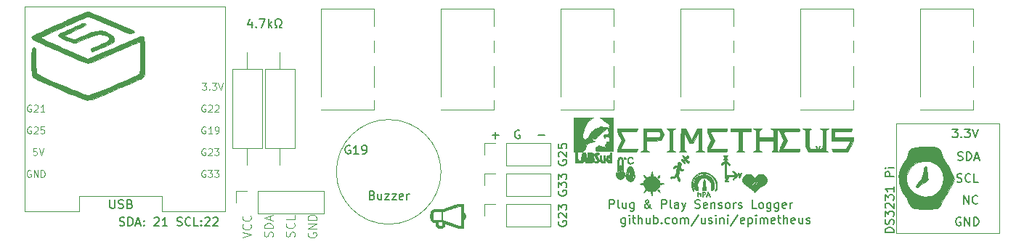
<source format=gbr>
G04 #@! TF.GenerationSoftware,KiCad,Pcbnew,(5.1.5)-3*
G04 #@! TF.CreationDate,2020-12-21T11:55:10+01:00*
G04 #@! TF.ProjectId,epimetheus,6570696d-6574-4686-9575-732e6b696361,rev?*
G04 #@! TF.SameCoordinates,Original*
G04 #@! TF.FileFunction,Legend,Top*
G04 #@! TF.FilePolarity,Positive*
%FSLAX46Y46*%
G04 Gerber Fmt 4.6, Leading zero omitted, Abs format (unit mm)*
G04 Created by KiCad (PCBNEW (5.1.5)-3) date 2020-12-21 11:55:10*
%MOMM*%
%LPD*%
G04 APERTURE LIST*
%ADD10C,0.150000*%
%ADD11C,0.100000*%
%ADD12C,0.120000*%
%ADD13C,0.010000*%
G04 APERTURE END LIST*
D10*
X208541904Y-60714000D02*
X208446666Y-60666380D01*
X208303809Y-60666380D01*
X208160952Y-60714000D01*
X208065714Y-60809238D01*
X208018095Y-60904476D01*
X207970476Y-61094952D01*
X207970476Y-61237809D01*
X208018095Y-61428285D01*
X208065714Y-61523523D01*
X208160952Y-61618761D01*
X208303809Y-61666380D01*
X208399047Y-61666380D01*
X208541904Y-61618761D01*
X208589523Y-61571142D01*
X208589523Y-61237809D01*
X208399047Y-61237809D01*
X210693047Y-61285428D02*
X211454952Y-61285428D01*
X205359047Y-61285428D02*
X206120952Y-61285428D01*
X205740000Y-61666380D02*
X205740000Y-60904476D01*
D11*
X183904000Y-72643904D02*
X183856380Y-72739142D01*
X183856380Y-72882000D01*
X183904000Y-73024857D01*
X183999238Y-73120095D01*
X184094476Y-73167714D01*
X184284952Y-73215333D01*
X184427809Y-73215333D01*
X184618285Y-73167714D01*
X184713523Y-73120095D01*
X184808761Y-73024857D01*
X184856380Y-72882000D01*
X184856380Y-72786761D01*
X184808761Y-72643904D01*
X184761142Y-72596285D01*
X184427809Y-72596285D01*
X184427809Y-72786761D01*
X184856380Y-72167714D02*
X183856380Y-72167714D01*
X184856380Y-71596285D01*
X183856380Y-71596285D01*
X184856380Y-71120095D02*
X183856380Y-71120095D01*
X183856380Y-70882000D01*
X183904000Y-70739142D01*
X183999238Y-70643904D01*
X184094476Y-70596285D01*
X184284952Y-70548666D01*
X184427809Y-70548666D01*
X184618285Y-70596285D01*
X184713523Y-70643904D01*
X184808761Y-70739142D01*
X184856380Y-70882000D01*
X184856380Y-71120095D01*
X182268761Y-73072476D02*
X182316380Y-72929619D01*
X182316380Y-72691523D01*
X182268761Y-72596285D01*
X182221142Y-72548666D01*
X182125904Y-72501047D01*
X182030666Y-72501047D01*
X181935428Y-72548666D01*
X181887809Y-72596285D01*
X181840190Y-72691523D01*
X181792571Y-72882000D01*
X181744952Y-72977238D01*
X181697333Y-73024857D01*
X181602095Y-73072476D01*
X181506857Y-73072476D01*
X181411619Y-73024857D01*
X181364000Y-72977238D01*
X181316380Y-72882000D01*
X181316380Y-72643904D01*
X181364000Y-72501047D01*
X182221142Y-71501047D02*
X182268761Y-71548666D01*
X182316380Y-71691523D01*
X182316380Y-71786761D01*
X182268761Y-71929619D01*
X182173523Y-72024857D01*
X182078285Y-72072476D01*
X181887809Y-72120095D01*
X181744952Y-72120095D01*
X181554476Y-72072476D01*
X181459238Y-72024857D01*
X181364000Y-71929619D01*
X181316380Y-71786761D01*
X181316380Y-71691523D01*
X181364000Y-71548666D01*
X181411619Y-71501047D01*
X182316380Y-70596285D02*
X182316380Y-71072476D01*
X181316380Y-71072476D01*
X179728761Y-73096285D02*
X179776380Y-72953428D01*
X179776380Y-72715333D01*
X179728761Y-72620095D01*
X179681142Y-72572476D01*
X179585904Y-72524857D01*
X179490666Y-72524857D01*
X179395428Y-72572476D01*
X179347809Y-72620095D01*
X179300190Y-72715333D01*
X179252571Y-72905809D01*
X179204952Y-73001047D01*
X179157333Y-73048666D01*
X179062095Y-73096285D01*
X178966857Y-73096285D01*
X178871619Y-73048666D01*
X178824000Y-73001047D01*
X178776380Y-72905809D01*
X178776380Y-72667714D01*
X178824000Y-72524857D01*
X179776380Y-72096285D02*
X178776380Y-72096285D01*
X178776380Y-71858190D01*
X178824000Y-71715333D01*
X178919238Y-71620095D01*
X179014476Y-71572476D01*
X179204952Y-71524857D01*
X179347809Y-71524857D01*
X179538285Y-71572476D01*
X179633523Y-71620095D01*
X179728761Y-71715333D01*
X179776380Y-71858190D01*
X179776380Y-72096285D01*
X179490666Y-71143904D02*
X179490666Y-70667714D01*
X179776380Y-71239142D02*
X178776380Y-70905809D01*
X179776380Y-70572476D01*
X176236380Y-73215333D02*
X177236380Y-72882000D01*
X176236380Y-72548666D01*
X177141142Y-71643904D02*
X177188761Y-71691523D01*
X177236380Y-71834380D01*
X177236380Y-71929619D01*
X177188761Y-72072476D01*
X177093523Y-72167714D01*
X176998285Y-72215333D01*
X176807809Y-72262952D01*
X176664952Y-72262952D01*
X176474476Y-72215333D01*
X176379238Y-72167714D01*
X176284000Y-72072476D01*
X176236380Y-71929619D01*
X176236380Y-71834380D01*
X176284000Y-71691523D01*
X176331619Y-71643904D01*
X177141142Y-70643904D02*
X177188761Y-70691523D01*
X177236380Y-70834380D01*
X177236380Y-70929619D01*
X177188761Y-71072476D01*
X177093523Y-71167714D01*
X176998285Y-71215333D01*
X176807809Y-71262952D01*
X176664952Y-71262952D01*
X176474476Y-71215333D01*
X176379238Y-71167714D01*
X176284000Y-71072476D01*
X176236380Y-70929619D01*
X176236380Y-70834380D01*
X176284000Y-70691523D01*
X176331619Y-70643904D01*
D10*
X252166380Y-72595904D02*
X251166380Y-72595904D01*
X251166380Y-72357809D01*
X251214000Y-72214952D01*
X251309238Y-72119714D01*
X251404476Y-72072095D01*
X251594952Y-72024476D01*
X251737809Y-72024476D01*
X251928285Y-72072095D01*
X252023523Y-72119714D01*
X252118761Y-72214952D01*
X252166380Y-72357809D01*
X252166380Y-72595904D01*
X252118761Y-71643523D02*
X252166380Y-71500666D01*
X252166380Y-71262571D01*
X252118761Y-71167333D01*
X252071142Y-71119714D01*
X251975904Y-71072095D01*
X251880666Y-71072095D01*
X251785428Y-71119714D01*
X251737809Y-71167333D01*
X251690190Y-71262571D01*
X251642571Y-71453047D01*
X251594952Y-71548285D01*
X251547333Y-71595904D01*
X251452095Y-71643523D01*
X251356857Y-71643523D01*
X251261619Y-71595904D01*
X251214000Y-71548285D01*
X251166380Y-71453047D01*
X251166380Y-71214952D01*
X251214000Y-71072095D01*
X251166380Y-70738761D02*
X251166380Y-70119714D01*
X251547333Y-70453047D01*
X251547333Y-70310190D01*
X251594952Y-70214952D01*
X251642571Y-70167333D01*
X251737809Y-70119714D01*
X251975904Y-70119714D01*
X252071142Y-70167333D01*
X252118761Y-70214952D01*
X252166380Y-70310190D01*
X252166380Y-70595904D01*
X252118761Y-70691142D01*
X252071142Y-70738761D01*
X251261619Y-69738761D02*
X251214000Y-69691142D01*
X251166380Y-69595904D01*
X251166380Y-69357809D01*
X251214000Y-69262571D01*
X251261619Y-69214952D01*
X251356857Y-69167333D01*
X251452095Y-69167333D01*
X251594952Y-69214952D01*
X252166380Y-69786380D01*
X252166380Y-69167333D01*
X251166380Y-68834000D02*
X251166380Y-68214952D01*
X251547333Y-68548285D01*
X251547333Y-68405428D01*
X251594952Y-68310190D01*
X251642571Y-68262571D01*
X251737809Y-68214952D01*
X251975904Y-68214952D01*
X252071142Y-68262571D01*
X252118761Y-68310190D01*
X252166380Y-68405428D01*
X252166380Y-68691142D01*
X252118761Y-68786380D01*
X252071142Y-68834000D01*
X252166380Y-67262571D02*
X252166380Y-67834000D01*
X252166380Y-67548285D02*
X251166380Y-67548285D01*
X251309238Y-67643523D01*
X251404476Y-67738761D01*
X251452095Y-67834000D01*
X252166380Y-66072095D02*
X251166380Y-66072095D01*
X251166380Y-65691142D01*
X251214000Y-65595904D01*
X251261619Y-65548285D01*
X251356857Y-65500666D01*
X251499714Y-65500666D01*
X251594952Y-65548285D01*
X251642571Y-65595904D01*
X251690190Y-65691142D01*
X251690190Y-66072095D01*
X252166380Y-65072095D02*
X251499714Y-65072095D01*
X251166380Y-65072095D02*
X251214000Y-65119714D01*
X251261619Y-65072095D01*
X251214000Y-65024476D01*
X251166380Y-65072095D01*
X251261619Y-65072095D01*
X161901904Y-71778761D02*
X162044761Y-71826380D01*
X162282857Y-71826380D01*
X162378095Y-71778761D01*
X162425714Y-71731142D01*
X162473333Y-71635904D01*
X162473333Y-71540666D01*
X162425714Y-71445428D01*
X162378095Y-71397809D01*
X162282857Y-71350190D01*
X162092380Y-71302571D01*
X161997142Y-71254952D01*
X161949523Y-71207333D01*
X161901904Y-71112095D01*
X161901904Y-71016857D01*
X161949523Y-70921619D01*
X161997142Y-70874000D01*
X162092380Y-70826380D01*
X162330476Y-70826380D01*
X162473333Y-70874000D01*
X162901904Y-71826380D02*
X162901904Y-70826380D01*
X163140000Y-70826380D01*
X163282857Y-70874000D01*
X163378095Y-70969238D01*
X163425714Y-71064476D01*
X163473333Y-71254952D01*
X163473333Y-71397809D01*
X163425714Y-71588285D01*
X163378095Y-71683523D01*
X163282857Y-71778761D01*
X163140000Y-71826380D01*
X162901904Y-71826380D01*
X163854285Y-71540666D02*
X164330476Y-71540666D01*
X163759047Y-71826380D02*
X164092380Y-70826380D01*
X164425714Y-71826380D01*
X164759047Y-71731142D02*
X164806666Y-71778761D01*
X164759047Y-71826380D01*
X164711428Y-71778761D01*
X164759047Y-71731142D01*
X164759047Y-71826380D01*
X164759047Y-71207333D02*
X164806666Y-71254952D01*
X164759047Y-71302571D01*
X164711428Y-71254952D01*
X164759047Y-71207333D01*
X164759047Y-71302571D01*
X165949523Y-70921619D02*
X165997142Y-70874000D01*
X166092380Y-70826380D01*
X166330476Y-70826380D01*
X166425714Y-70874000D01*
X166473333Y-70921619D01*
X166520952Y-71016857D01*
X166520952Y-71112095D01*
X166473333Y-71254952D01*
X165901904Y-71826380D01*
X166520952Y-71826380D01*
X167473333Y-71826380D02*
X166901904Y-71826380D01*
X167187619Y-71826380D02*
X167187619Y-70826380D01*
X167092380Y-70969238D01*
X166997142Y-71064476D01*
X166901904Y-71112095D01*
X168616190Y-71778761D02*
X168759047Y-71826380D01*
X168997142Y-71826380D01*
X169092380Y-71778761D01*
X169140000Y-71731142D01*
X169187619Y-71635904D01*
X169187619Y-71540666D01*
X169140000Y-71445428D01*
X169092380Y-71397809D01*
X168997142Y-71350190D01*
X168806666Y-71302571D01*
X168711428Y-71254952D01*
X168663809Y-71207333D01*
X168616190Y-71112095D01*
X168616190Y-71016857D01*
X168663809Y-70921619D01*
X168711428Y-70874000D01*
X168806666Y-70826380D01*
X169044761Y-70826380D01*
X169187619Y-70874000D01*
X170187619Y-71731142D02*
X170140000Y-71778761D01*
X169997142Y-71826380D01*
X169901904Y-71826380D01*
X169759047Y-71778761D01*
X169663809Y-71683523D01*
X169616190Y-71588285D01*
X169568571Y-71397809D01*
X169568571Y-71254952D01*
X169616190Y-71064476D01*
X169663809Y-70969238D01*
X169759047Y-70874000D01*
X169901904Y-70826380D01*
X169997142Y-70826380D01*
X170140000Y-70874000D01*
X170187619Y-70921619D01*
X171092380Y-71826380D02*
X170616190Y-71826380D01*
X170616190Y-70826380D01*
X171425714Y-71731142D02*
X171473333Y-71778761D01*
X171425714Y-71826380D01*
X171378095Y-71778761D01*
X171425714Y-71731142D01*
X171425714Y-71826380D01*
X171425714Y-71207333D02*
X171473333Y-71254952D01*
X171425714Y-71302571D01*
X171378095Y-71254952D01*
X171425714Y-71207333D01*
X171425714Y-71302571D01*
X171854285Y-70921619D02*
X171901904Y-70874000D01*
X171997142Y-70826380D01*
X172235238Y-70826380D01*
X172330476Y-70874000D01*
X172378095Y-70921619D01*
X172425714Y-71016857D01*
X172425714Y-71112095D01*
X172378095Y-71254952D01*
X171806666Y-71826380D01*
X172425714Y-71826380D01*
X172806666Y-70921619D02*
X172854285Y-70874000D01*
X172949523Y-70826380D01*
X173187619Y-70826380D01*
X173282857Y-70874000D01*
X173330476Y-70921619D01*
X173378095Y-71016857D01*
X173378095Y-71112095D01*
X173330476Y-71254952D01*
X172759047Y-71826380D01*
X173378095Y-71826380D01*
X243125714Y-62523714D02*
X243363809Y-63190380D01*
X243601904Y-62523714D01*
X244506666Y-63190380D02*
X243935238Y-63190380D01*
X244220952Y-63190380D02*
X244220952Y-62190380D01*
X244125714Y-62333238D01*
X244030476Y-62428476D01*
X243935238Y-62476095D01*
X220870190Y-70905714D02*
X220870190Y-71715238D01*
X220822571Y-71810476D01*
X220774952Y-71858095D01*
X220679714Y-71905714D01*
X220536857Y-71905714D01*
X220441619Y-71858095D01*
X220870190Y-71524761D02*
X220774952Y-71572380D01*
X220584476Y-71572380D01*
X220489238Y-71524761D01*
X220441619Y-71477142D01*
X220394000Y-71381904D01*
X220394000Y-71096190D01*
X220441619Y-71000952D01*
X220489238Y-70953333D01*
X220584476Y-70905714D01*
X220774952Y-70905714D01*
X220870190Y-70953333D01*
X221346380Y-71572380D02*
X221346380Y-70905714D01*
X221346380Y-70572380D02*
X221298761Y-70620000D01*
X221346380Y-70667619D01*
X221394000Y-70620000D01*
X221346380Y-70572380D01*
X221346380Y-70667619D01*
X221679714Y-70905714D02*
X222060666Y-70905714D01*
X221822571Y-70572380D02*
X221822571Y-71429523D01*
X221870190Y-71524761D01*
X221965428Y-71572380D01*
X222060666Y-71572380D01*
X222394000Y-71572380D02*
X222394000Y-70572380D01*
X222822571Y-71572380D02*
X222822571Y-71048571D01*
X222774952Y-70953333D01*
X222679714Y-70905714D01*
X222536857Y-70905714D01*
X222441619Y-70953333D01*
X222394000Y-71000952D01*
X223727333Y-70905714D02*
X223727333Y-71572380D01*
X223298761Y-70905714D02*
X223298761Y-71429523D01*
X223346380Y-71524761D01*
X223441619Y-71572380D01*
X223584476Y-71572380D01*
X223679714Y-71524761D01*
X223727333Y-71477142D01*
X224203523Y-71572380D02*
X224203523Y-70572380D01*
X224203523Y-70953333D02*
X224298761Y-70905714D01*
X224489238Y-70905714D01*
X224584476Y-70953333D01*
X224632095Y-71000952D01*
X224679714Y-71096190D01*
X224679714Y-71381904D01*
X224632095Y-71477142D01*
X224584476Y-71524761D01*
X224489238Y-71572380D01*
X224298761Y-71572380D01*
X224203523Y-71524761D01*
X225108285Y-71477142D02*
X225155904Y-71524761D01*
X225108285Y-71572380D01*
X225060666Y-71524761D01*
X225108285Y-71477142D01*
X225108285Y-71572380D01*
X226013047Y-71524761D02*
X225917809Y-71572380D01*
X225727333Y-71572380D01*
X225632095Y-71524761D01*
X225584476Y-71477142D01*
X225536857Y-71381904D01*
X225536857Y-71096190D01*
X225584476Y-71000952D01*
X225632095Y-70953333D01*
X225727333Y-70905714D01*
X225917809Y-70905714D01*
X226013047Y-70953333D01*
X226584476Y-71572380D02*
X226489238Y-71524761D01*
X226441619Y-71477142D01*
X226394000Y-71381904D01*
X226394000Y-71096190D01*
X226441619Y-71000952D01*
X226489238Y-70953333D01*
X226584476Y-70905714D01*
X226727333Y-70905714D01*
X226822571Y-70953333D01*
X226870190Y-71000952D01*
X226917809Y-71096190D01*
X226917809Y-71381904D01*
X226870190Y-71477142D01*
X226822571Y-71524761D01*
X226727333Y-71572380D01*
X226584476Y-71572380D01*
X227346380Y-71572380D02*
X227346380Y-70905714D01*
X227346380Y-71000952D02*
X227394000Y-70953333D01*
X227489238Y-70905714D01*
X227632095Y-70905714D01*
X227727333Y-70953333D01*
X227774952Y-71048571D01*
X227774952Y-71572380D01*
X227774952Y-71048571D02*
X227822571Y-70953333D01*
X227917809Y-70905714D01*
X228060666Y-70905714D01*
X228155904Y-70953333D01*
X228203523Y-71048571D01*
X228203523Y-71572380D01*
X229394000Y-70524761D02*
X228536857Y-71810476D01*
X230155904Y-70905714D02*
X230155904Y-71572380D01*
X229727333Y-70905714D02*
X229727333Y-71429523D01*
X229774952Y-71524761D01*
X229870190Y-71572380D01*
X230013047Y-71572380D01*
X230108285Y-71524761D01*
X230155904Y-71477142D01*
X230584476Y-71524761D02*
X230679714Y-71572380D01*
X230870190Y-71572380D01*
X230965428Y-71524761D01*
X231013047Y-71429523D01*
X231013047Y-71381904D01*
X230965428Y-71286666D01*
X230870190Y-71239047D01*
X230727333Y-71239047D01*
X230632095Y-71191428D01*
X230584476Y-71096190D01*
X230584476Y-71048571D01*
X230632095Y-70953333D01*
X230727333Y-70905714D01*
X230870190Y-70905714D01*
X230965428Y-70953333D01*
X231441619Y-71572380D02*
X231441619Y-70905714D01*
X231441619Y-70572380D02*
X231394000Y-70620000D01*
X231441619Y-70667619D01*
X231489238Y-70620000D01*
X231441619Y-70572380D01*
X231441619Y-70667619D01*
X231917809Y-70905714D02*
X231917809Y-71572380D01*
X231917809Y-71000952D02*
X231965428Y-70953333D01*
X232060666Y-70905714D01*
X232203523Y-70905714D01*
X232298761Y-70953333D01*
X232346380Y-71048571D01*
X232346380Y-71572380D01*
X232822571Y-71572380D02*
X232822571Y-70905714D01*
X232822571Y-70572380D02*
X232774952Y-70620000D01*
X232822571Y-70667619D01*
X232870190Y-70620000D01*
X232822571Y-70572380D01*
X232822571Y-70667619D01*
X234013047Y-70524761D02*
X233155904Y-71810476D01*
X234727333Y-71524761D02*
X234632095Y-71572380D01*
X234441619Y-71572380D01*
X234346380Y-71524761D01*
X234298761Y-71429523D01*
X234298761Y-71048571D01*
X234346380Y-70953333D01*
X234441619Y-70905714D01*
X234632095Y-70905714D01*
X234727333Y-70953333D01*
X234774952Y-71048571D01*
X234774952Y-71143809D01*
X234298761Y-71239047D01*
X235203523Y-70905714D02*
X235203523Y-71905714D01*
X235203523Y-70953333D02*
X235298761Y-70905714D01*
X235489238Y-70905714D01*
X235584476Y-70953333D01*
X235632095Y-71000952D01*
X235679714Y-71096190D01*
X235679714Y-71381904D01*
X235632095Y-71477142D01*
X235584476Y-71524761D01*
X235489238Y-71572380D01*
X235298761Y-71572380D01*
X235203523Y-71524761D01*
X236108285Y-71572380D02*
X236108285Y-70905714D01*
X236108285Y-70572380D02*
X236060666Y-70620000D01*
X236108285Y-70667619D01*
X236155904Y-70620000D01*
X236108285Y-70572380D01*
X236108285Y-70667619D01*
X236584476Y-71572380D02*
X236584476Y-70905714D01*
X236584476Y-71000952D02*
X236632095Y-70953333D01*
X236727333Y-70905714D01*
X236870190Y-70905714D01*
X236965428Y-70953333D01*
X237013047Y-71048571D01*
X237013047Y-71572380D01*
X237013047Y-71048571D02*
X237060666Y-70953333D01*
X237155904Y-70905714D01*
X237298761Y-70905714D01*
X237394000Y-70953333D01*
X237441619Y-71048571D01*
X237441619Y-71572380D01*
X238298761Y-71524761D02*
X238203523Y-71572380D01*
X238013047Y-71572380D01*
X237917809Y-71524761D01*
X237870190Y-71429523D01*
X237870190Y-71048571D01*
X237917809Y-70953333D01*
X238013047Y-70905714D01*
X238203523Y-70905714D01*
X238298761Y-70953333D01*
X238346380Y-71048571D01*
X238346380Y-71143809D01*
X237870190Y-71239047D01*
X238632095Y-70905714D02*
X239013047Y-70905714D01*
X238774952Y-70572380D02*
X238774952Y-71429523D01*
X238822571Y-71524761D01*
X238917809Y-71572380D01*
X239013047Y-71572380D01*
X239346380Y-71572380D02*
X239346380Y-70572380D01*
X239774952Y-71572380D02*
X239774952Y-71048571D01*
X239727333Y-70953333D01*
X239632095Y-70905714D01*
X239489238Y-70905714D01*
X239394000Y-70953333D01*
X239346380Y-71000952D01*
X240632095Y-71524761D02*
X240536857Y-71572380D01*
X240346380Y-71572380D01*
X240251142Y-71524761D01*
X240203523Y-71429523D01*
X240203523Y-71048571D01*
X240251142Y-70953333D01*
X240346380Y-70905714D01*
X240536857Y-70905714D01*
X240632095Y-70953333D01*
X240679714Y-71048571D01*
X240679714Y-71143809D01*
X240203523Y-71239047D01*
X241536857Y-70905714D02*
X241536857Y-71572380D01*
X241108285Y-70905714D02*
X241108285Y-71429523D01*
X241155904Y-71524761D01*
X241251142Y-71572380D01*
X241394000Y-71572380D01*
X241489238Y-71524761D01*
X241536857Y-71477142D01*
X241965428Y-71524761D02*
X242060666Y-71572380D01*
X242251142Y-71572380D01*
X242346380Y-71524761D01*
X242394000Y-71429523D01*
X242394000Y-71381904D01*
X242346380Y-71286666D01*
X242251142Y-71239047D01*
X242108285Y-71239047D01*
X242013047Y-71191428D01*
X241965428Y-71096190D01*
X241965428Y-71048571D01*
X242013047Y-70953333D01*
X242108285Y-70905714D01*
X242251142Y-70905714D01*
X242346380Y-70953333D01*
X219020761Y-69794380D02*
X219020761Y-68794380D01*
X219401714Y-68794380D01*
X219496952Y-68842000D01*
X219544571Y-68889619D01*
X219592190Y-68984857D01*
X219592190Y-69127714D01*
X219544571Y-69222952D01*
X219496952Y-69270571D01*
X219401714Y-69318190D01*
X219020761Y-69318190D01*
X220163619Y-69794380D02*
X220068380Y-69746761D01*
X220020761Y-69651523D01*
X220020761Y-68794380D01*
X220973142Y-69127714D02*
X220973142Y-69794380D01*
X220544571Y-69127714D02*
X220544571Y-69651523D01*
X220592190Y-69746761D01*
X220687428Y-69794380D01*
X220830285Y-69794380D01*
X220925523Y-69746761D01*
X220973142Y-69699142D01*
X221877904Y-69127714D02*
X221877904Y-69937238D01*
X221830285Y-70032476D01*
X221782666Y-70080095D01*
X221687428Y-70127714D01*
X221544571Y-70127714D01*
X221449333Y-70080095D01*
X221877904Y-69746761D02*
X221782666Y-69794380D01*
X221592190Y-69794380D01*
X221496952Y-69746761D01*
X221449333Y-69699142D01*
X221401714Y-69603904D01*
X221401714Y-69318190D01*
X221449333Y-69222952D01*
X221496952Y-69175333D01*
X221592190Y-69127714D01*
X221782666Y-69127714D01*
X221877904Y-69175333D01*
X223925523Y-69794380D02*
X223877904Y-69794380D01*
X223782666Y-69746761D01*
X223639809Y-69603904D01*
X223401714Y-69318190D01*
X223306476Y-69175333D01*
X223258857Y-69032476D01*
X223258857Y-68937238D01*
X223306476Y-68842000D01*
X223401714Y-68794380D01*
X223449333Y-68794380D01*
X223544571Y-68842000D01*
X223592190Y-68937238D01*
X223592190Y-68984857D01*
X223544571Y-69080095D01*
X223496952Y-69127714D01*
X223211238Y-69318190D01*
X223163619Y-69365809D01*
X223116000Y-69461047D01*
X223116000Y-69603904D01*
X223163619Y-69699142D01*
X223211238Y-69746761D01*
X223306476Y-69794380D01*
X223449333Y-69794380D01*
X223544571Y-69746761D01*
X223592190Y-69699142D01*
X223735047Y-69508666D01*
X223782666Y-69365809D01*
X223782666Y-69270571D01*
X225116000Y-69794380D02*
X225116000Y-68794380D01*
X225496952Y-68794380D01*
X225592190Y-68842000D01*
X225639809Y-68889619D01*
X225687428Y-68984857D01*
X225687428Y-69127714D01*
X225639809Y-69222952D01*
X225592190Y-69270571D01*
X225496952Y-69318190D01*
X225116000Y-69318190D01*
X226258857Y-69794380D02*
X226163619Y-69746761D01*
X226116000Y-69651523D01*
X226116000Y-68794380D01*
X227068380Y-69794380D02*
X227068380Y-69270571D01*
X227020761Y-69175333D01*
X226925523Y-69127714D01*
X226735047Y-69127714D01*
X226639809Y-69175333D01*
X227068380Y-69746761D02*
X226973142Y-69794380D01*
X226735047Y-69794380D01*
X226639809Y-69746761D01*
X226592190Y-69651523D01*
X226592190Y-69556285D01*
X226639809Y-69461047D01*
X226735047Y-69413428D01*
X226973142Y-69413428D01*
X227068380Y-69365809D01*
X227449333Y-69127714D02*
X227687428Y-69794380D01*
X227925523Y-69127714D02*
X227687428Y-69794380D01*
X227592190Y-70032476D01*
X227544571Y-70080095D01*
X227449333Y-70127714D01*
X229020761Y-69746761D02*
X229163619Y-69794380D01*
X229401714Y-69794380D01*
X229496952Y-69746761D01*
X229544571Y-69699142D01*
X229592190Y-69603904D01*
X229592190Y-69508666D01*
X229544571Y-69413428D01*
X229496952Y-69365809D01*
X229401714Y-69318190D01*
X229211238Y-69270571D01*
X229116000Y-69222952D01*
X229068380Y-69175333D01*
X229020761Y-69080095D01*
X229020761Y-68984857D01*
X229068380Y-68889619D01*
X229116000Y-68842000D01*
X229211238Y-68794380D01*
X229449333Y-68794380D01*
X229592190Y-68842000D01*
X230401714Y-69746761D02*
X230306476Y-69794380D01*
X230116000Y-69794380D01*
X230020761Y-69746761D01*
X229973142Y-69651523D01*
X229973142Y-69270571D01*
X230020761Y-69175333D01*
X230116000Y-69127714D01*
X230306476Y-69127714D01*
X230401714Y-69175333D01*
X230449333Y-69270571D01*
X230449333Y-69365809D01*
X229973142Y-69461047D01*
X230877904Y-69127714D02*
X230877904Y-69794380D01*
X230877904Y-69222952D02*
X230925523Y-69175333D01*
X231020761Y-69127714D01*
X231163619Y-69127714D01*
X231258857Y-69175333D01*
X231306476Y-69270571D01*
X231306476Y-69794380D01*
X231735047Y-69746761D02*
X231830285Y-69794380D01*
X232020761Y-69794380D01*
X232116000Y-69746761D01*
X232163619Y-69651523D01*
X232163619Y-69603904D01*
X232116000Y-69508666D01*
X232020761Y-69461047D01*
X231877904Y-69461047D01*
X231782666Y-69413428D01*
X231735047Y-69318190D01*
X231735047Y-69270571D01*
X231782666Y-69175333D01*
X231877904Y-69127714D01*
X232020761Y-69127714D01*
X232116000Y-69175333D01*
X232735047Y-69794380D02*
X232639809Y-69746761D01*
X232592190Y-69699142D01*
X232544571Y-69603904D01*
X232544571Y-69318190D01*
X232592190Y-69222952D01*
X232639809Y-69175333D01*
X232735047Y-69127714D01*
X232877904Y-69127714D01*
X232973142Y-69175333D01*
X233020761Y-69222952D01*
X233068380Y-69318190D01*
X233068380Y-69603904D01*
X233020761Y-69699142D01*
X232973142Y-69746761D01*
X232877904Y-69794380D01*
X232735047Y-69794380D01*
X233496952Y-69794380D02*
X233496952Y-69127714D01*
X233496952Y-69318190D02*
X233544571Y-69222952D01*
X233592190Y-69175333D01*
X233687428Y-69127714D01*
X233782666Y-69127714D01*
X234068380Y-69746761D02*
X234163619Y-69794380D01*
X234354095Y-69794380D01*
X234449333Y-69746761D01*
X234496952Y-69651523D01*
X234496952Y-69603904D01*
X234449333Y-69508666D01*
X234354095Y-69461047D01*
X234211238Y-69461047D01*
X234116000Y-69413428D01*
X234068380Y-69318190D01*
X234068380Y-69270571D01*
X234116000Y-69175333D01*
X234211238Y-69127714D01*
X234354095Y-69127714D01*
X234449333Y-69175333D01*
X236163619Y-69794380D02*
X235687428Y-69794380D01*
X235687428Y-68794380D01*
X236639809Y-69794380D02*
X236544571Y-69746761D01*
X236496952Y-69699142D01*
X236449333Y-69603904D01*
X236449333Y-69318190D01*
X236496952Y-69222952D01*
X236544571Y-69175333D01*
X236639809Y-69127714D01*
X236782666Y-69127714D01*
X236877904Y-69175333D01*
X236925523Y-69222952D01*
X236973142Y-69318190D01*
X236973142Y-69603904D01*
X236925523Y-69699142D01*
X236877904Y-69746761D01*
X236782666Y-69794380D01*
X236639809Y-69794380D01*
X237830285Y-69127714D02*
X237830285Y-69937238D01*
X237782666Y-70032476D01*
X237735047Y-70080095D01*
X237639809Y-70127714D01*
X237496952Y-70127714D01*
X237401714Y-70080095D01*
X237830285Y-69746761D02*
X237735047Y-69794380D01*
X237544571Y-69794380D01*
X237449333Y-69746761D01*
X237401714Y-69699142D01*
X237354095Y-69603904D01*
X237354095Y-69318190D01*
X237401714Y-69222952D01*
X237449333Y-69175333D01*
X237544571Y-69127714D01*
X237735047Y-69127714D01*
X237830285Y-69175333D01*
X238735047Y-69127714D02*
X238735047Y-69937238D01*
X238687428Y-70032476D01*
X238639809Y-70080095D01*
X238544571Y-70127714D01*
X238401714Y-70127714D01*
X238306476Y-70080095D01*
X238735047Y-69746761D02*
X238639809Y-69794380D01*
X238449333Y-69794380D01*
X238354095Y-69746761D01*
X238306476Y-69699142D01*
X238258857Y-69603904D01*
X238258857Y-69318190D01*
X238306476Y-69222952D01*
X238354095Y-69175333D01*
X238449333Y-69127714D01*
X238639809Y-69127714D01*
X238735047Y-69175333D01*
X239592190Y-69746761D02*
X239496952Y-69794380D01*
X239306476Y-69794380D01*
X239211238Y-69746761D01*
X239163619Y-69651523D01*
X239163619Y-69270571D01*
X239211238Y-69175333D01*
X239306476Y-69127714D01*
X239496952Y-69127714D01*
X239592190Y-69175333D01*
X239639809Y-69270571D01*
X239639809Y-69365809D01*
X239163619Y-69461047D01*
X240068380Y-69794380D02*
X240068380Y-69127714D01*
X240068380Y-69318190D02*
X240115999Y-69222952D01*
X240163619Y-69175333D01*
X240258857Y-69127714D01*
X240354095Y-69127714D01*
D12*
X150876000Y-70104000D02*
X150876000Y-46228000D01*
X157226000Y-70104000D02*
X150876000Y-70104000D01*
X157226000Y-68326000D02*
X157226000Y-70104000D01*
X166878000Y-68326000D02*
X157226000Y-68326000D01*
X166878000Y-70104000D02*
X166878000Y-68326000D01*
X174244000Y-70104000D02*
X166878000Y-70104000D01*
X174244000Y-46228000D02*
X174244000Y-70104000D01*
X150876000Y-46228000D02*
X174244000Y-46228000D01*
X264474000Y-72704000D02*
X252476000Y-72694800D01*
X264474000Y-69977000D02*
X264474000Y-72704000D01*
X252476000Y-72694800D02*
X252476000Y-59880500D01*
X264474000Y-70104000D02*
X264474000Y-59884000D01*
X264474000Y-59884000D02*
X252476000Y-59880500D01*
X175454000Y-69088000D02*
X175454000Y-67758000D01*
X175454000Y-67758000D02*
X176784000Y-67758000D01*
X178054000Y-67758000D02*
X185734000Y-67758000D01*
X185734000Y-70418000D02*
X185734000Y-67758000D01*
X178054000Y-70418000D02*
X185734000Y-70418000D01*
X178054000Y-70418000D02*
X178054000Y-67758000D01*
X204410000Y-67056000D02*
X204410000Y-65726000D01*
X204410000Y-65726000D02*
X205740000Y-65726000D01*
X207010000Y-65726000D02*
X212150000Y-65726000D01*
X212150000Y-68386000D02*
X212150000Y-65726000D01*
X207010000Y-68386000D02*
X212150000Y-68386000D01*
X207010000Y-68386000D02*
X207010000Y-65726000D01*
X204410000Y-70612000D02*
X204410000Y-69282000D01*
X204410000Y-69282000D02*
X205740000Y-69282000D01*
X207010000Y-69282000D02*
X212150000Y-69282000D01*
X212150000Y-71942000D02*
X212150000Y-69282000D01*
X207010000Y-71942000D02*
X212150000Y-71942000D01*
X207010000Y-71942000D02*
X207010000Y-69282000D01*
X247448000Y-46482000D02*
X241248000Y-46482000D01*
X241248000Y-58303000D02*
X247448000Y-58303000D01*
X247448000Y-46482000D02*
X247448000Y-48578000D01*
X247448000Y-50228000D02*
X247448000Y-51578000D01*
X247448000Y-53228000D02*
X247448000Y-55628000D01*
X247448000Y-57178000D02*
X247448000Y-58303000D01*
X241248000Y-56728000D02*
X241248000Y-46482000D01*
X261418000Y-46482000D02*
X255218000Y-46482000D01*
X255218000Y-58303000D02*
X261418000Y-58303000D01*
X261418000Y-46482000D02*
X261418000Y-48578000D01*
X261418000Y-50228000D02*
X261418000Y-51578000D01*
X261418000Y-53228000D02*
X261418000Y-55628000D01*
X261418000Y-57178000D02*
X261418000Y-58303000D01*
X255218000Y-56728000D02*
X255218000Y-46482000D01*
X205538000Y-46482000D02*
X199338000Y-46482000D01*
X199338000Y-58303000D02*
X205538000Y-58303000D01*
X205538000Y-46482000D02*
X205538000Y-48578000D01*
X205538000Y-50228000D02*
X205538000Y-51578000D01*
X205538000Y-53228000D02*
X205538000Y-55628000D01*
X205538000Y-57178000D02*
X205538000Y-58303000D01*
X199338000Y-56728000D02*
X199338000Y-46482000D01*
X191568000Y-46482000D02*
X185368000Y-46482000D01*
X185368000Y-58303000D02*
X191568000Y-58303000D01*
X191568000Y-46482000D02*
X191568000Y-48578000D01*
X191568000Y-50228000D02*
X191568000Y-51578000D01*
X191568000Y-53228000D02*
X191568000Y-55628000D01*
X191568000Y-57178000D02*
X191568000Y-58303000D01*
X185368000Y-56728000D02*
X185368000Y-46482000D01*
X233478000Y-46482000D02*
X227278000Y-46482000D01*
X227278000Y-58303000D02*
X233478000Y-58303000D01*
X233478000Y-46482000D02*
X233478000Y-48578000D01*
X233478000Y-50228000D02*
X233478000Y-51578000D01*
X233478000Y-53228000D02*
X233478000Y-55628000D01*
X233478000Y-57178000D02*
X233478000Y-58303000D01*
X227278000Y-56728000D02*
X227278000Y-46482000D01*
X204410000Y-63500000D02*
X204410000Y-62170000D01*
X204410000Y-62170000D02*
X205740000Y-62170000D01*
X207010000Y-62170000D02*
X212150000Y-62170000D01*
X212150000Y-64830000D02*
X212150000Y-62170000D01*
X207010000Y-64830000D02*
X212150000Y-64830000D01*
X207010000Y-64830000D02*
X207010000Y-62170000D01*
X219508000Y-46482000D02*
X213308000Y-46482000D01*
X213308000Y-58303000D02*
X219508000Y-58303000D01*
X219508000Y-46482000D02*
X219508000Y-48578000D01*
X219508000Y-50228000D02*
X219508000Y-51578000D01*
X219508000Y-53228000D02*
X219508000Y-55628000D01*
X219508000Y-57178000D02*
X219508000Y-58303000D01*
X213308000Y-56728000D02*
X213308000Y-46482000D01*
D13*
G36*
X157980948Y-48256748D02*
G01*
X157947769Y-48382550D01*
X157734775Y-48550525D01*
X157349457Y-48752850D01*
X157226000Y-48808354D01*
X156782676Y-49004127D01*
X156334620Y-49204833D01*
X155974387Y-49368993D01*
X155956000Y-49377511D01*
X155448000Y-49613184D01*
X156000253Y-49857274D01*
X156265274Y-49968352D01*
X156484230Y-50029787D01*
X156699556Y-50034586D01*
X156953688Y-49975754D01*
X157289061Y-49846300D01*
X157748109Y-49639228D01*
X157980552Y-49530909D01*
X158641524Y-49253271D01*
X159191590Y-49101426D01*
X159676257Y-49071459D01*
X160141032Y-49159451D01*
X160528000Y-49311624D01*
X160935697Y-49529006D01*
X161173998Y-49734850D01*
X161271825Y-49961875D01*
X161271941Y-50153251D01*
X161241837Y-50275696D01*
X161162992Y-50385016D01*
X161005019Y-50501037D01*
X160737533Y-50643586D01*
X160330146Y-50832490D01*
X160020000Y-50970132D01*
X159504696Y-51196585D01*
X159144510Y-51351612D01*
X158908560Y-51445614D01*
X158765965Y-51488990D01*
X158685846Y-51492140D01*
X158637322Y-51465465D01*
X158614533Y-51443466D01*
X158548392Y-51266308D01*
X158648179Y-51107872D01*
X158724600Y-51070499D01*
X158891206Y-51005854D01*
X159192892Y-50879780D01*
X159579147Y-50713594D01*
X159816800Y-50609529D01*
X160299848Y-50380586D01*
X160597522Y-50193384D01*
X160719298Y-50032018D01*
X160674655Y-49880582D01*
X160473069Y-49723172D01*
X160377185Y-49669060D01*
X160005570Y-49520064D01*
X159610977Y-49475148D01*
X159158013Y-49539022D01*
X158611287Y-49716400D01*
X157988000Y-49987200D01*
X157540902Y-50188532D01*
X157143183Y-50352131D01*
X156840510Y-50460176D01*
X156685985Y-50495200D01*
X156467228Y-50456183D01*
X156149591Y-50353197D01*
X155779705Y-50207335D01*
X155404202Y-50039692D01*
X155069712Y-49871361D01*
X154822867Y-49723438D01*
X154710298Y-49617016D01*
X154708315Y-49600571D01*
X154810021Y-49494523D01*
X155050422Y-49346429D01*
X155378635Y-49187397D01*
X155397200Y-49179390D01*
X155822633Y-48993367D01*
X156329353Y-48766515D01*
X156814894Y-48544754D01*
X156861619Y-48523103D01*
X157243867Y-48357259D01*
X157569230Y-48237131D01*
X157784968Y-48181417D01*
X157826819Y-48180942D01*
X157980948Y-48256748D01*
G37*
X157980948Y-48256748D02*
X157947769Y-48382550D01*
X157734775Y-48550525D01*
X157349457Y-48752850D01*
X157226000Y-48808354D01*
X156782676Y-49004127D01*
X156334620Y-49204833D01*
X155974387Y-49368993D01*
X155956000Y-49377511D01*
X155448000Y-49613184D01*
X156000253Y-49857274D01*
X156265274Y-49968352D01*
X156484230Y-50029787D01*
X156699556Y-50034586D01*
X156953688Y-49975754D01*
X157289061Y-49846300D01*
X157748109Y-49639228D01*
X157980552Y-49530909D01*
X158641524Y-49253271D01*
X159191590Y-49101426D01*
X159676257Y-49071459D01*
X160141032Y-49159451D01*
X160528000Y-49311624D01*
X160935697Y-49529006D01*
X161173998Y-49734850D01*
X161271825Y-49961875D01*
X161271941Y-50153251D01*
X161241837Y-50275696D01*
X161162992Y-50385016D01*
X161005019Y-50501037D01*
X160737533Y-50643586D01*
X160330146Y-50832490D01*
X160020000Y-50970132D01*
X159504696Y-51196585D01*
X159144510Y-51351612D01*
X158908560Y-51445614D01*
X158765965Y-51488990D01*
X158685846Y-51492140D01*
X158637322Y-51465465D01*
X158614533Y-51443466D01*
X158548392Y-51266308D01*
X158648179Y-51107872D01*
X158724600Y-51070499D01*
X158891206Y-51005854D01*
X159192892Y-50879780D01*
X159579147Y-50713594D01*
X159816800Y-50609529D01*
X160299848Y-50380586D01*
X160597522Y-50193384D01*
X160719298Y-50032018D01*
X160674655Y-49880582D01*
X160473069Y-49723172D01*
X160377185Y-49669060D01*
X160005570Y-49520064D01*
X159610977Y-49475148D01*
X159158013Y-49539022D01*
X158611287Y-49716400D01*
X157988000Y-49987200D01*
X157540902Y-50188532D01*
X157143183Y-50352131D01*
X156840510Y-50460176D01*
X156685985Y-50495200D01*
X156467228Y-50456183D01*
X156149591Y-50353197D01*
X155779705Y-50207335D01*
X155404202Y-50039692D01*
X155069712Y-49871361D01*
X154822867Y-49723438D01*
X154710298Y-49617016D01*
X154708315Y-49600571D01*
X154810021Y-49494523D01*
X155050422Y-49346429D01*
X155378635Y-49187397D01*
X155397200Y-49179390D01*
X155822633Y-48993367D01*
X156329353Y-48766515D01*
X156814894Y-48544754D01*
X156861619Y-48523103D01*
X157243867Y-48357259D01*
X157569230Y-48237131D01*
X157784968Y-48181417D01*
X157826819Y-48180942D01*
X157980948Y-48256748D01*
G36*
X158363526Y-46876221D02*
G01*
X158646712Y-46983694D01*
X159056621Y-47147432D01*
X159563530Y-47354848D01*
X160137719Y-47593355D01*
X160749464Y-47850366D01*
X161369045Y-48113294D01*
X161966738Y-48369553D01*
X162512823Y-48606555D01*
X162977577Y-48811714D01*
X163331278Y-48972442D01*
X163544205Y-49076154D01*
X163591545Y-49105279D01*
X163612478Y-49223683D01*
X163482845Y-49326908D01*
X163253996Y-49376968D01*
X163223407Y-49377600D01*
X163075978Y-49360842D01*
X162865007Y-49305416D01*
X162570967Y-49203588D01*
X162174336Y-49047625D01*
X161655586Y-48829795D01*
X160995195Y-48542364D01*
X160173636Y-48177600D01*
X160020000Y-48108892D01*
X159395088Y-47832767D01*
X158921052Y-47636279D01*
X158565078Y-47512187D01*
X158294350Y-47453249D01*
X158076053Y-47452224D01*
X157877372Y-47501871D01*
X157673409Y-47591080D01*
X157500554Y-47671238D01*
X157170952Y-47820335D01*
X156713780Y-48025318D01*
X156158214Y-48273132D01*
X155533431Y-48550725D01*
X155041600Y-48768562D01*
X154401637Y-49052485D01*
X153825282Y-49309831D01*
X153337960Y-49529112D01*
X152965096Y-49698843D01*
X152732116Y-49807536D01*
X152663365Y-49842983D01*
X152728321Y-49900489D01*
X152937808Y-50015877D01*
X153249824Y-50166434D01*
X153323765Y-50200088D01*
X153757562Y-50395601D01*
X154201065Y-50595520D01*
X154533600Y-50745446D01*
X154800043Y-50863766D01*
X155208865Y-51043068D01*
X155715785Y-51264032D01*
X156276521Y-51507337D01*
X156645425Y-51666823D01*
X158249250Y-52359129D01*
X159744225Y-51712778D01*
X160569921Y-51354925D01*
X161275699Y-51046866D01*
X161928720Y-50759075D01*
X162596143Y-50462028D01*
X162966400Y-50296252D01*
X163552542Y-50037662D01*
X163983447Y-49858762D01*
X164286285Y-49749693D01*
X164488222Y-49700597D01*
X164609272Y-49700117D01*
X164669786Y-49724359D01*
X164716164Y-49787465D01*
X164750718Y-49914433D01*
X164775758Y-50130258D01*
X164793594Y-50459937D01*
X164806537Y-50928466D01*
X164816898Y-51560841D01*
X164822577Y-52007739D01*
X164831267Y-52777245D01*
X164832378Y-53370013D01*
X164819806Y-53812499D01*
X164787446Y-54131161D01*
X164729193Y-54352456D01*
X164638942Y-54502839D01*
X164510588Y-54608767D01*
X164338026Y-54696698D01*
X164187039Y-54761975D01*
X163834887Y-54915813D01*
X163436427Y-55093637D01*
X163302174Y-55154493D01*
X163022606Y-55277967D01*
X162827312Y-55356778D01*
X162775862Y-55372000D01*
X162666022Y-55410904D01*
X162421016Y-55513698D01*
X162090352Y-55659501D01*
X162033688Y-55685026D01*
X161635102Y-55863774D01*
X161257839Y-56030747D01*
X160985200Y-56149097D01*
X160691145Y-56274759D01*
X160446044Y-56380721D01*
X160426400Y-56389323D01*
X159717730Y-56693104D01*
X159162444Y-56912608D01*
X158733062Y-57056182D01*
X158402104Y-57132170D01*
X158142092Y-57148921D01*
X157988000Y-57129956D01*
X157665701Y-57037099D01*
X157195408Y-56865486D01*
X156610512Y-56627952D01*
X156057600Y-56388000D01*
X155848536Y-56297062D01*
X155538808Y-56164675D01*
X155346400Y-56083200D01*
X155048436Y-55957169D01*
X154804881Y-55852778D01*
X154558206Y-55744802D01*
X154250884Y-55608017D01*
X153825387Y-55417199D01*
X153739111Y-55378447D01*
X153399312Y-55228563D01*
X153137473Y-55118220D01*
X153003174Y-55068213D01*
X152996937Y-55067200D01*
X152883850Y-55028930D01*
X152648273Y-54930998D01*
X152470625Y-54852630D01*
X152166085Y-54713297D01*
X151946610Y-54588577D01*
X151798280Y-54443778D01*
X151707172Y-54244209D01*
X151659364Y-53955179D01*
X151640934Y-53541997D01*
X151637959Y-52969972D01*
X151638000Y-52777893D01*
X151641412Y-52162612D01*
X151653541Y-51720064D01*
X151677228Y-51419867D01*
X151715312Y-51231637D01*
X151770631Y-51124994D01*
X151794705Y-51101226D01*
X151931365Y-51022575D01*
X152030981Y-51058981D01*
X152098114Y-51228830D01*
X152137323Y-51550507D01*
X152153170Y-52042397D01*
X152152374Y-52543310D01*
X152153601Y-53179377D01*
X152173013Y-53633361D01*
X152212174Y-53925698D01*
X152269394Y-54072702D01*
X152406853Y-54169821D01*
X152704784Y-54327944D01*
X153134123Y-54534818D01*
X153665807Y-54778187D01*
X154270774Y-55045796D01*
X154919960Y-55325390D01*
X155584303Y-55604713D01*
X156234739Y-55871512D01*
X156842206Y-56113530D01*
X157377641Y-56318512D01*
X157811981Y-56474204D01*
X158116163Y-56568350D01*
X158242000Y-56591200D01*
X158424845Y-56551939D01*
X158760186Y-56442286D01*
X159218984Y-56274432D01*
X159772199Y-56060568D01*
X160390793Y-55812888D01*
X161045726Y-55543582D01*
X161707960Y-55264843D01*
X162348456Y-54988862D01*
X162938174Y-54727831D01*
X163448075Y-54493943D01*
X163849120Y-54299389D01*
X164112271Y-54156360D01*
X164203071Y-54088477D01*
X164246523Y-53937600D01*
X164282043Y-53634802D01*
X164309303Y-53218856D01*
X164327974Y-52728534D01*
X164337730Y-52202606D01*
X164338241Y-51679846D01*
X164329181Y-51199024D01*
X164310221Y-50798913D01*
X164281033Y-50518284D01*
X164241290Y-50395910D01*
X164234321Y-50393599D01*
X164099189Y-50432466D01*
X163815461Y-50538874D01*
X163420096Y-50697539D01*
X162950050Y-50893176D01*
X162442281Y-51110499D01*
X161933746Y-51334224D01*
X161645600Y-51464274D01*
X160781618Y-51852827D01*
X160014176Y-52186349D01*
X159360413Y-52457934D01*
X158837468Y-52660675D01*
X158462480Y-52787665D01*
X158252589Y-52831997D01*
X158251643Y-52832000D01*
X158047686Y-52794857D01*
X157699492Y-52681385D01*
X157199435Y-52488518D01*
X156539884Y-52213188D01*
X155713213Y-51852330D01*
X154832597Y-51457589D01*
X154620997Y-51364178D01*
X154270079Y-51211745D01*
X153827474Y-51020892D01*
X153340813Y-50812220D01*
X153308597Y-50798448D01*
X152695543Y-50532194D01*
X152248074Y-50325884D01*
X151942396Y-50165799D01*
X151754718Y-50038215D01*
X151661246Y-49929413D01*
X151637999Y-49834997D01*
X151649303Y-49774789D01*
X151699276Y-49711854D01*
X151812015Y-49633471D01*
X152011616Y-49526922D01*
X152322174Y-49379486D01*
X152767786Y-49178444D01*
X153372546Y-48911075D01*
X153466800Y-48869599D01*
X154120243Y-48582097D01*
X154617552Y-48363168D01*
X154988615Y-48199625D01*
X155263323Y-48078283D01*
X155471566Y-47985952D01*
X155643234Y-47909448D01*
X155651200Y-47905888D01*
X156446825Y-47552241D01*
X157074677Y-47277833D01*
X157551091Y-47075915D01*
X157892402Y-46939739D01*
X158114945Y-46862554D01*
X158235056Y-46837612D01*
X158236785Y-46837600D01*
X158363526Y-46876221D01*
G37*
X158363526Y-46876221D02*
X158646712Y-46983694D01*
X159056621Y-47147432D01*
X159563530Y-47354848D01*
X160137719Y-47593355D01*
X160749464Y-47850366D01*
X161369045Y-48113294D01*
X161966738Y-48369553D01*
X162512823Y-48606555D01*
X162977577Y-48811714D01*
X163331278Y-48972442D01*
X163544205Y-49076154D01*
X163591545Y-49105279D01*
X163612478Y-49223683D01*
X163482845Y-49326908D01*
X163253996Y-49376968D01*
X163223407Y-49377600D01*
X163075978Y-49360842D01*
X162865007Y-49305416D01*
X162570967Y-49203588D01*
X162174336Y-49047625D01*
X161655586Y-48829795D01*
X160995195Y-48542364D01*
X160173636Y-48177600D01*
X160020000Y-48108892D01*
X159395088Y-47832767D01*
X158921052Y-47636279D01*
X158565078Y-47512187D01*
X158294350Y-47453249D01*
X158076053Y-47452224D01*
X157877372Y-47501871D01*
X157673409Y-47591080D01*
X157500554Y-47671238D01*
X157170952Y-47820335D01*
X156713780Y-48025318D01*
X156158214Y-48273132D01*
X155533431Y-48550725D01*
X155041600Y-48768562D01*
X154401637Y-49052485D01*
X153825282Y-49309831D01*
X153337960Y-49529112D01*
X152965096Y-49698843D01*
X152732116Y-49807536D01*
X152663365Y-49842983D01*
X152728321Y-49900489D01*
X152937808Y-50015877D01*
X153249824Y-50166434D01*
X153323765Y-50200088D01*
X153757562Y-50395601D01*
X154201065Y-50595520D01*
X154533600Y-50745446D01*
X154800043Y-50863766D01*
X155208865Y-51043068D01*
X155715785Y-51264032D01*
X156276521Y-51507337D01*
X156645425Y-51666823D01*
X158249250Y-52359129D01*
X159744225Y-51712778D01*
X160569921Y-51354925D01*
X161275699Y-51046866D01*
X161928720Y-50759075D01*
X162596143Y-50462028D01*
X162966400Y-50296252D01*
X163552542Y-50037662D01*
X163983447Y-49858762D01*
X164286285Y-49749693D01*
X164488222Y-49700597D01*
X164609272Y-49700117D01*
X164669786Y-49724359D01*
X164716164Y-49787465D01*
X164750718Y-49914433D01*
X164775758Y-50130258D01*
X164793594Y-50459937D01*
X164806537Y-50928466D01*
X164816898Y-51560841D01*
X164822577Y-52007739D01*
X164831267Y-52777245D01*
X164832378Y-53370013D01*
X164819806Y-53812499D01*
X164787446Y-54131161D01*
X164729193Y-54352456D01*
X164638942Y-54502839D01*
X164510588Y-54608767D01*
X164338026Y-54696698D01*
X164187039Y-54761975D01*
X163834887Y-54915813D01*
X163436427Y-55093637D01*
X163302174Y-55154493D01*
X163022606Y-55277967D01*
X162827312Y-55356778D01*
X162775862Y-55372000D01*
X162666022Y-55410904D01*
X162421016Y-55513698D01*
X162090352Y-55659501D01*
X162033688Y-55685026D01*
X161635102Y-55863774D01*
X161257839Y-56030747D01*
X160985200Y-56149097D01*
X160691145Y-56274759D01*
X160446044Y-56380721D01*
X160426400Y-56389323D01*
X159717730Y-56693104D01*
X159162444Y-56912608D01*
X158733062Y-57056182D01*
X158402104Y-57132170D01*
X158142092Y-57148921D01*
X157988000Y-57129956D01*
X157665701Y-57037099D01*
X157195408Y-56865486D01*
X156610512Y-56627952D01*
X156057600Y-56388000D01*
X155848536Y-56297062D01*
X155538808Y-56164675D01*
X155346400Y-56083200D01*
X155048436Y-55957169D01*
X154804881Y-55852778D01*
X154558206Y-55744802D01*
X154250884Y-55608017D01*
X153825387Y-55417199D01*
X153739111Y-55378447D01*
X153399312Y-55228563D01*
X153137473Y-55118220D01*
X153003174Y-55068213D01*
X152996937Y-55067200D01*
X152883850Y-55028930D01*
X152648273Y-54930998D01*
X152470625Y-54852630D01*
X152166085Y-54713297D01*
X151946610Y-54588577D01*
X151798280Y-54443778D01*
X151707172Y-54244209D01*
X151659364Y-53955179D01*
X151640934Y-53541997D01*
X151637959Y-52969972D01*
X151638000Y-52777893D01*
X151641412Y-52162612D01*
X151653541Y-51720064D01*
X151677228Y-51419867D01*
X151715312Y-51231637D01*
X151770631Y-51124994D01*
X151794705Y-51101226D01*
X151931365Y-51022575D01*
X152030981Y-51058981D01*
X152098114Y-51228830D01*
X152137323Y-51550507D01*
X152153170Y-52042397D01*
X152152374Y-52543310D01*
X152153601Y-53179377D01*
X152173013Y-53633361D01*
X152212174Y-53925698D01*
X152269394Y-54072702D01*
X152406853Y-54169821D01*
X152704784Y-54327944D01*
X153134123Y-54534818D01*
X153665807Y-54778187D01*
X154270774Y-55045796D01*
X154919960Y-55325390D01*
X155584303Y-55604713D01*
X156234739Y-55871512D01*
X156842206Y-56113530D01*
X157377641Y-56318512D01*
X157811981Y-56474204D01*
X158116163Y-56568350D01*
X158242000Y-56591200D01*
X158424845Y-56551939D01*
X158760186Y-56442286D01*
X159218984Y-56274432D01*
X159772199Y-56060568D01*
X160390793Y-55812888D01*
X161045726Y-55543582D01*
X161707960Y-55264843D01*
X162348456Y-54988862D01*
X162938174Y-54727831D01*
X163448075Y-54493943D01*
X163849120Y-54299389D01*
X164112271Y-54156360D01*
X164203071Y-54088477D01*
X164246523Y-53937600D01*
X164282043Y-53634802D01*
X164309303Y-53218856D01*
X164327974Y-52728534D01*
X164337730Y-52202606D01*
X164338241Y-51679846D01*
X164329181Y-51199024D01*
X164310221Y-50798913D01*
X164281033Y-50518284D01*
X164241290Y-50395910D01*
X164234321Y-50393599D01*
X164099189Y-50432466D01*
X163815461Y-50538874D01*
X163420096Y-50697539D01*
X162950050Y-50893176D01*
X162442281Y-51110499D01*
X161933746Y-51334224D01*
X161645600Y-51464274D01*
X160781618Y-51852827D01*
X160014176Y-52186349D01*
X159360413Y-52457934D01*
X158837468Y-52660675D01*
X158462480Y-52787665D01*
X158252589Y-52831997D01*
X158251643Y-52832000D01*
X158047686Y-52794857D01*
X157699492Y-52681385D01*
X157199435Y-52488518D01*
X156539884Y-52213188D01*
X155713213Y-51852330D01*
X154832597Y-51457589D01*
X154620997Y-51364178D01*
X154270079Y-51211745D01*
X153827474Y-51020892D01*
X153340813Y-50812220D01*
X153308597Y-50798448D01*
X152695543Y-50532194D01*
X152248074Y-50325884D01*
X151942396Y-50165799D01*
X151754718Y-50038215D01*
X151661246Y-49929413D01*
X151637999Y-49834997D01*
X151649303Y-49774789D01*
X151699276Y-49711854D01*
X151812015Y-49633471D01*
X152011616Y-49526922D01*
X152322174Y-49379486D01*
X152767786Y-49178444D01*
X153372546Y-48911075D01*
X153466800Y-48869599D01*
X154120243Y-48582097D01*
X154617552Y-48363168D01*
X154988615Y-48199625D01*
X155263323Y-48078283D01*
X155471566Y-47985952D01*
X155643234Y-47909448D01*
X155651200Y-47905888D01*
X156446825Y-47552241D01*
X157074677Y-47277833D01*
X157551091Y-47075915D01*
X157892402Y-46939739D01*
X158114945Y-46862554D01*
X158235056Y-46837612D01*
X158236785Y-46837600D01*
X158363526Y-46876221D01*
G36*
X201968100Y-70217800D02*
G01*
X202061495Y-70310125D01*
X202125148Y-70379116D01*
X202169208Y-70443621D01*
X202196691Y-70510735D01*
X202210610Y-70587551D01*
X202214033Y-70669150D01*
X202203272Y-70786662D01*
X202171239Y-70891175D01*
X202118311Y-70981891D01*
X202044864Y-71058011D01*
X202022299Y-71075426D01*
X201969652Y-71113650D01*
X201968100Y-72072500D01*
X201390017Y-72072500D01*
X200609199Y-71812150D01*
X200474217Y-71767182D01*
X200346380Y-71724675D01*
X200227721Y-71685296D01*
X200120269Y-71649717D01*
X200026055Y-71618608D01*
X199947111Y-71592639D01*
X199885466Y-71572480D01*
X199843151Y-71558800D01*
X199822198Y-71552271D01*
X199820294Y-71551800D01*
X199816116Y-71563536D01*
X199811812Y-71594915D01*
X199808077Y-71640194D01*
X199806800Y-71662925D01*
X199791098Y-71775197D01*
X199755716Y-71871475D01*
X199700689Y-71951694D01*
X199626055Y-72015795D01*
X199589687Y-72037460D01*
X199568505Y-72047799D01*
X199546531Y-72055397D01*
X199519408Y-72060737D01*
X199482776Y-72064303D01*
X199432276Y-72066580D01*
X199363549Y-72068052D01*
X199307450Y-72068801D01*
X199218015Y-72069353D01*
X199149882Y-72068444D01*
X199098982Y-72065829D01*
X199061246Y-72061264D01*
X199032605Y-72054504D01*
X199024663Y-72051826D01*
X198966588Y-72021160D01*
X198907137Y-71973829D01*
X198853744Y-71916990D01*
X198813840Y-71857802D01*
X198805748Y-71840980D01*
X198792854Y-71806437D01*
X198783694Y-71768785D01*
X198779804Y-71740042D01*
X199047100Y-71740042D01*
X199086174Y-71772921D01*
X199103201Y-71786278D01*
X199120242Y-71795422D01*
X199142318Y-71801149D01*
X199174452Y-71804256D01*
X199221667Y-71805541D01*
X199288983Y-71805799D01*
X199293348Y-71805800D01*
X199461447Y-71805800D01*
X199498748Y-71766894D01*
X199536050Y-71727988D01*
X199536050Y-71316850D01*
X199291575Y-71313400D01*
X199047100Y-71309951D01*
X199047100Y-71740042D01*
X198779804Y-71740042D01*
X198777354Y-71721941D01*
X198772918Y-71659821D01*
X198770577Y-71607181D01*
X198764205Y-71440313D01*
X198641126Y-71435370D01*
X198578809Y-71431849D01*
X198532732Y-71425822D01*
X198493739Y-71415238D01*
X198452673Y-71398047D01*
X198433730Y-71388918D01*
X198336479Y-71327632D01*
X198256578Y-71249196D01*
X198195972Y-71156261D01*
X198156607Y-71051475D01*
X198145651Y-70996536D01*
X198140912Y-70948114D01*
X198137339Y-70880235D01*
X198134939Y-70798637D01*
X198133722Y-70709056D01*
X198133696Y-70617233D01*
X198134870Y-70528905D01*
X198137252Y-70449809D01*
X198140851Y-70385685D01*
X198144500Y-70350272D01*
X198412100Y-70350272D01*
X198412100Y-70665792D01*
X198412254Y-70764887D01*
X198412869Y-70841988D01*
X198414172Y-70900501D01*
X198416390Y-70943832D01*
X198419752Y-70975386D01*
X198424485Y-70998567D01*
X198430817Y-71016783D01*
X198436336Y-71028430D01*
X198472066Y-71082033D01*
X198517257Y-71127374D01*
X198563859Y-71156399D01*
X198564500Y-71156658D01*
X198586543Y-71160219D01*
X198631880Y-71163104D01*
X198698413Y-71165264D01*
X198784042Y-71166650D01*
X198886671Y-71167212D01*
X199002650Y-71166911D01*
X199409050Y-71164450D01*
X199409050Y-70173850D01*
X198583550Y-70173850D01*
X198534384Y-70204412D01*
X198497712Y-70234176D01*
X198461693Y-70274185D01*
X198448659Y-70292624D01*
X198412100Y-70350272D01*
X198144500Y-70350272D01*
X198144675Y-70348581D01*
X198172513Y-70240319D01*
X198207693Y-70170006D01*
X199554810Y-70170006D01*
X199558130Y-70671998D01*
X199561450Y-71173991D01*
X201441050Y-71805939D01*
X201568050Y-71802694D01*
X201695050Y-71799450D01*
X201695050Y-70677713D01*
X201841100Y-70677713D01*
X201841100Y-70870427D01*
X201874056Y-70839638D01*
X201903259Y-70806733D01*
X201925912Y-70772514D01*
X201938899Y-70731048D01*
X201944607Y-70677721D01*
X201942806Y-70623693D01*
X201933263Y-70580122D01*
X201930063Y-70572973D01*
X201909924Y-70541016D01*
X201885378Y-70511009D01*
X201862894Y-70490207D01*
X201851586Y-70485000D01*
X201847956Y-70496971D01*
X201844871Y-70529977D01*
X201842568Y-70579652D01*
X201841285Y-70641632D01*
X201841100Y-70677713D01*
X201695050Y-70677713D01*
X201695050Y-69538850D01*
X201446258Y-69531566D01*
X200605454Y-69813280D01*
X200462106Y-69861343D01*
X200323438Y-69907902D01*
X200191712Y-69952193D01*
X200069193Y-69993451D01*
X199958145Y-70030912D01*
X199860833Y-70063813D01*
X199779521Y-70091388D01*
X199716473Y-70112874D01*
X199673954Y-70127505D01*
X199659730Y-70132501D01*
X199554810Y-70170006D01*
X198207693Y-70170006D01*
X198221745Y-70141922D01*
X198289627Y-70056398D01*
X198373415Y-69986759D01*
X198470366Y-69936014D01*
X198540556Y-69914260D01*
X198567131Y-69911078D01*
X198616158Y-69908205D01*
X198684689Y-69905717D01*
X198769776Y-69903690D01*
X198868472Y-69902198D01*
X198977830Y-69901319D01*
X199054233Y-69901110D01*
X199182200Y-69900964D01*
X199288373Y-69900377D01*
X199376357Y-69898841D01*
X199449756Y-69895848D01*
X199512176Y-69890892D01*
X199567222Y-69883464D01*
X199618500Y-69873055D01*
X199669614Y-69859160D01*
X199724170Y-69841270D01*
X199785773Y-69818876D01*
X199858029Y-69791472D01*
X199872814Y-69785827D01*
X199917725Y-69769263D01*
X199983806Y-69745705D01*
X200068122Y-69716166D01*
X200167738Y-69681654D01*
X200279718Y-69643181D01*
X200401127Y-69601758D01*
X200529029Y-69558394D01*
X200660489Y-69514100D01*
X200723035Y-69493127D01*
X201402020Y-69265800D01*
X201968100Y-69265800D01*
X201968100Y-70217800D01*
G37*
X201968100Y-70217800D02*
X202061495Y-70310125D01*
X202125148Y-70379116D01*
X202169208Y-70443621D01*
X202196691Y-70510735D01*
X202210610Y-70587551D01*
X202214033Y-70669150D01*
X202203272Y-70786662D01*
X202171239Y-70891175D01*
X202118311Y-70981891D01*
X202044864Y-71058011D01*
X202022299Y-71075426D01*
X201969652Y-71113650D01*
X201968100Y-72072500D01*
X201390017Y-72072500D01*
X200609199Y-71812150D01*
X200474217Y-71767182D01*
X200346380Y-71724675D01*
X200227721Y-71685296D01*
X200120269Y-71649717D01*
X200026055Y-71618608D01*
X199947111Y-71592639D01*
X199885466Y-71572480D01*
X199843151Y-71558800D01*
X199822198Y-71552271D01*
X199820294Y-71551800D01*
X199816116Y-71563536D01*
X199811812Y-71594915D01*
X199808077Y-71640194D01*
X199806800Y-71662925D01*
X199791098Y-71775197D01*
X199755716Y-71871475D01*
X199700689Y-71951694D01*
X199626055Y-72015795D01*
X199589687Y-72037460D01*
X199568505Y-72047799D01*
X199546531Y-72055397D01*
X199519408Y-72060737D01*
X199482776Y-72064303D01*
X199432276Y-72066580D01*
X199363549Y-72068052D01*
X199307450Y-72068801D01*
X199218015Y-72069353D01*
X199149882Y-72068444D01*
X199098982Y-72065829D01*
X199061246Y-72061264D01*
X199032605Y-72054504D01*
X199024663Y-72051826D01*
X198966588Y-72021160D01*
X198907137Y-71973829D01*
X198853744Y-71916990D01*
X198813840Y-71857802D01*
X198805748Y-71840980D01*
X198792854Y-71806437D01*
X198783694Y-71768785D01*
X198779804Y-71740042D01*
X199047100Y-71740042D01*
X199086174Y-71772921D01*
X199103201Y-71786278D01*
X199120242Y-71795422D01*
X199142318Y-71801149D01*
X199174452Y-71804256D01*
X199221667Y-71805541D01*
X199288983Y-71805799D01*
X199293348Y-71805800D01*
X199461447Y-71805800D01*
X199498748Y-71766894D01*
X199536050Y-71727988D01*
X199536050Y-71316850D01*
X199291575Y-71313400D01*
X199047100Y-71309951D01*
X199047100Y-71740042D01*
X198779804Y-71740042D01*
X198777354Y-71721941D01*
X198772918Y-71659821D01*
X198770577Y-71607181D01*
X198764205Y-71440313D01*
X198641126Y-71435370D01*
X198578809Y-71431849D01*
X198532732Y-71425822D01*
X198493739Y-71415238D01*
X198452673Y-71398047D01*
X198433730Y-71388918D01*
X198336479Y-71327632D01*
X198256578Y-71249196D01*
X198195972Y-71156261D01*
X198156607Y-71051475D01*
X198145651Y-70996536D01*
X198140912Y-70948114D01*
X198137339Y-70880235D01*
X198134939Y-70798637D01*
X198133722Y-70709056D01*
X198133696Y-70617233D01*
X198134870Y-70528905D01*
X198137252Y-70449809D01*
X198140851Y-70385685D01*
X198144500Y-70350272D01*
X198412100Y-70350272D01*
X198412100Y-70665792D01*
X198412254Y-70764887D01*
X198412869Y-70841988D01*
X198414172Y-70900501D01*
X198416390Y-70943832D01*
X198419752Y-70975386D01*
X198424485Y-70998567D01*
X198430817Y-71016783D01*
X198436336Y-71028430D01*
X198472066Y-71082033D01*
X198517257Y-71127374D01*
X198563859Y-71156399D01*
X198564500Y-71156658D01*
X198586543Y-71160219D01*
X198631880Y-71163104D01*
X198698413Y-71165264D01*
X198784042Y-71166650D01*
X198886671Y-71167212D01*
X199002650Y-71166911D01*
X199409050Y-71164450D01*
X199409050Y-70173850D01*
X198583550Y-70173850D01*
X198534384Y-70204412D01*
X198497712Y-70234176D01*
X198461693Y-70274185D01*
X198448659Y-70292624D01*
X198412100Y-70350272D01*
X198144500Y-70350272D01*
X198144675Y-70348581D01*
X198172513Y-70240319D01*
X198207693Y-70170006D01*
X199554810Y-70170006D01*
X199558130Y-70671998D01*
X199561450Y-71173991D01*
X201441050Y-71805939D01*
X201568050Y-71802694D01*
X201695050Y-71799450D01*
X201695050Y-70677713D01*
X201841100Y-70677713D01*
X201841100Y-70870427D01*
X201874056Y-70839638D01*
X201903259Y-70806733D01*
X201925912Y-70772514D01*
X201938899Y-70731048D01*
X201944607Y-70677721D01*
X201942806Y-70623693D01*
X201933263Y-70580122D01*
X201930063Y-70572973D01*
X201909924Y-70541016D01*
X201885378Y-70511009D01*
X201862894Y-70490207D01*
X201851586Y-70485000D01*
X201847956Y-70496971D01*
X201844871Y-70529977D01*
X201842568Y-70579652D01*
X201841285Y-70641632D01*
X201841100Y-70677713D01*
X201695050Y-70677713D01*
X201695050Y-69538850D01*
X201446258Y-69531566D01*
X200605454Y-69813280D01*
X200462106Y-69861343D01*
X200323438Y-69907902D01*
X200191712Y-69952193D01*
X200069193Y-69993451D01*
X199958145Y-70030912D01*
X199860833Y-70063813D01*
X199779521Y-70091388D01*
X199716473Y-70112874D01*
X199673954Y-70127505D01*
X199659730Y-70132501D01*
X199554810Y-70170006D01*
X198207693Y-70170006D01*
X198221745Y-70141922D01*
X198289627Y-70056398D01*
X198373415Y-69986759D01*
X198470366Y-69936014D01*
X198540556Y-69914260D01*
X198567131Y-69911078D01*
X198616158Y-69908205D01*
X198684689Y-69905717D01*
X198769776Y-69903690D01*
X198868472Y-69902198D01*
X198977830Y-69901319D01*
X199054233Y-69901110D01*
X199182200Y-69900964D01*
X199288373Y-69900377D01*
X199376357Y-69898841D01*
X199449756Y-69895848D01*
X199512176Y-69890892D01*
X199567222Y-69883464D01*
X199618500Y-69873055D01*
X199669614Y-69859160D01*
X199724170Y-69841270D01*
X199785773Y-69818876D01*
X199858029Y-69791472D01*
X199872814Y-69785827D01*
X199917725Y-69769263D01*
X199983806Y-69745705D01*
X200068122Y-69716166D01*
X200167738Y-69681654D01*
X200279718Y-69643181D01*
X200401127Y-69601758D01*
X200529029Y-69558394D01*
X200660489Y-69514100D01*
X200723035Y-69493127D01*
X201402020Y-69265800D01*
X201968100Y-69265800D01*
X201968100Y-70217800D01*
G36*
X220313357Y-64766468D02*
G01*
X220335516Y-64830423D01*
X220352898Y-64950790D01*
X220369724Y-65140717D01*
X220372295Y-65173859D01*
X220393216Y-65378825D01*
X220420963Y-65515519D01*
X220459407Y-65600286D01*
X220478766Y-65623432D01*
X220543522Y-65741953D01*
X220548690Y-65884002D01*
X220494855Y-66013545D01*
X220472000Y-66040000D01*
X220350610Y-66110029D01*
X220212172Y-66116467D01*
X220089769Y-66059359D01*
X220069339Y-66039454D01*
X220004260Y-65915243D01*
X219997745Y-65774385D01*
X220048641Y-65650466D01*
X220083945Y-65613867D01*
X220128248Y-65569199D01*
X220155560Y-65509684D01*
X220169867Y-65415563D01*
X220175156Y-65267078D01*
X220175667Y-65159327D01*
X220178898Y-64966997D01*
X220190065Y-64844757D01*
X220211381Y-64778224D01*
X220237811Y-64755211D01*
X220282196Y-64745780D01*
X220313357Y-64766468D01*
G37*
X220313357Y-64766468D02*
X220335516Y-64830423D01*
X220352898Y-64950790D01*
X220369724Y-65140717D01*
X220372295Y-65173859D01*
X220393216Y-65378825D01*
X220420963Y-65515519D01*
X220459407Y-65600286D01*
X220478766Y-65623432D01*
X220543522Y-65741953D01*
X220548690Y-65884002D01*
X220494855Y-66013545D01*
X220472000Y-66040000D01*
X220350610Y-66110029D01*
X220212172Y-66116467D01*
X220089769Y-66059359D01*
X220069339Y-66039454D01*
X220004260Y-65915243D01*
X219997745Y-65774385D01*
X220048641Y-65650466D01*
X220083945Y-65613867D01*
X220128248Y-65569199D01*
X220155560Y-65509684D01*
X220169867Y-65415563D01*
X220175156Y-65267078D01*
X220175667Y-65159327D01*
X220178898Y-64966997D01*
X220190065Y-64844757D01*
X220211381Y-64778224D01*
X220237811Y-64755211D01*
X220282196Y-64745780D01*
X220313357Y-64766468D01*
G36*
X221728913Y-66035531D02*
G01*
X221742000Y-66124667D01*
X221723068Y-66225493D01*
X221678500Y-66251667D01*
X221628087Y-66213802D01*
X221615000Y-66124667D01*
X221633932Y-66023840D01*
X221678500Y-65997667D01*
X221728913Y-66035531D01*
G37*
X221728913Y-66035531D02*
X221742000Y-66124667D01*
X221723068Y-66225493D01*
X221678500Y-66251667D01*
X221628087Y-66213802D01*
X221615000Y-66124667D01*
X221633932Y-66023840D01*
X221678500Y-65997667D01*
X221728913Y-66035531D01*
G36*
X228149746Y-63640101D02*
G01*
X228204350Y-63699919D01*
X228219551Y-63798010D01*
X228196417Y-63898280D01*
X228140181Y-63962537D01*
X228042545Y-63978658D01*
X227987994Y-63951071D01*
X227932348Y-63869294D01*
X227935512Y-63772099D01*
X227984060Y-63685302D01*
X228064563Y-63634718D01*
X228149746Y-63640101D01*
G37*
X228149746Y-63640101D02*
X228204350Y-63699919D01*
X228219551Y-63798010D01*
X228196417Y-63898280D01*
X228140181Y-63962537D01*
X228042545Y-63978658D01*
X227987994Y-63951071D01*
X227932348Y-63869294D01*
X227935512Y-63772099D01*
X227984060Y-63685302D01*
X228064563Y-63634718D01*
X228149746Y-63640101D01*
G36*
X220897327Y-63840362D02*
G01*
X220930787Y-63918546D01*
X220917655Y-64022161D01*
X220859395Y-64078251D01*
X220779874Y-64073577D01*
X220727688Y-64031200D01*
X220693926Y-63952643D01*
X220733680Y-63952643D01*
X220743438Y-63992381D01*
X220789234Y-64040434D01*
X220844624Y-64022253D01*
X220884227Y-63948704D01*
X220887694Y-63930601D01*
X220875952Y-63854328D01*
X220837276Y-63838667D01*
X220757197Y-63871457D01*
X220733680Y-63952643D01*
X220693926Y-63952643D01*
X220686754Y-63935957D01*
X220713458Y-63856141D01*
X220797528Y-63818024D01*
X220811247Y-63817500D01*
X220897327Y-63840362D01*
G37*
X220897327Y-63840362D02*
X220930787Y-63918546D01*
X220917655Y-64022161D01*
X220859395Y-64078251D01*
X220779874Y-64073577D01*
X220727688Y-64031200D01*
X220693926Y-63952643D01*
X220733680Y-63952643D01*
X220743438Y-63992381D01*
X220789234Y-64040434D01*
X220844624Y-64022253D01*
X220884227Y-63948704D01*
X220887694Y-63930601D01*
X220875952Y-63854328D01*
X220837276Y-63838667D01*
X220757197Y-63871457D01*
X220733680Y-63952643D01*
X220693926Y-63952643D01*
X220686754Y-63935957D01*
X220713458Y-63856141D01*
X220797528Y-63818024D01*
X220811247Y-63817500D01*
X220897327Y-63840362D01*
G36*
X232429236Y-63606442D02*
G01*
X232481506Y-63645120D01*
X232485160Y-63650841D01*
X232520620Y-63695206D01*
X232560905Y-63669793D01*
X232577113Y-63650841D01*
X232635661Y-63609543D01*
X232710079Y-63586322D01*
X232769576Y-63586335D01*
X232783360Y-63614743D01*
X232782586Y-63616417D01*
X232753861Y-63674270D01*
X232710290Y-63761233D01*
X232678337Y-63845337D01*
X232690816Y-63916581D01*
X232746281Y-64004649D01*
X232839099Y-64135000D01*
X232732486Y-64135000D01*
X232636941Y-64110937D01*
X232588841Y-64068825D01*
X232553380Y-64024460D01*
X232513096Y-64049874D01*
X232496887Y-64068825D01*
X232434487Y-64112226D01*
X232355613Y-64135404D01*
X232295462Y-64131198D01*
X232283000Y-64112344D01*
X232303847Y-64064388D01*
X232352505Y-63983610D01*
X232397233Y-63894247D01*
X232387626Y-63813782D01*
X232364447Y-63762849D01*
X232318443Y-63670912D01*
X232291414Y-63616417D01*
X232302353Y-63586434D01*
X232358906Y-63584995D01*
X232429236Y-63606442D01*
G37*
X232429236Y-63606442D02*
X232481506Y-63645120D01*
X232485160Y-63650841D01*
X232520620Y-63695206D01*
X232560905Y-63669793D01*
X232577113Y-63650841D01*
X232635661Y-63609543D01*
X232710079Y-63586322D01*
X232769576Y-63586335D01*
X232783360Y-63614743D01*
X232782586Y-63616417D01*
X232753861Y-63674270D01*
X232710290Y-63761233D01*
X232678337Y-63845337D01*
X232690816Y-63916581D01*
X232746281Y-64004649D01*
X232839099Y-64135000D01*
X232732486Y-64135000D01*
X232636941Y-64110937D01*
X232588841Y-64068825D01*
X232553380Y-64024460D01*
X232513096Y-64049874D01*
X232496887Y-64068825D01*
X232434487Y-64112226D01*
X232355613Y-64135404D01*
X232295462Y-64131198D01*
X232283000Y-64112344D01*
X232303847Y-64064388D01*
X232352505Y-63983610D01*
X232397233Y-63894247D01*
X232387626Y-63813782D01*
X232364447Y-63762849D01*
X232318443Y-63670912D01*
X232291414Y-63616417D01*
X232302353Y-63586434D01*
X232358906Y-63584995D01*
X232429236Y-63606442D01*
G36*
X227684406Y-63609202D02*
G01*
X227728896Y-63696038D01*
X227730154Y-63701083D01*
X227811068Y-63892793D01*
X227946753Y-64075895D01*
X228111356Y-64215936D01*
X228120900Y-64221804D01*
X228221554Y-64282761D01*
X228286488Y-64322828D01*
X228296949Y-64329661D01*
X228299235Y-64374260D01*
X228275066Y-64447723D01*
X228241261Y-64506142D01*
X228225567Y-64516000D01*
X228172057Y-64494669D01*
X228090836Y-64446102D01*
X227836158Y-64235923D01*
X227647320Y-63993293D01*
X227533074Y-63729753D01*
X227525701Y-63701083D01*
X227514856Y-63617690D01*
X227550318Y-63587725D01*
X227599771Y-63584667D01*
X227684406Y-63609202D01*
G37*
X227684406Y-63609202D02*
X227728896Y-63696038D01*
X227730154Y-63701083D01*
X227811068Y-63892793D01*
X227946753Y-64075895D01*
X228111356Y-64215936D01*
X228120900Y-64221804D01*
X228221554Y-64282761D01*
X228286488Y-64322828D01*
X228296949Y-64329661D01*
X228299235Y-64374260D01*
X228275066Y-64447723D01*
X228241261Y-64506142D01*
X228225567Y-64516000D01*
X228172057Y-64494669D01*
X228090836Y-64446102D01*
X227836158Y-64235923D01*
X227647320Y-63993293D01*
X227533074Y-63729753D01*
X227525701Y-63701083D01*
X227514856Y-63617690D01*
X227550318Y-63587725D01*
X227599771Y-63584667D01*
X227684406Y-63609202D01*
G36*
X227533640Y-64005534D02*
G01*
X227565096Y-64057463D01*
X227608717Y-64139863D01*
X227686626Y-64247267D01*
X227719221Y-64286062D01*
X227801626Y-64404612D01*
X227826490Y-64494844D01*
X227798903Y-64544291D01*
X227723950Y-64540482D01*
X227635186Y-64492036D01*
X227563323Y-64418370D01*
X227483514Y-64304480D01*
X227414618Y-64181588D01*
X227375500Y-64080915D01*
X227372334Y-64056957D01*
X227407538Y-64015875D01*
X227455528Y-63996119D01*
X227533640Y-64005534D01*
G37*
X227533640Y-64005534D02*
X227565096Y-64057463D01*
X227608717Y-64139863D01*
X227686626Y-64247267D01*
X227719221Y-64286062D01*
X227801626Y-64404612D01*
X227826490Y-64494844D01*
X227798903Y-64544291D01*
X227723950Y-64540482D01*
X227635186Y-64492036D01*
X227563323Y-64418370D01*
X227483514Y-64304480D01*
X227414618Y-64181588D01*
X227375500Y-64080915D01*
X227372334Y-64056957D01*
X227407538Y-64015875D01*
X227455528Y-63996119D01*
X227533640Y-64005534D01*
G36*
X221607027Y-63820939D02*
G01*
X221696102Y-63880349D01*
X221754296Y-63952950D01*
X221757525Y-64017128D01*
X221757417Y-64017304D01*
X221716052Y-64028880D01*
X221666042Y-63973427D01*
X221575071Y-63903443D01*
X221450414Y-63880375D01*
X221329747Y-63906359D01*
X221270934Y-63951006D01*
X221233903Y-64036610D01*
X221213951Y-64162531D01*
X221212834Y-64198500D01*
X221226250Y-64327787D01*
X221259600Y-64428924D01*
X221270934Y-64445993D01*
X221364278Y-64502856D01*
X221487722Y-64515623D01*
X221603997Y-64485674D01*
X221667158Y-64431333D01*
X221720400Y-64365375D01*
X221752183Y-64346667D01*
X221783971Y-64373043D01*
X221761634Y-64438855D01*
X221699667Y-64516000D01*
X221589094Y-64576821D01*
X221441222Y-64598775D01*
X221296573Y-64576342D01*
X221286026Y-64572333D01*
X221219677Y-64510894D01*
X221157288Y-64399909D01*
X221115408Y-64273555D01*
X221107000Y-64202594D01*
X221143254Y-64020244D01*
X221244529Y-63885335D01*
X221399592Y-63809158D01*
X221511159Y-63796333D01*
X221607027Y-63820939D01*
G37*
X221607027Y-63820939D02*
X221696102Y-63880349D01*
X221754296Y-63952950D01*
X221757525Y-64017128D01*
X221757417Y-64017304D01*
X221716052Y-64028880D01*
X221666042Y-63973427D01*
X221575071Y-63903443D01*
X221450414Y-63880375D01*
X221329747Y-63906359D01*
X221270934Y-63951006D01*
X221233903Y-64036610D01*
X221213951Y-64162531D01*
X221212834Y-64198500D01*
X221226250Y-64327787D01*
X221259600Y-64428924D01*
X221270934Y-64445993D01*
X221364278Y-64502856D01*
X221487722Y-64515623D01*
X221603997Y-64485674D01*
X221667158Y-64431333D01*
X221720400Y-64365375D01*
X221752183Y-64346667D01*
X221783971Y-64373043D01*
X221761634Y-64438855D01*
X221699667Y-64516000D01*
X221589094Y-64576821D01*
X221441222Y-64598775D01*
X221296573Y-64576342D01*
X221286026Y-64572333D01*
X221219677Y-64510894D01*
X221157288Y-64399909D01*
X221115408Y-64273555D01*
X221107000Y-64202594D01*
X221143254Y-64020244D01*
X221244529Y-63885335D01*
X221399592Y-63809158D01*
X221511159Y-63796333D01*
X221607027Y-63820939D01*
G36*
X221220913Y-65612197D02*
G01*
X221234000Y-65701333D01*
X221215068Y-65802159D01*
X221170500Y-65828333D01*
X221120087Y-65790469D01*
X221107000Y-65701333D01*
X221125932Y-65600507D01*
X221170500Y-65574333D01*
X221220913Y-65612197D01*
G37*
X221220913Y-65612197D02*
X221234000Y-65701333D01*
X221215068Y-65802159D01*
X221170500Y-65828333D01*
X221120087Y-65790469D01*
X221107000Y-65701333D01*
X221125932Y-65600507D01*
X221170500Y-65574333D01*
X221220913Y-65612197D01*
G36*
X224002699Y-65639461D02*
G01*
X224027460Y-65766953D01*
X224050559Y-65867800D01*
X224054277Y-65881250D01*
X224051182Y-65937022D01*
X223984778Y-65955046D01*
X223967353Y-65955333D01*
X223886756Y-65937708D01*
X223859309Y-65902417D01*
X223871189Y-65832074D01*
X223900415Y-65716238D01*
X223916418Y-65660628D01*
X223972884Y-65471756D01*
X224002699Y-65639461D01*
G37*
X224002699Y-65639461D02*
X224027460Y-65766953D01*
X224050559Y-65867800D01*
X224054277Y-65881250D01*
X224051182Y-65937022D01*
X223984778Y-65955046D01*
X223967353Y-65955333D01*
X223886756Y-65937708D01*
X223859309Y-65902417D01*
X223871189Y-65832074D01*
X223900415Y-65716238D01*
X223916418Y-65660628D01*
X223972884Y-65471756D01*
X224002699Y-65639461D01*
G36*
X234434857Y-65666243D02*
G01*
X234442000Y-65679143D01*
X234422036Y-65724854D01*
X234372551Y-65812872D01*
X234357492Y-65837893D01*
X234300412Y-65962149D01*
X234273197Y-66081616D01*
X234272825Y-66092917D01*
X234256527Y-66181064D01*
X234198276Y-66209066D01*
X234188000Y-66209333D01*
X234127057Y-66190394D01*
X234104665Y-66118897D01*
X234103334Y-66076747D01*
X234080472Y-65950894D01*
X234024504Y-65817347D01*
X234015214Y-65801580D01*
X233961588Y-65710251D01*
X233952572Y-65669641D01*
X233986948Y-65659274D01*
X234006747Y-65659000D01*
X234101484Y-65684624D01*
X234137200Y-65709800D01*
X234194807Y-65738802D01*
X234238800Y-65709800D01*
X234301672Y-65674674D01*
X234379744Y-65658236D01*
X234434857Y-65666243D01*
G37*
X234434857Y-65666243D02*
X234442000Y-65679143D01*
X234422036Y-65724854D01*
X234372551Y-65812872D01*
X234357492Y-65837893D01*
X234300412Y-65962149D01*
X234273197Y-66081616D01*
X234272825Y-66092917D01*
X234256527Y-66181064D01*
X234198276Y-66209066D01*
X234188000Y-66209333D01*
X234127057Y-66190394D01*
X234104665Y-66118897D01*
X234103334Y-66076747D01*
X234080472Y-65950894D01*
X234024504Y-65817347D01*
X234015214Y-65801580D01*
X233961588Y-65710251D01*
X233952572Y-65669641D01*
X233986948Y-65659274D01*
X234006747Y-65659000D01*
X234101484Y-65684624D01*
X234137200Y-65709800D01*
X234194807Y-65738802D01*
X234238800Y-65709800D01*
X234301672Y-65674674D01*
X234379744Y-65658236D01*
X234434857Y-65666243D01*
G36*
X224886409Y-65962956D02*
G01*
X224839315Y-66068563D01*
X224832334Y-66082333D01*
X224763523Y-66200476D01*
X224708509Y-66245386D01*
X224654001Y-66224045D01*
X224623771Y-66191907D01*
X224605159Y-66143064D01*
X224641413Y-66086579D01*
X224717833Y-66022574D01*
X224830353Y-65942407D01*
X224884984Y-65921719D01*
X224886409Y-65962956D01*
G37*
X224886409Y-65962956D02*
X224839315Y-66068563D01*
X224832334Y-66082333D01*
X224763523Y-66200476D01*
X224708509Y-66245386D01*
X224654001Y-66224045D01*
X224623771Y-66191907D01*
X224605159Y-66143064D01*
X224641413Y-66086579D01*
X224717833Y-66022574D01*
X224830353Y-65942407D01*
X224884984Y-65921719D01*
X224886409Y-65962956D01*
G36*
X223048370Y-65937117D02*
G01*
X223148640Y-66011277D01*
X223173721Y-66031889D01*
X223259050Y-66106642D01*
X223286052Y-66152710D01*
X223262540Y-66194259D01*
X223234711Y-66220505D01*
X223185199Y-66258117D01*
X223148101Y-66251450D01*
X223105828Y-66188445D01*
X223062957Y-66102755D01*
X223009246Y-65980478D01*
X223003145Y-65926058D01*
X223048370Y-65937117D01*
G37*
X223048370Y-65937117D02*
X223148640Y-66011277D01*
X223173721Y-66031889D01*
X223259050Y-66106642D01*
X223286052Y-66152710D01*
X223262540Y-66194259D01*
X223234711Y-66220505D01*
X223185199Y-66258117D01*
X223148101Y-66251450D01*
X223105828Y-66188445D01*
X223062957Y-66102755D01*
X223009246Y-65980478D01*
X223003145Y-65926058D01*
X223048370Y-65937117D01*
G36*
X220422914Y-63828098D02*
G01*
X220511261Y-63907876D01*
X220544506Y-63956521D01*
X220568147Y-64013979D01*
X220583798Y-64094692D01*
X220593075Y-64213102D01*
X220597591Y-64383648D01*
X220598960Y-64620774D01*
X220599000Y-64692729D01*
X220600179Y-64954577D01*
X220604768Y-65147431D01*
X220614346Y-65286942D01*
X220630492Y-65388764D01*
X220654785Y-65468548D01*
X220683667Y-65532000D01*
X220758340Y-65753825D01*
X220750247Y-65962737D01*
X220705679Y-66080698D01*
X220583751Y-66242536D01*
X220426919Y-66343808D01*
X220253231Y-66379343D01*
X220080740Y-66343971D01*
X219985746Y-66286892D01*
X219842631Y-66126279D01*
X219769756Y-65935694D01*
X219769929Y-65864898D01*
X219909953Y-65864898D01*
X219959221Y-66030276D01*
X220077001Y-66165074D01*
X220201920Y-66237455D01*
X220316435Y-66237135D01*
X220443353Y-66162916D01*
X220465640Y-66144689D01*
X220584137Y-66004807D01*
X220623519Y-65846226D01*
X220585400Y-65660197D01*
X220564454Y-65609498D01*
X220531382Y-65520747D01*
X220506649Y-65413242D01*
X220488436Y-65271584D01*
X220474922Y-65080374D01*
X220464290Y-64824211D01*
X220461581Y-64738720D01*
X220450745Y-64451030D01*
X220436248Y-64237900D01*
X220415353Y-64089229D01*
X220385320Y-63994915D01*
X220343413Y-63944856D01*
X220286892Y-63928951D01*
X220242871Y-63931874D01*
X220211070Y-63940167D01*
X220187483Y-63962495D01*
X220170406Y-64010669D01*
X220158137Y-64096494D01*
X220148974Y-64231782D01*
X220141213Y-64428339D01*
X220133334Y-64691603D01*
X220124041Y-64972894D01*
X220113521Y-65181466D01*
X220100474Y-65329270D01*
X220083601Y-65428255D01*
X220061600Y-65490369D01*
X220043523Y-65517103D01*
X219937810Y-65689138D01*
X219909953Y-65864898D01*
X219769929Y-65864898D01*
X219770250Y-65733880D01*
X219847245Y-65539580D01*
X219858167Y-65522906D01*
X219898309Y-65459944D01*
X219926769Y-65398052D01*
X219945550Y-65321760D01*
X219956656Y-65215595D01*
X219962092Y-65064085D01*
X219963863Y-64851758D01*
X219964000Y-64705963D01*
X219966797Y-64404512D01*
X219977632Y-64177357D01*
X220000173Y-64014243D01*
X220038086Y-63904912D01*
X220095041Y-63839108D01*
X220174703Y-63806573D01*
X220280740Y-63797050D01*
X220289011Y-63796981D01*
X220422914Y-63828098D01*
G37*
X220422914Y-63828098D02*
X220511261Y-63907876D01*
X220544506Y-63956521D01*
X220568147Y-64013979D01*
X220583798Y-64094692D01*
X220593075Y-64213102D01*
X220597591Y-64383648D01*
X220598960Y-64620774D01*
X220599000Y-64692729D01*
X220600179Y-64954577D01*
X220604768Y-65147431D01*
X220614346Y-65286942D01*
X220630492Y-65388764D01*
X220654785Y-65468548D01*
X220683667Y-65532000D01*
X220758340Y-65753825D01*
X220750247Y-65962737D01*
X220705679Y-66080698D01*
X220583751Y-66242536D01*
X220426919Y-66343808D01*
X220253231Y-66379343D01*
X220080740Y-66343971D01*
X219985746Y-66286892D01*
X219842631Y-66126279D01*
X219769756Y-65935694D01*
X219769929Y-65864898D01*
X219909953Y-65864898D01*
X219959221Y-66030276D01*
X220077001Y-66165074D01*
X220201920Y-66237455D01*
X220316435Y-66237135D01*
X220443353Y-66162916D01*
X220465640Y-66144689D01*
X220584137Y-66004807D01*
X220623519Y-65846226D01*
X220585400Y-65660197D01*
X220564454Y-65609498D01*
X220531382Y-65520747D01*
X220506649Y-65413242D01*
X220488436Y-65271584D01*
X220474922Y-65080374D01*
X220464290Y-64824211D01*
X220461581Y-64738720D01*
X220450745Y-64451030D01*
X220436248Y-64237900D01*
X220415353Y-64089229D01*
X220385320Y-63994915D01*
X220343413Y-63944856D01*
X220286892Y-63928951D01*
X220242871Y-63931874D01*
X220211070Y-63940167D01*
X220187483Y-63962495D01*
X220170406Y-64010669D01*
X220158137Y-64096494D01*
X220148974Y-64231782D01*
X220141213Y-64428339D01*
X220133334Y-64691603D01*
X220124041Y-64972894D01*
X220113521Y-65181466D01*
X220100474Y-65329270D01*
X220083601Y-65428255D01*
X220061600Y-65490369D01*
X220043523Y-65517103D01*
X219937810Y-65689138D01*
X219909953Y-65864898D01*
X219769929Y-65864898D01*
X219770250Y-65733880D01*
X219847245Y-65539580D01*
X219858167Y-65522906D01*
X219898309Y-65459944D01*
X219926769Y-65398052D01*
X219945550Y-65321760D01*
X219956656Y-65215595D01*
X219962092Y-65064085D01*
X219963863Y-64851758D01*
X219964000Y-64705963D01*
X219966797Y-64404512D01*
X219977632Y-64177357D01*
X220000173Y-64014243D01*
X220038086Y-63904912D01*
X220095041Y-63839108D01*
X220174703Y-63806573D01*
X220280740Y-63797050D01*
X220289011Y-63796981D01*
X220422914Y-63828098D01*
G36*
X232825342Y-64412129D02*
G01*
X232952761Y-64549511D01*
X233026666Y-64642119D01*
X233055323Y-64703067D01*
X233047002Y-64745472D01*
X233040791Y-64753905D01*
X233001447Y-64782832D01*
X232950831Y-64767318D01*
X232869586Y-64699091D01*
X232835330Y-64666116D01*
X232741898Y-64580186D01*
X232672391Y-64525865D01*
X232651632Y-64516000D01*
X232641515Y-64555970D01*
X232632856Y-64666434D01*
X232626284Y-64833225D01*
X232622424Y-65042175D01*
X232621667Y-65193333D01*
X232621667Y-65870667D01*
X233655295Y-65870667D01*
X233475094Y-65687055D01*
X233377450Y-65582978D01*
X233333678Y-65518582D01*
X233335351Y-65476216D01*
X233361153Y-65448451D01*
X233401885Y-65429126D01*
X233454019Y-65442971D01*
X233532017Y-65498493D01*
X233650343Y-65604200D01*
X233691290Y-65642647D01*
X233812144Y-65758178D01*
X233906794Y-65851309D01*
X233960220Y-65907154D01*
X233966571Y-65915462D01*
X233945656Y-65955222D01*
X233881549Y-66037588D01*
X233790300Y-66144678D01*
X233687961Y-66258610D01*
X233590583Y-66361504D01*
X233514217Y-66435477D01*
X233475365Y-66462685D01*
X233418529Y-66442041D01*
X233389634Y-66425583D01*
X233368416Y-66389679D01*
X233396431Y-66327580D01*
X233480503Y-66224912D01*
X233489810Y-66214565D01*
X233647519Y-66040000D01*
X232452334Y-66040000D01*
X232452334Y-64456484D01*
X232284887Y-64619991D01*
X232185178Y-64711944D01*
X232121725Y-64750258D01*
X232073872Y-64743983D01*
X232046330Y-64724482D01*
X232018464Y-64691818D01*
X232021595Y-64652401D01*
X232064442Y-64593358D01*
X232155721Y-64501816D01*
X232266694Y-64399073D01*
X232558167Y-64132680D01*
X232825342Y-64412129D01*
G37*
X232825342Y-64412129D02*
X232952761Y-64549511D01*
X233026666Y-64642119D01*
X233055323Y-64703067D01*
X233047002Y-64745472D01*
X233040791Y-64753905D01*
X233001447Y-64782832D01*
X232950831Y-64767318D01*
X232869586Y-64699091D01*
X232835330Y-64666116D01*
X232741898Y-64580186D01*
X232672391Y-64525865D01*
X232651632Y-64516000D01*
X232641515Y-64555970D01*
X232632856Y-64666434D01*
X232626284Y-64833225D01*
X232622424Y-65042175D01*
X232621667Y-65193333D01*
X232621667Y-65870667D01*
X233655295Y-65870667D01*
X233475094Y-65687055D01*
X233377450Y-65582978D01*
X233333678Y-65518582D01*
X233335351Y-65476216D01*
X233361153Y-65448451D01*
X233401885Y-65429126D01*
X233454019Y-65442971D01*
X233532017Y-65498493D01*
X233650343Y-65604200D01*
X233691290Y-65642647D01*
X233812144Y-65758178D01*
X233906794Y-65851309D01*
X233960220Y-65907154D01*
X233966571Y-65915462D01*
X233945656Y-65955222D01*
X233881549Y-66037588D01*
X233790300Y-66144678D01*
X233687961Y-66258610D01*
X233590583Y-66361504D01*
X233514217Y-66435477D01*
X233475365Y-66462685D01*
X233418529Y-66442041D01*
X233389634Y-66425583D01*
X233368416Y-66389679D01*
X233396431Y-66327580D01*
X233480503Y-66224912D01*
X233489810Y-66214565D01*
X233647519Y-66040000D01*
X232452334Y-66040000D01*
X232452334Y-64456484D01*
X232284887Y-64619991D01*
X232185178Y-64711944D01*
X232121725Y-64750258D01*
X232073872Y-64743983D01*
X232046330Y-64724482D01*
X232018464Y-64691818D01*
X232021595Y-64652401D01*
X232064442Y-64593358D01*
X232155721Y-64501816D01*
X232266694Y-64399073D01*
X232558167Y-64132680D01*
X232825342Y-64412129D01*
G36*
X227241731Y-64375710D02*
G01*
X227307564Y-64429930D01*
X227373261Y-64560650D01*
X227369051Y-64712274D01*
X227319727Y-64822450D01*
X227281383Y-64897033D01*
X227285844Y-64968767D01*
X227322276Y-65055476D01*
X227382901Y-65151664D01*
X227461285Y-65189099D01*
X227528341Y-65193333D01*
X227627962Y-65204584D01*
X227665990Y-65246351D01*
X227668667Y-65273553D01*
X227632068Y-65331155D01*
X227542225Y-65368902D01*
X227429068Y-65382768D01*
X227322527Y-65368723D01*
X227257082Y-65328948D01*
X227228377Y-65297032D01*
X227206358Y-65293189D01*
X227185517Y-65329677D01*
X227160344Y-65418755D01*
X227125333Y-65572682D01*
X227104368Y-65668826D01*
X227074367Y-65819093D01*
X227064213Y-65931240D01*
X227075887Y-66038941D01*
X227111369Y-66175875D01*
X227139683Y-66269151D01*
X227187123Y-66430696D01*
X227208050Y-66529515D01*
X227204200Y-66582692D01*
X227177311Y-66607317D01*
X227174191Y-66608575D01*
X227114699Y-66625768D01*
X227071387Y-66613541D01*
X227033640Y-66558061D01*
X226990840Y-66445497D01*
X226949000Y-66315167D01*
X226899434Y-66166263D01*
X226856891Y-66054868D01*
X226828948Y-66000387D01*
X226825130Y-65997934D01*
X226790100Y-66031040D01*
X226736370Y-66111720D01*
X226728719Y-66124934D01*
X226651090Y-66220189D01*
X226550002Y-66251285D01*
X226532927Y-66251667D01*
X226395968Y-66260581D01*
X226276959Y-66278125D01*
X226185737Y-66289355D01*
X226150240Y-66261004D01*
X226144667Y-66193458D01*
X226151867Y-66124907D01*
X226188685Y-66092476D01*
X226277947Y-66082814D01*
X226334636Y-66082333D01*
X226457033Y-66075404D01*
X226534060Y-66041050D01*
X226601894Y-65958921D01*
X226629199Y-65916645D01*
X226694148Y-65786101D01*
X226757999Y-65613014D01*
X226800254Y-65461562D01*
X226836722Y-65305986D01*
X226868271Y-65177052D01*
X226887952Y-65103096D01*
X226881183Y-65034066D01*
X226820163Y-65007122D01*
X226725904Y-65025563D01*
X226652872Y-65066187D01*
X226556448Y-65130269D01*
X226501929Y-65143676D01*
X226463852Y-65107021D01*
X226443613Y-65071215D01*
X226428235Y-65013660D01*
X226461625Y-64959545D01*
X226556857Y-64888239D01*
X226561537Y-64885135D01*
X226717974Y-64807921D01*
X226835580Y-64800522D01*
X226908348Y-64807992D01*
X226940650Y-64778749D01*
X226948815Y-64691770D01*
X226949000Y-64654496D01*
X226974824Y-64501276D01*
X227042259Y-64397452D01*
X227136247Y-64352454D01*
X227241731Y-64375710D01*
G37*
X227241731Y-64375710D02*
X227307564Y-64429930D01*
X227373261Y-64560650D01*
X227369051Y-64712274D01*
X227319727Y-64822450D01*
X227281383Y-64897033D01*
X227285844Y-64968767D01*
X227322276Y-65055476D01*
X227382901Y-65151664D01*
X227461285Y-65189099D01*
X227528341Y-65193333D01*
X227627962Y-65204584D01*
X227665990Y-65246351D01*
X227668667Y-65273553D01*
X227632068Y-65331155D01*
X227542225Y-65368902D01*
X227429068Y-65382768D01*
X227322527Y-65368723D01*
X227257082Y-65328948D01*
X227228377Y-65297032D01*
X227206358Y-65293189D01*
X227185517Y-65329677D01*
X227160344Y-65418755D01*
X227125333Y-65572682D01*
X227104368Y-65668826D01*
X227074367Y-65819093D01*
X227064213Y-65931240D01*
X227075887Y-66038941D01*
X227111369Y-66175875D01*
X227139683Y-66269151D01*
X227187123Y-66430696D01*
X227208050Y-66529515D01*
X227204200Y-66582692D01*
X227177311Y-66607317D01*
X227174191Y-66608575D01*
X227114699Y-66625768D01*
X227071387Y-66613541D01*
X227033640Y-66558061D01*
X226990840Y-66445497D01*
X226949000Y-66315167D01*
X226899434Y-66166263D01*
X226856891Y-66054868D01*
X226828948Y-66000387D01*
X226825130Y-65997934D01*
X226790100Y-66031040D01*
X226736370Y-66111720D01*
X226728719Y-66124934D01*
X226651090Y-66220189D01*
X226550002Y-66251285D01*
X226532927Y-66251667D01*
X226395968Y-66260581D01*
X226276959Y-66278125D01*
X226185737Y-66289355D01*
X226150240Y-66261004D01*
X226144667Y-66193458D01*
X226151867Y-66124907D01*
X226188685Y-66092476D01*
X226277947Y-66082814D01*
X226334636Y-66082333D01*
X226457033Y-66075404D01*
X226534060Y-66041050D01*
X226601894Y-65958921D01*
X226629199Y-65916645D01*
X226694148Y-65786101D01*
X226757999Y-65613014D01*
X226800254Y-65461562D01*
X226836722Y-65305986D01*
X226868271Y-65177052D01*
X226887952Y-65103096D01*
X226881183Y-65034066D01*
X226820163Y-65007122D01*
X226725904Y-65025563D01*
X226652872Y-65066187D01*
X226556448Y-65130269D01*
X226501929Y-65143676D01*
X226463852Y-65107021D01*
X226443613Y-65071215D01*
X226428235Y-65013660D01*
X226461625Y-64959545D01*
X226556857Y-64888239D01*
X226561537Y-64885135D01*
X226717974Y-64807921D01*
X226835580Y-64800522D01*
X226908348Y-64807992D01*
X226940650Y-64778749D01*
X226948815Y-64691770D01*
X226949000Y-64654496D01*
X226974824Y-64501276D01*
X227042259Y-64397452D01*
X227136247Y-64352454D01*
X227241731Y-64375710D01*
G36*
X221516478Y-64897869D02*
G01*
X221595712Y-64978559D01*
X221682181Y-65125245D01*
X221768340Y-65320554D01*
X221846644Y-65547115D01*
X221909548Y-65787557D01*
X221915909Y-65817512D01*
X221943155Y-65973256D01*
X221945110Y-66086639D01*
X221919789Y-66196694D01*
X221892813Y-66271797D01*
X221785436Y-66457311D01*
X221637639Y-66578256D01*
X221463460Y-66629195D01*
X221276940Y-66604689D01*
X221167112Y-66552839D01*
X221017479Y-66414144D01*
X220967168Y-66306847D01*
X221207595Y-66306847D01*
X221209434Y-66335683D01*
X221246374Y-66300168D01*
X221311926Y-66204272D01*
X221346165Y-66147087D01*
X221511823Y-66147087D01*
X221547176Y-66253762D01*
X221619925Y-66323603D01*
X221713605Y-66341355D01*
X221811749Y-66291761D01*
X221818200Y-66285533D01*
X221860660Y-66193847D01*
X221863897Y-66074542D01*
X221827911Y-65975031D01*
X221818200Y-65963800D01*
X221718724Y-65913264D01*
X221613859Y-65928522D01*
X221537227Y-66003148D01*
X221530334Y-66018833D01*
X221511823Y-66147087D01*
X221346165Y-66147087D01*
X221396432Y-66063135D01*
X221479437Y-65912349D01*
X221574833Y-65724048D01*
X221635262Y-65585982D01*
X221657412Y-65506411D01*
X221648770Y-65489931D01*
X221608662Y-65525655D01*
X221541743Y-65622358D01*
X221457810Y-65764676D01*
X221378767Y-65913265D01*
X221297261Y-66080963D01*
X221238221Y-66217104D01*
X221207595Y-66306847D01*
X220967168Y-66306847D01*
X220927441Y-66222125D01*
X220900108Y-65986530D01*
X220922683Y-65786835D01*
X220950033Y-65650086D01*
X221005306Y-65781543D01*
X221066706Y-65879516D01*
X221151998Y-65912453D01*
X221169364Y-65913000D01*
X221275018Y-65877475D01*
X221338496Y-65786933D01*
X221347905Y-65665419D01*
X221326370Y-65595500D01*
X221252518Y-65513924D01*
X221151927Y-65489288D01*
X221057179Y-65525010D01*
X221023855Y-65563750D01*
X220995931Y-65600871D01*
X220995722Y-65567258D01*
X221006146Y-65517544D01*
X221070658Y-65298277D01*
X221154501Y-65106827D01*
X221246874Y-64965562D01*
X221295131Y-64919036D01*
X221380315Y-64865091D01*
X221446831Y-64863754D01*
X221516478Y-64897869D01*
G37*
X221516478Y-64897869D02*
X221595712Y-64978559D01*
X221682181Y-65125245D01*
X221768340Y-65320554D01*
X221846644Y-65547115D01*
X221909548Y-65787557D01*
X221915909Y-65817512D01*
X221943155Y-65973256D01*
X221945110Y-66086639D01*
X221919789Y-66196694D01*
X221892813Y-66271797D01*
X221785436Y-66457311D01*
X221637639Y-66578256D01*
X221463460Y-66629195D01*
X221276940Y-66604689D01*
X221167112Y-66552839D01*
X221017479Y-66414144D01*
X220967168Y-66306847D01*
X221207595Y-66306847D01*
X221209434Y-66335683D01*
X221246374Y-66300168D01*
X221311926Y-66204272D01*
X221346165Y-66147087D01*
X221511823Y-66147087D01*
X221547176Y-66253762D01*
X221619925Y-66323603D01*
X221713605Y-66341355D01*
X221811749Y-66291761D01*
X221818200Y-66285533D01*
X221860660Y-66193847D01*
X221863897Y-66074542D01*
X221827911Y-65975031D01*
X221818200Y-65963800D01*
X221718724Y-65913264D01*
X221613859Y-65928522D01*
X221537227Y-66003148D01*
X221530334Y-66018833D01*
X221511823Y-66147087D01*
X221346165Y-66147087D01*
X221396432Y-66063135D01*
X221479437Y-65912349D01*
X221574833Y-65724048D01*
X221635262Y-65585982D01*
X221657412Y-65506411D01*
X221648770Y-65489931D01*
X221608662Y-65525655D01*
X221541743Y-65622358D01*
X221457810Y-65764676D01*
X221378767Y-65913265D01*
X221297261Y-66080963D01*
X221238221Y-66217104D01*
X221207595Y-66306847D01*
X220967168Y-66306847D01*
X220927441Y-66222125D01*
X220900108Y-65986530D01*
X220922683Y-65786835D01*
X220950033Y-65650086D01*
X221005306Y-65781543D01*
X221066706Y-65879516D01*
X221151998Y-65912453D01*
X221169364Y-65913000D01*
X221275018Y-65877475D01*
X221338496Y-65786933D01*
X221347905Y-65665419D01*
X221326370Y-65595500D01*
X221252518Y-65513924D01*
X221151927Y-65489288D01*
X221057179Y-65525010D01*
X221023855Y-65563750D01*
X220995931Y-65600871D01*
X220995722Y-65567258D01*
X221006146Y-65517544D01*
X221070658Y-65298277D01*
X221154501Y-65106827D01*
X221246874Y-64965562D01*
X221295131Y-64919036D01*
X221380315Y-64865091D01*
X221446831Y-64863754D01*
X221516478Y-64897869D01*
G36*
X232791784Y-66129540D02*
G01*
X232855440Y-66149190D01*
X232875201Y-66191165D01*
X232875667Y-66203624D01*
X232850461Y-66291743D01*
X232791000Y-66390218D01*
X232724051Y-66484018D01*
X232716859Y-66531177D01*
X232771481Y-66547008D01*
X232812167Y-66548000D01*
X232897286Y-66570080D01*
X232918000Y-66611500D01*
X232897097Y-66649794D01*
X232823749Y-66669510D01*
X232685167Y-66675000D01*
X232549695Y-66670896D01*
X232479158Y-66654219D01*
X232454038Y-66618423D01*
X232452334Y-66596894D01*
X232482062Y-66510681D01*
X232537000Y-66442167D01*
X232600047Y-66373150D01*
X232621667Y-66329772D01*
X232586154Y-66300691D01*
X232537000Y-66294000D01*
X232466248Y-66264066D01*
X232452334Y-66209333D01*
X232463478Y-66158550D01*
X232510779Y-66133222D01*
X232615042Y-66125029D01*
X232664000Y-66124667D01*
X232791784Y-66129540D01*
G37*
X232791784Y-66129540D02*
X232855440Y-66149190D01*
X232875201Y-66191165D01*
X232875667Y-66203624D01*
X232850461Y-66291743D01*
X232791000Y-66390218D01*
X232724051Y-66484018D01*
X232716859Y-66531177D01*
X232771481Y-66547008D01*
X232812167Y-66548000D01*
X232897286Y-66570080D01*
X232918000Y-66611500D01*
X232897097Y-66649794D01*
X232823749Y-66669510D01*
X232685167Y-66675000D01*
X232549695Y-66670896D01*
X232479158Y-66654219D01*
X232454038Y-66618423D01*
X232452334Y-66596894D01*
X232482062Y-66510681D01*
X232537000Y-66442167D01*
X232600047Y-66373150D01*
X232621667Y-66329772D01*
X232586154Y-66300691D01*
X232537000Y-66294000D01*
X232466248Y-66264066D01*
X232452334Y-66209333D01*
X232463478Y-66158550D01*
X232510779Y-66133222D01*
X232615042Y-66125029D01*
X232664000Y-66124667D01*
X232791784Y-66129540D01*
G36*
X236930385Y-65833169D02*
G01*
X237027649Y-65882257D01*
X237212181Y-66048183D01*
X237326313Y-66244958D01*
X237363000Y-66448427D01*
X237363000Y-66632667D01*
X237026488Y-66632667D01*
X236858045Y-66631297D01*
X236751050Y-66622087D01*
X236682286Y-66597384D01*
X236628533Y-66549534D01*
X236576963Y-66484500D01*
X236502836Y-66394565D01*
X236448809Y-66341997D01*
X236437226Y-66336376D01*
X236403382Y-66370127D01*
X236344573Y-66456974D01*
X236296813Y-66537460D01*
X236220366Y-66667955D01*
X236150818Y-66778965D01*
X236122152Y-66820645D01*
X236079891Y-66868668D01*
X236047024Y-66861589D01*
X236003041Y-66790114D01*
X235987030Y-66759403D01*
X235912882Y-66616015D01*
X235834004Y-66769764D01*
X235776208Y-66871957D01*
X235729391Y-66937156D01*
X235720562Y-66944875D01*
X235689954Y-66919405D01*
X235642140Y-66832250D01*
X235587160Y-66701891D01*
X235584047Y-66693618D01*
X235529430Y-66557714D01*
X235482941Y-66460034D01*
X235454359Y-66421050D01*
X235453797Y-66421000D01*
X235424151Y-66456945D01*
X235376033Y-66550211D01*
X235331000Y-66653833D01*
X235263831Y-66802895D01*
X235212817Y-66874553D01*
X235173198Y-66873441D01*
X235149265Y-66830742D01*
X235108170Y-66798669D01*
X235009032Y-66787681D01*
X234873625Y-66793204D01*
X234729480Y-66800367D01*
X234645302Y-66791439D01*
X234596980Y-66760320D01*
X234568263Y-66715955D01*
X234531333Y-66572557D01*
X234540153Y-66393568D01*
X234589685Y-66211140D01*
X234670636Y-66062907D01*
X234824971Y-65903378D01*
X234999081Y-65815707D01*
X235213794Y-65790819D01*
X235287640Y-65794122D01*
X235525991Y-65841012D01*
X235708654Y-65947263D01*
X235846407Y-66119790D01*
X235872892Y-66169614D01*
X235925840Y-66271243D01*
X235956207Y-66304498D01*
X235977037Y-66277814D01*
X235988109Y-66244110D01*
X236054840Y-66119450D01*
X236169740Y-65986644D01*
X236305304Y-65875520D01*
X236355481Y-65845720D01*
X236531730Y-65793034D01*
X236736218Y-65789549D01*
X236930385Y-65833169D01*
G37*
X236930385Y-65833169D02*
X237027649Y-65882257D01*
X237212181Y-66048183D01*
X237326313Y-66244958D01*
X237363000Y-66448427D01*
X237363000Y-66632667D01*
X237026488Y-66632667D01*
X236858045Y-66631297D01*
X236751050Y-66622087D01*
X236682286Y-66597384D01*
X236628533Y-66549534D01*
X236576963Y-66484500D01*
X236502836Y-66394565D01*
X236448809Y-66341997D01*
X236437226Y-66336376D01*
X236403382Y-66370127D01*
X236344573Y-66456974D01*
X236296813Y-66537460D01*
X236220366Y-66667955D01*
X236150818Y-66778965D01*
X236122152Y-66820645D01*
X236079891Y-66868668D01*
X236047024Y-66861589D01*
X236003041Y-66790114D01*
X235987030Y-66759403D01*
X235912882Y-66616015D01*
X235834004Y-66769764D01*
X235776208Y-66871957D01*
X235729391Y-66937156D01*
X235720562Y-66944875D01*
X235689954Y-66919405D01*
X235642140Y-66832250D01*
X235587160Y-66701891D01*
X235584047Y-66693618D01*
X235529430Y-66557714D01*
X235482941Y-66460034D01*
X235454359Y-66421050D01*
X235453797Y-66421000D01*
X235424151Y-66456945D01*
X235376033Y-66550211D01*
X235331000Y-66653833D01*
X235263831Y-66802895D01*
X235212817Y-66874553D01*
X235173198Y-66873441D01*
X235149265Y-66830742D01*
X235108170Y-66798669D01*
X235009032Y-66787681D01*
X234873625Y-66793204D01*
X234729480Y-66800367D01*
X234645302Y-66791439D01*
X234596980Y-66760320D01*
X234568263Y-66715955D01*
X234531333Y-66572557D01*
X234540153Y-66393568D01*
X234589685Y-66211140D01*
X234670636Y-66062907D01*
X234824971Y-65903378D01*
X234999081Y-65815707D01*
X235213794Y-65790819D01*
X235287640Y-65794122D01*
X235525991Y-65841012D01*
X235708654Y-65947263D01*
X235846407Y-66119790D01*
X235872892Y-66169614D01*
X235925840Y-66271243D01*
X235956207Y-66304498D01*
X235977037Y-66277814D01*
X235988109Y-66244110D01*
X236054840Y-66119450D01*
X236169740Y-65986644D01*
X236305304Y-65875520D01*
X236355481Y-65845720D01*
X236531730Y-65793034D01*
X236736218Y-65789549D01*
X236930385Y-65833169D01*
G36*
X225050144Y-66814267D02*
G01*
X225192167Y-66849978D01*
X225361500Y-66897484D01*
X225171000Y-66954933D01*
X225032734Y-66994932D01*
X224956770Y-67006690D01*
X224924450Y-66986748D01*
X224917117Y-66931646D01*
X224917000Y-66907833D01*
X224926159Y-66838710D01*
X224964905Y-66808706D01*
X225050144Y-66814267D01*
G37*
X225050144Y-66814267D02*
X225192167Y-66849978D01*
X225361500Y-66897484D01*
X225171000Y-66954933D01*
X225032734Y-66994932D01*
X224956770Y-67006690D01*
X224924450Y-66986748D01*
X224917117Y-66931646D01*
X224917000Y-66907833D01*
X224926159Y-66838710D01*
X224964905Y-66808706D01*
X225050144Y-66814267D01*
G36*
X222953692Y-66835667D02*
G01*
X222968869Y-66877980D01*
X222969667Y-66912333D01*
X222956171Y-66979988D01*
X222905959Y-67007369D01*
X222804440Y-66996923D01*
X222673334Y-66962042D01*
X222590795Y-66934938D01*
X222567216Y-66914173D01*
X222609711Y-66892911D01*
X222725393Y-66864316D01*
X222789750Y-66850165D01*
X222901534Y-66829003D01*
X222953692Y-66835667D01*
G37*
X222953692Y-66835667D02*
X222968869Y-66877980D01*
X222969667Y-66912333D01*
X222956171Y-66979988D01*
X222905959Y-67007369D01*
X222804440Y-66996923D01*
X222673334Y-66962042D01*
X222590795Y-66934938D01*
X222567216Y-66914173D01*
X222609711Y-66892911D01*
X222725393Y-66864316D01*
X222789750Y-66850165D01*
X222901534Y-66829003D01*
X222953692Y-66835667D01*
G36*
X230116848Y-66443087D02*
G01*
X230124000Y-66461878D01*
X230129425Y-66519582D01*
X230143931Y-66641067D01*
X230164864Y-66806264D01*
X230189572Y-66995104D01*
X230215400Y-67187518D01*
X230239696Y-67363437D01*
X230259806Y-67502794D01*
X230271117Y-67574583D01*
X230278738Y-67641027D01*
X230259316Y-67675677D01*
X230193861Y-67688884D01*
X230063382Y-67691000D01*
X229823830Y-67691000D01*
X229846106Y-67553417D01*
X229859171Y-67468750D01*
X229972716Y-67468750D01*
X229974095Y-67542572D01*
X230032090Y-67563928D01*
X230038527Y-67564000D01*
X230092563Y-67551769D01*
X230116113Y-67500309D01*
X230119084Y-67387474D01*
X230118992Y-67384083D01*
X230108285Y-67234928D01*
X230088307Y-67097778D01*
X230083821Y-67077167D01*
X230065330Y-67009609D01*
X230051642Y-67004372D01*
X230037006Y-67069466D01*
X230023019Y-67161833D01*
X230000933Y-67306405D01*
X229980144Y-67429764D01*
X229972716Y-67468750D01*
X229859171Y-67468750D01*
X229865783Y-67425908D01*
X229890574Y-67256769D01*
X229917762Y-67065651D01*
X229944630Y-66872209D01*
X229968460Y-66696097D01*
X229986535Y-66556969D01*
X229996138Y-66474477D01*
X229997000Y-66462052D01*
X230031308Y-66425625D01*
X230060500Y-66421000D01*
X230116848Y-66443087D01*
G37*
X230116848Y-66443087D02*
X230124000Y-66461878D01*
X230129425Y-66519582D01*
X230143931Y-66641067D01*
X230164864Y-66806264D01*
X230189572Y-66995104D01*
X230215400Y-67187518D01*
X230239696Y-67363437D01*
X230259806Y-67502794D01*
X230271117Y-67574583D01*
X230278738Y-67641027D01*
X230259316Y-67675677D01*
X230193861Y-67688884D01*
X230063382Y-67691000D01*
X229823830Y-67691000D01*
X229846106Y-67553417D01*
X229859171Y-67468750D01*
X229972716Y-67468750D01*
X229974095Y-67542572D01*
X230032090Y-67563928D01*
X230038527Y-67564000D01*
X230092563Y-67551769D01*
X230116113Y-67500309D01*
X230119084Y-67387474D01*
X230118992Y-67384083D01*
X230108285Y-67234928D01*
X230088307Y-67097778D01*
X230083821Y-67077167D01*
X230065330Y-67009609D01*
X230051642Y-67004372D01*
X230037006Y-67069466D01*
X230023019Y-67161833D01*
X230000933Y-67306405D01*
X229980144Y-67429764D01*
X229972716Y-67468750D01*
X229859171Y-67468750D01*
X229865783Y-67425908D01*
X229890574Y-67256769D01*
X229917762Y-67065651D01*
X229944630Y-66872209D01*
X229968460Y-66696097D01*
X229986535Y-66556969D01*
X229996138Y-66474477D01*
X229997000Y-66462052D01*
X230031308Y-66425625D01*
X230060500Y-66421000D01*
X230116848Y-66443087D01*
G36*
X230346381Y-65902302D02*
G01*
X230612814Y-66018498D01*
X230849859Y-66194924D01*
X231044160Y-66426344D01*
X231144200Y-66610512D01*
X231205230Y-66797474D01*
X231234330Y-66995612D01*
X231234625Y-67191621D01*
X231209242Y-67372198D01*
X231161306Y-67524038D01*
X231093944Y-67633836D01*
X231010283Y-67688290D01*
X230913447Y-67674094D01*
X230896584Y-67664336D01*
X230859932Y-67628460D01*
X230839383Y-67566780D01*
X230832149Y-67460629D01*
X230835443Y-67291338D01*
X230836551Y-67262385D01*
X230839001Y-67035835D01*
X230820678Y-66867805D01*
X230774478Y-66733262D01*
X230693297Y-66607170D01*
X230628552Y-66529373D01*
X230455768Y-66368050D01*
X230272641Y-66277679D01*
X230052916Y-66246053D01*
X230018167Y-66245619D01*
X229761238Y-66280456D01*
X229551579Y-66385453D01*
X229388101Y-66561343D01*
X229300521Y-66727135D01*
X229242497Y-66943477D01*
X229252357Y-67168318D01*
X229306141Y-67361492D01*
X229346557Y-67482675D01*
X229355764Y-67554780D01*
X229333097Y-67607693D01*
X229299789Y-67647242D01*
X229210869Y-67719796D01*
X229122231Y-67720047D01*
X229056301Y-67688290D01*
X228996049Y-67615582D01*
X228938530Y-67482676D01*
X228891043Y-67313920D01*
X228860888Y-67133660D01*
X228854000Y-67013524D01*
X228894656Y-66713272D01*
X229010902Y-66435972D01*
X229194162Y-66195422D01*
X229435854Y-66005423D01*
X229504331Y-65967475D01*
X229778783Y-65871553D01*
X230063918Y-65851574D01*
X230346381Y-65902302D01*
G37*
X230346381Y-65902302D02*
X230612814Y-66018498D01*
X230849859Y-66194924D01*
X231044160Y-66426344D01*
X231144200Y-66610512D01*
X231205230Y-66797474D01*
X231234330Y-66995612D01*
X231234625Y-67191621D01*
X231209242Y-67372198D01*
X231161306Y-67524038D01*
X231093944Y-67633836D01*
X231010283Y-67688290D01*
X230913447Y-67674094D01*
X230896584Y-67664336D01*
X230859932Y-67628460D01*
X230839383Y-67566780D01*
X230832149Y-67460629D01*
X230835443Y-67291338D01*
X230836551Y-67262385D01*
X230839001Y-67035835D01*
X230820678Y-66867805D01*
X230774478Y-66733262D01*
X230693297Y-66607170D01*
X230628552Y-66529373D01*
X230455768Y-66368050D01*
X230272641Y-66277679D01*
X230052916Y-66246053D01*
X230018167Y-66245619D01*
X229761238Y-66280456D01*
X229551579Y-66385453D01*
X229388101Y-66561343D01*
X229300521Y-66727135D01*
X229242497Y-66943477D01*
X229252357Y-67168318D01*
X229306141Y-67361492D01*
X229346557Y-67482675D01*
X229355764Y-67554780D01*
X229333097Y-67607693D01*
X229299789Y-67647242D01*
X229210869Y-67719796D01*
X229122231Y-67720047D01*
X229056301Y-67688290D01*
X228996049Y-67615582D01*
X228938530Y-67482676D01*
X228891043Y-67313920D01*
X228860888Y-67133660D01*
X228854000Y-67013524D01*
X228894656Y-66713272D01*
X229010902Y-66435972D01*
X229194162Y-66195422D01*
X229435854Y-66005423D01*
X229504331Y-65967475D01*
X229778783Y-65871553D01*
X230063918Y-65851574D01*
X230346381Y-65902302D01*
G36*
X230457504Y-65642502D02*
G01*
X230775012Y-65774149D01*
X231048537Y-65973383D01*
X231271259Y-66234475D01*
X231436357Y-66551696D01*
X231503351Y-66760424D01*
X231539536Y-66961757D01*
X231550991Y-67169494D01*
X231540033Y-67366812D01*
X231508978Y-67536889D01*
X231460145Y-67662903D01*
X231395849Y-67728031D01*
X231369352Y-67733333D01*
X231321297Y-67710738D01*
X231329129Y-67659250D01*
X231411591Y-67336899D01*
X231416016Y-67010674D01*
X231347394Y-66693258D01*
X231210720Y-66397338D01*
X231010986Y-66135599D01*
X230753185Y-65920725D01*
X230612766Y-65839219D01*
X230319259Y-65733966D01*
X230015861Y-65704052D01*
X229716113Y-65744297D01*
X229433553Y-65849524D01*
X229181719Y-66014553D01*
X228974152Y-66234205D01*
X228824390Y-66503302D01*
X228815322Y-66526782D01*
X228753474Y-66767445D01*
X228729807Y-67035028D01*
X228745039Y-67294982D01*
X228795082Y-67500500D01*
X228848267Y-67653505D01*
X228865770Y-67745868D01*
X228849376Y-67792876D01*
X228830467Y-67803649D01*
X228786197Y-67779452D01*
X228728362Y-67699731D01*
X228707085Y-67660039D01*
X228651135Y-67484857D01*
X228617084Y-67229937D01*
X228610186Y-67119500D01*
X228614447Y-66799102D01*
X228666242Y-66532256D01*
X228773278Y-66297800D01*
X228943260Y-66074570D01*
X229019947Y-65994280D01*
X229262798Y-65788138D01*
X229513115Y-65656279D01*
X229791014Y-65591086D01*
X230102834Y-65584169D01*
X230457504Y-65642502D01*
G37*
X230457504Y-65642502D02*
X230775012Y-65774149D01*
X231048537Y-65973383D01*
X231271259Y-66234475D01*
X231436357Y-66551696D01*
X231503351Y-66760424D01*
X231539536Y-66961757D01*
X231550991Y-67169494D01*
X231540033Y-67366812D01*
X231508978Y-67536889D01*
X231460145Y-67662903D01*
X231395849Y-67728031D01*
X231369352Y-67733333D01*
X231321297Y-67710738D01*
X231329129Y-67659250D01*
X231411591Y-67336899D01*
X231416016Y-67010674D01*
X231347394Y-66693258D01*
X231210720Y-66397338D01*
X231010986Y-66135599D01*
X230753185Y-65920725D01*
X230612766Y-65839219D01*
X230319259Y-65733966D01*
X230015861Y-65704052D01*
X229716113Y-65744297D01*
X229433553Y-65849524D01*
X229181719Y-66014553D01*
X228974152Y-66234205D01*
X228824390Y-66503302D01*
X228815322Y-66526782D01*
X228753474Y-66767445D01*
X228729807Y-67035028D01*
X228745039Y-67294982D01*
X228795082Y-67500500D01*
X228848267Y-67653505D01*
X228865770Y-67745868D01*
X228849376Y-67792876D01*
X228830467Y-67803649D01*
X228786197Y-67779452D01*
X228728362Y-67699731D01*
X228707085Y-67660039D01*
X228651135Y-67484857D01*
X228617084Y-67229937D01*
X228610186Y-67119500D01*
X228614447Y-66799102D01*
X228666242Y-66532256D01*
X228773278Y-66297800D01*
X228943260Y-66074570D01*
X229019947Y-65994280D01*
X229262798Y-65788138D01*
X229513115Y-65656279D01*
X229791014Y-65591086D01*
X230102834Y-65584169D01*
X230457504Y-65642502D01*
G36*
X224226362Y-66034830D02*
G01*
X224447484Y-66133647D01*
X224624949Y-66283272D01*
X224755841Y-66471236D01*
X224837242Y-66685068D01*
X224866234Y-66912299D01*
X224839901Y-67140457D01*
X224755326Y-67357073D01*
X224609591Y-67549676D01*
X224399779Y-67705797D01*
X224367671Y-67722750D01*
X224149082Y-67794840D01*
X223902153Y-67816075D01*
X223664424Y-67785159D01*
X223562636Y-67750564D01*
X223369312Y-67637600D01*
X223220050Y-67477723D01*
X223112644Y-67288833D01*
X223028264Y-67020791D01*
X223027803Y-66757394D01*
X223110522Y-66504436D01*
X223237243Y-66312081D01*
X223432055Y-66138236D01*
X223673151Y-66034254D01*
X223962482Y-65999296D01*
X223964500Y-65999293D01*
X224226362Y-66034830D01*
G37*
X224226362Y-66034830D02*
X224447484Y-66133647D01*
X224624949Y-66283272D01*
X224755841Y-66471236D01*
X224837242Y-66685068D01*
X224866234Y-66912299D01*
X224839901Y-67140457D01*
X224755326Y-67357073D01*
X224609591Y-67549676D01*
X224399779Y-67705797D01*
X224367671Y-67722750D01*
X224149082Y-67794840D01*
X223902153Y-67816075D01*
X223664424Y-67785159D01*
X223562636Y-67750564D01*
X223369312Y-67637600D01*
X223220050Y-67477723D01*
X223112644Y-67288833D01*
X223028264Y-67020791D01*
X223027803Y-66757394D01*
X223110522Y-66504436D01*
X223237243Y-66312081D01*
X223432055Y-66138236D01*
X223673151Y-66034254D01*
X223962482Y-65999296D01*
X223964500Y-65999293D01*
X224226362Y-66034830D01*
G36*
X236554095Y-66583777D02*
G01*
X236613788Y-66651119D01*
X236671441Y-66691069D01*
X236750589Y-66710732D01*
X236874766Y-66717213D01*
X236997747Y-66717715D01*
X237330994Y-66717333D01*
X237269716Y-66812583D01*
X237209596Y-66875163D01*
X237095939Y-66968517D01*
X236946897Y-67078372D01*
X236830635Y-67157841D01*
X236636176Y-67295997D01*
X236435186Y-67454349D01*
X236259913Y-67606944D01*
X236197452Y-67667399D01*
X235942071Y-67926950D01*
X235740444Y-67705355D01*
X235620275Y-67589081D01*
X235452875Y-67447820D01*
X235262774Y-67301517D01*
X235117409Y-67198690D01*
X234954200Y-67085564D01*
X234820420Y-66987661D01*
X234729784Y-66915383D01*
X234696004Y-66879136D01*
X234696000Y-66878976D01*
X234733838Y-66858263D01*
X234829513Y-66845882D01*
X234885413Y-66844333D01*
X235008603Y-66851342D01*
X235080258Y-66883470D01*
X235133086Y-66957375D01*
X235142535Y-66975267D01*
X235190623Y-67058063D01*
X235221377Y-67092451D01*
X235223793Y-67091684D01*
X235245941Y-67048123D01*
X235290566Y-66948485D01*
X235344262Y-66823167D01*
X235451180Y-66569167D01*
X235539915Y-66780833D01*
X235596795Y-66916612D01*
X235644441Y-67030522D01*
X235662196Y-67073069D01*
X235687327Y-67111857D01*
X235719870Y-67097961D01*
X235772992Y-67021981D01*
X235802457Y-66972938D01*
X235909172Y-66792238D01*
X235994524Y-66927043D01*
X236079877Y-67061848D01*
X236261784Y-66755653D01*
X236443691Y-66449459D01*
X236554095Y-66583777D01*
G37*
X236554095Y-66583777D02*
X236613788Y-66651119D01*
X236671441Y-66691069D01*
X236750589Y-66710732D01*
X236874766Y-66717213D01*
X236997747Y-66717715D01*
X237330994Y-66717333D01*
X237269716Y-66812583D01*
X237209596Y-66875163D01*
X237095939Y-66968517D01*
X236946897Y-67078372D01*
X236830635Y-67157841D01*
X236636176Y-67295997D01*
X236435186Y-67454349D01*
X236259913Y-67606944D01*
X236197452Y-67667399D01*
X235942071Y-67926950D01*
X235740444Y-67705355D01*
X235620275Y-67589081D01*
X235452875Y-67447820D01*
X235262774Y-67301517D01*
X235117409Y-67198690D01*
X234954200Y-67085564D01*
X234820420Y-66987661D01*
X234729784Y-66915383D01*
X234696004Y-66879136D01*
X234696000Y-66878976D01*
X234733838Y-66858263D01*
X234829513Y-66845882D01*
X234885413Y-66844333D01*
X235008603Y-66851342D01*
X235080258Y-66883470D01*
X235133086Y-66957375D01*
X235142535Y-66975267D01*
X235190623Y-67058063D01*
X235221377Y-67092451D01*
X235223793Y-67091684D01*
X235245941Y-67048123D01*
X235290566Y-66948485D01*
X235344262Y-66823167D01*
X235451180Y-66569167D01*
X235539915Y-66780833D01*
X235596795Y-66916612D01*
X235644441Y-67030522D01*
X235662196Y-67073069D01*
X235687327Y-67111857D01*
X235719870Y-67097961D01*
X235772992Y-67021981D01*
X235802457Y-66972938D01*
X235909172Y-66792238D01*
X235994524Y-66927043D01*
X236079877Y-67061848D01*
X236261784Y-66755653D01*
X236443691Y-66449459D01*
X236554095Y-66583777D01*
G36*
X224764653Y-67568551D02*
G01*
X224793214Y-67615304D01*
X224839335Y-67703302D01*
X224889671Y-67805309D01*
X224930877Y-67894093D01*
X224949610Y-67942420D01*
X224949108Y-67945000D01*
X224910777Y-67922782D01*
X224827435Y-67866527D01*
X224778914Y-67832405D01*
X224684466Y-67759158D01*
X224627872Y-67703596D01*
X224620667Y-67689422D01*
X224646976Y-67643212D01*
X224702797Y-67592277D01*
X224753471Y-67565710D01*
X224764653Y-67568551D01*
G37*
X224764653Y-67568551D02*
X224793214Y-67615304D01*
X224839335Y-67703302D01*
X224889671Y-67805309D01*
X224930877Y-67894093D01*
X224949610Y-67942420D01*
X224949108Y-67945000D01*
X224910777Y-67922782D01*
X224827435Y-67866527D01*
X224778914Y-67832405D01*
X224684466Y-67759158D01*
X224627872Y-67703596D01*
X224620667Y-67689422D01*
X224646976Y-67643212D01*
X224702797Y-67592277D01*
X224753471Y-67565710D01*
X224764653Y-67568551D01*
G36*
X223230395Y-67599190D02*
G01*
X223270271Y-67631365D01*
X223314083Y-67677933D01*
X223312916Y-67717432D01*
X223257853Y-67771496D01*
X223191348Y-67822869D01*
X223091873Y-67894148D01*
X223020868Y-67937668D01*
X223004397Y-67943822D01*
X223006743Y-67911616D01*
X223043509Y-67827574D01*
X223083319Y-67752318D01*
X223148054Y-67641897D01*
X223191107Y-67594719D01*
X223230395Y-67599190D01*
G37*
X223230395Y-67599190D02*
X223270271Y-67631365D01*
X223314083Y-67677933D01*
X223312916Y-67717432D01*
X223257853Y-67771496D01*
X223191348Y-67822869D01*
X223091873Y-67894148D01*
X223020868Y-67937668D01*
X223004397Y-67943822D01*
X223006743Y-67911616D01*
X223043509Y-67827574D01*
X223083319Y-67752318D01*
X223148054Y-67641897D01*
X223191107Y-67594719D01*
X223230395Y-67599190D01*
G36*
X224008931Y-67904075D02*
G01*
X224037477Y-67918950D01*
X224042612Y-67963268D01*
X224024933Y-68053005D01*
X223985038Y-68204138D01*
X223969756Y-68260415D01*
X223945755Y-68275040D01*
X223933761Y-68260092D01*
X223909983Y-68194399D01*
X223883548Y-68084535D01*
X223878965Y-68061094D01*
X223864211Y-67958041D01*
X223880437Y-67913318D01*
X223939434Y-67902792D01*
X223956376Y-67902667D01*
X224008931Y-67904075D01*
G37*
X224008931Y-67904075D02*
X224037477Y-67918950D01*
X224042612Y-67963268D01*
X224024933Y-68053005D01*
X223985038Y-68204138D01*
X223969756Y-68260415D01*
X223945755Y-68275040D01*
X223933761Y-68260092D01*
X223909983Y-68194399D01*
X223883548Y-68084535D01*
X223878965Y-68061094D01*
X223864211Y-67958041D01*
X223880437Y-67913318D01*
X223939434Y-67902792D01*
X223956376Y-67902667D01*
X224008931Y-67904075D01*
G36*
X230563499Y-67898187D02*
G01*
X230620309Y-68000350D01*
X230681529Y-68149726D01*
X230684016Y-68156667D01*
X230730409Y-68298393D01*
X230756859Y-68403196D01*
X230758667Y-68451732D01*
X230756006Y-68453000D01*
X230717801Y-68418164D01*
X230695500Y-68368333D01*
X230650632Y-68306854D01*
X230554200Y-68284474D01*
X230519351Y-68283667D01*
X230408814Y-68296928D01*
X230356238Y-68344490D01*
X230347933Y-68368333D01*
X230314580Y-68436957D01*
X230288760Y-68453000D01*
X230284200Y-68417048D01*
X230306676Y-68322291D01*
X230351387Y-68188381D01*
X230357197Y-68172793D01*
X230361966Y-68159928D01*
X230427898Y-68159928D01*
X230433931Y-68219474D01*
X230489598Y-68239966D01*
X230529020Y-68241333D01*
X230605739Y-68230547D01*
X230618079Y-68182916D01*
X230608565Y-68146083D01*
X230562549Y-68016607D01*
X230524841Y-67966287D01*
X230489482Y-67990825D01*
X230465644Y-68043006D01*
X230427898Y-68159928D01*
X230361966Y-68159928D01*
X230409211Y-68032494D01*
X230446886Y-67926844D01*
X230462588Y-67877296D01*
X230462667Y-67876460D01*
X230496863Y-67861752D01*
X230520530Y-67860333D01*
X230563499Y-67898187D01*
G37*
X230563499Y-67898187D02*
X230620309Y-68000350D01*
X230681529Y-68149726D01*
X230684016Y-68156667D01*
X230730409Y-68298393D01*
X230756859Y-68403196D01*
X230758667Y-68451732D01*
X230756006Y-68453000D01*
X230717801Y-68418164D01*
X230695500Y-68368333D01*
X230650632Y-68306854D01*
X230554200Y-68284474D01*
X230519351Y-68283667D01*
X230408814Y-68296928D01*
X230356238Y-68344490D01*
X230347933Y-68368333D01*
X230314580Y-68436957D01*
X230288760Y-68453000D01*
X230284200Y-68417048D01*
X230306676Y-68322291D01*
X230351387Y-68188381D01*
X230357197Y-68172793D01*
X230361966Y-68159928D01*
X230427898Y-68159928D01*
X230433931Y-68219474D01*
X230489598Y-68239966D01*
X230529020Y-68241333D01*
X230605739Y-68230547D01*
X230618079Y-68182916D01*
X230608565Y-68146083D01*
X230562549Y-68016607D01*
X230524841Y-67966287D01*
X230489482Y-67990825D01*
X230465644Y-68043006D01*
X230427898Y-68159928D01*
X230361966Y-68159928D01*
X230409211Y-68032494D01*
X230446886Y-67926844D01*
X230462588Y-67877296D01*
X230462667Y-67876460D01*
X230496863Y-67861752D01*
X230520530Y-67860333D01*
X230563499Y-67898187D01*
G36*
X230007584Y-67868482D02*
G01*
X230124681Y-67884456D01*
X230181501Y-67919130D01*
X230201333Y-67979080D01*
X230184012Y-68102398D01*
X230102525Y-68180606D01*
X230012983Y-68199000D01*
X229940779Y-68213794D01*
X229914481Y-68274876D01*
X229912334Y-68326000D01*
X229900071Y-68415171D01*
X229870527Y-68452990D01*
X229870000Y-68453000D01*
X229848330Y-68413816D01*
X229833340Y-68308665D01*
X229827668Y-68156153D01*
X229827667Y-68154232D01*
X229827667Y-68029667D01*
X229912334Y-68029667D01*
X229926450Y-68123677D01*
X229976883Y-68155923D01*
X229991817Y-68156667D01*
X230085351Y-68125920D01*
X230124000Y-68093167D01*
X230147029Y-68014311D01*
X230105151Y-67942786D01*
X230016129Y-67904195D01*
X229991817Y-67902667D01*
X229932980Y-67925222D01*
X229912799Y-68005805D01*
X229912334Y-68029667D01*
X229827667Y-68029667D01*
X229827667Y-67855465D01*
X230007584Y-67868482D01*
G37*
X230007584Y-67868482D02*
X230124681Y-67884456D01*
X230181501Y-67919130D01*
X230201333Y-67979080D01*
X230184012Y-68102398D01*
X230102525Y-68180606D01*
X230012983Y-68199000D01*
X229940779Y-68213794D01*
X229914481Y-68274876D01*
X229912334Y-68326000D01*
X229900071Y-68415171D01*
X229870527Y-68452990D01*
X229870000Y-68453000D01*
X229848330Y-68413816D01*
X229833340Y-68308665D01*
X229827668Y-68156153D01*
X229827667Y-68154232D01*
X229827667Y-68029667D01*
X229912334Y-68029667D01*
X229926450Y-68123677D01*
X229976883Y-68155923D01*
X229991817Y-68156667D01*
X230085351Y-68125920D01*
X230124000Y-68093167D01*
X230147029Y-68014311D01*
X230105151Y-67942786D01*
X230016129Y-67904195D01*
X229991817Y-67902667D01*
X229932980Y-67925222D01*
X229912799Y-68005805D01*
X229912334Y-68029667D01*
X229827667Y-68029667D01*
X229827667Y-67855465D01*
X230007584Y-67868482D01*
G36*
X229351975Y-67854091D02*
G01*
X229362000Y-67919492D01*
X229374070Y-67989272D01*
X229427060Y-68014348D01*
X229499584Y-68014742D01*
X229637167Y-68008500D01*
X229641640Y-68241333D01*
X229642705Y-68353401D01*
X229639701Y-68382702D01*
X229632213Y-68331055D01*
X229628784Y-68297547D01*
X229593552Y-68146745D01*
X229533998Y-68058520D01*
X229465912Y-68034677D01*
X229405086Y-68077024D01*
X229367311Y-68187367D01*
X229362000Y-68267029D01*
X229353400Y-68379058D01*
X229331695Y-68445307D01*
X229319667Y-68453000D01*
X229298336Y-68413604D01*
X229283469Y-68306961D01*
X229277373Y-68150389D01*
X229277334Y-68135500D01*
X229282586Y-67975520D01*
X229296805Y-67864013D01*
X229317682Y-67818297D01*
X229319667Y-67818000D01*
X229351975Y-67854091D01*
G37*
X229351975Y-67854091D02*
X229362000Y-67919492D01*
X229374070Y-67989272D01*
X229427060Y-68014348D01*
X229499584Y-68014742D01*
X229637167Y-68008500D01*
X229641640Y-68241333D01*
X229642705Y-68353401D01*
X229639701Y-68382702D01*
X229632213Y-68331055D01*
X229628784Y-68297547D01*
X229593552Y-68146745D01*
X229533998Y-68058520D01*
X229465912Y-68034677D01*
X229405086Y-68077024D01*
X229367311Y-68187367D01*
X229362000Y-68267029D01*
X229353400Y-68379058D01*
X229331695Y-68445307D01*
X229319667Y-68453000D01*
X229298336Y-68413604D01*
X229283469Y-68306961D01*
X229277373Y-68150389D01*
X229277334Y-68135500D01*
X229282586Y-67975520D01*
X229296805Y-67864013D01*
X229317682Y-67818297D01*
X229319667Y-67818000D01*
X229351975Y-67854091D01*
G36*
X216311861Y-59182588D02*
G01*
X216583165Y-59184241D01*
X216811784Y-59186798D01*
X216986109Y-59190095D01*
X217094528Y-59193970D01*
X217126207Y-59197672D01*
X217092140Y-59227018D01*
X217002734Y-59289060D01*
X216877182Y-59370492D01*
X216874396Y-59372251D01*
X216667195Y-59510131D01*
X216517398Y-59633664D01*
X216404389Y-59767302D01*
X216307551Y-59935498D01*
X216206268Y-60162706D01*
X216204612Y-60166682D01*
X216131819Y-60347888D01*
X216074100Y-60503564D01*
X216038811Y-60613158D01*
X216031379Y-60650584D01*
X216012363Y-60729836D01*
X215964736Y-60846911D01*
X215943793Y-60889931D01*
X215878636Y-61081270D01*
X215856207Y-61278645D01*
X215862706Y-61415292D01*
X215894881Y-61504679D01*
X215971747Y-61585869D01*
X216028117Y-61631830D01*
X216143237Y-61710192D01*
X216214656Y-61730829D01*
X216228867Y-61721322D01*
X216281321Y-61670945D01*
X216379626Y-61598784D01*
X216427064Y-61567748D01*
X216550573Y-61469123D01*
X216613166Y-61356108D01*
X216626089Y-61302696D01*
X216695097Y-61137986D01*
X216802266Y-61011234D01*
X216885503Y-60924710D01*
X216927100Y-60859592D01*
X216927376Y-60843287D01*
X216948860Y-60803676D01*
X217027710Y-60742608D01*
X217081781Y-60709852D01*
X217186881Y-60640211D01*
X217249713Y-60578164D01*
X217257586Y-60558104D01*
X217297743Y-60495880D01*
X217407738Y-60459100D01*
X217507052Y-60452000D01*
X217607926Y-60431328D01*
X217745370Y-60378400D01*
X217831988Y-60335520D01*
X217964854Y-60269282D01*
X218054329Y-60245554D01*
X218129961Y-60258355D01*
X218157218Y-60269713D01*
X218252298Y-60296692D01*
X218405838Y-60323258D01*
X218588820Y-60344643D01*
X218638873Y-60348861D01*
X218819699Y-60361012D01*
X218930223Y-60361999D01*
X218987260Y-60349723D01*
X219007624Y-60322084D01*
X219009310Y-60302600D01*
X218989591Y-60252442D01*
X218965517Y-60254931D01*
X218925072Y-60253540D01*
X218921724Y-60239269D01*
X218956371Y-60187844D01*
X218976465Y-60178063D01*
X219001190Y-60132570D01*
X218981704Y-60048930D01*
X218932341Y-59954143D01*
X218867433Y-59875208D01*
X218801315Y-59839124D01*
X218796415Y-59838897D01*
X218700678Y-59807068D01*
X218655144Y-59768602D01*
X218589624Y-59708152D01*
X218476451Y-59620030D01*
X218354178Y-59533065D01*
X218214551Y-59432580D01*
X218094280Y-59336639D01*
X218028126Y-59274911D01*
X217944701Y-59182000D01*
X219447241Y-59182000D01*
X219447123Y-63145276D01*
X218490583Y-63145276D01*
X218152238Y-63144662D01*
X217891398Y-63140935D01*
X217697984Y-63131267D01*
X217561915Y-63112832D01*
X217473110Y-63082803D01*
X217421490Y-63038351D01*
X217396974Y-62976652D01*
X217389482Y-62894876D01*
X217388965Y-62836313D01*
X217398864Y-62706779D01*
X217434273Y-62640407D01*
X217469625Y-62621957D01*
X217556343Y-62572505D01*
X217648544Y-62491765D01*
X217746803Y-62387173D01*
X217986875Y-62497081D01*
X218153359Y-62563169D01*
X218320694Y-62613798D01*
X218406019Y-62631008D01*
X218503231Y-62643951D01*
X218553235Y-62638092D01*
X218562660Y-62595899D01*
X218538137Y-62499846D01*
X218500906Y-62380137D01*
X218503377Y-62304690D01*
X218577099Y-62247153D01*
X218591170Y-62240509D01*
X218674610Y-62183550D01*
X218687608Y-62107887D01*
X218683938Y-62090905D01*
X218678744Y-62030668D01*
X218715160Y-61995699D01*
X218812806Y-61972011D01*
X218861480Y-61964335D01*
X219063197Y-61934085D01*
X219036638Y-61773301D01*
X219004660Y-61612774D01*
X218965239Y-61453351D01*
X218920400Y-61294186D01*
X218761309Y-61375295D01*
X218652943Y-61421139D01*
X218576891Y-61436445D01*
X218564967Y-61433382D01*
X218540565Y-61451149D01*
X218538600Y-61511439D01*
X218530402Y-61596382D01*
X218490099Y-61614688D01*
X218433078Y-61573317D01*
X218374721Y-61479227D01*
X218354353Y-61428107D01*
X218320320Y-61312522D01*
X218312717Y-61262173D01*
X218571379Y-61262173D01*
X218593276Y-61284069D01*
X218615172Y-61262173D01*
X218593276Y-61240276D01*
X218571379Y-61262173D01*
X218312717Y-61262173D01*
X218308726Y-61235746D01*
X218312231Y-61222068D01*
X218363119Y-61203658D01*
X218476103Y-61175942D01*
X218627025Y-61144828D01*
X218631502Y-61143977D01*
X218929144Y-61087515D01*
X218899317Y-60846395D01*
X218870436Y-60671898D01*
X218829397Y-60558085D01*
X218768699Y-60505880D01*
X218680843Y-60516210D01*
X218558331Y-60590002D01*
X218393663Y-60728180D01*
X218179340Y-60931671D01*
X218175110Y-60935811D01*
X217997859Y-61103967D01*
X217848277Y-61235268D01*
X217736547Y-61321353D01*
X217672854Y-61353857D01*
X217666848Y-61353220D01*
X217618562Y-61367053D01*
X217607931Y-61422749D01*
X217580817Y-61505232D01*
X217515305Y-61595839D01*
X217435139Y-61669935D01*
X217364063Y-61702887D01*
X217342310Y-61698335D01*
X217266283Y-61668057D01*
X217224906Y-61657598D01*
X217114486Y-61627033D01*
X217071465Y-61611602D01*
X217010732Y-61602795D01*
X217001095Y-61649446D01*
X217042306Y-61758551D01*
X217064557Y-61804527D01*
X217124944Y-61898566D01*
X217187576Y-61923421D01*
X217223014Y-61916142D01*
X217288361Y-61909334D01*
X217292146Y-61947318D01*
X217239936Y-61987858D01*
X217128246Y-62022877D01*
X217057051Y-62035286D01*
X216886578Y-62068480D01*
X216693817Y-62120935D01*
X216600689Y-62152124D01*
X216359827Y-62240332D01*
X216286120Y-62539528D01*
X216236505Y-62713923D01*
X216179638Y-62834830D01*
X216096619Y-62935569D01*
X216023361Y-63002830D01*
X215834310Y-63166936D01*
X215363534Y-63167054D01*
X214892758Y-63167173D01*
X214892758Y-59182000D01*
X216009483Y-59182000D01*
X216311861Y-59182588D01*
G37*
X216311861Y-59182588D02*
X216583165Y-59184241D01*
X216811784Y-59186798D01*
X216986109Y-59190095D01*
X217094528Y-59193970D01*
X217126207Y-59197672D01*
X217092140Y-59227018D01*
X217002734Y-59289060D01*
X216877182Y-59370492D01*
X216874396Y-59372251D01*
X216667195Y-59510131D01*
X216517398Y-59633664D01*
X216404389Y-59767302D01*
X216307551Y-59935498D01*
X216206268Y-60162706D01*
X216204612Y-60166682D01*
X216131819Y-60347888D01*
X216074100Y-60503564D01*
X216038811Y-60613158D01*
X216031379Y-60650584D01*
X216012363Y-60729836D01*
X215964736Y-60846911D01*
X215943793Y-60889931D01*
X215878636Y-61081270D01*
X215856207Y-61278645D01*
X215862706Y-61415292D01*
X215894881Y-61504679D01*
X215971747Y-61585869D01*
X216028117Y-61631830D01*
X216143237Y-61710192D01*
X216214656Y-61730829D01*
X216228867Y-61721322D01*
X216281321Y-61670945D01*
X216379626Y-61598784D01*
X216427064Y-61567748D01*
X216550573Y-61469123D01*
X216613166Y-61356108D01*
X216626089Y-61302696D01*
X216695097Y-61137986D01*
X216802266Y-61011234D01*
X216885503Y-60924710D01*
X216927100Y-60859592D01*
X216927376Y-60843287D01*
X216948860Y-60803676D01*
X217027710Y-60742608D01*
X217081781Y-60709852D01*
X217186881Y-60640211D01*
X217249713Y-60578164D01*
X217257586Y-60558104D01*
X217297743Y-60495880D01*
X217407738Y-60459100D01*
X217507052Y-60452000D01*
X217607926Y-60431328D01*
X217745370Y-60378400D01*
X217831988Y-60335520D01*
X217964854Y-60269282D01*
X218054329Y-60245554D01*
X218129961Y-60258355D01*
X218157218Y-60269713D01*
X218252298Y-60296692D01*
X218405838Y-60323258D01*
X218588820Y-60344643D01*
X218638873Y-60348861D01*
X218819699Y-60361012D01*
X218930223Y-60361999D01*
X218987260Y-60349723D01*
X219007624Y-60322084D01*
X219009310Y-60302600D01*
X218989591Y-60252442D01*
X218965517Y-60254931D01*
X218925072Y-60253540D01*
X218921724Y-60239269D01*
X218956371Y-60187844D01*
X218976465Y-60178063D01*
X219001190Y-60132570D01*
X218981704Y-60048930D01*
X218932341Y-59954143D01*
X218867433Y-59875208D01*
X218801315Y-59839124D01*
X218796415Y-59838897D01*
X218700678Y-59807068D01*
X218655144Y-59768602D01*
X218589624Y-59708152D01*
X218476451Y-59620030D01*
X218354178Y-59533065D01*
X218214551Y-59432580D01*
X218094280Y-59336639D01*
X218028126Y-59274911D01*
X217944701Y-59182000D01*
X219447241Y-59182000D01*
X219447123Y-63145276D01*
X218490583Y-63145276D01*
X218152238Y-63144662D01*
X217891398Y-63140935D01*
X217697984Y-63131267D01*
X217561915Y-63112832D01*
X217473110Y-63082803D01*
X217421490Y-63038351D01*
X217396974Y-62976652D01*
X217389482Y-62894876D01*
X217388965Y-62836313D01*
X217398864Y-62706779D01*
X217434273Y-62640407D01*
X217469625Y-62621957D01*
X217556343Y-62572505D01*
X217648544Y-62491765D01*
X217746803Y-62387173D01*
X217986875Y-62497081D01*
X218153359Y-62563169D01*
X218320694Y-62613798D01*
X218406019Y-62631008D01*
X218503231Y-62643951D01*
X218553235Y-62638092D01*
X218562660Y-62595899D01*
X218538137Y-62499846D01*
X218500906Y-62380137D01*
X218503377Y-62304690D01*
X218577099Y-62247153D01*
X218591170Y-62240509D01*
X218674610Y-62183550D01*
X218687608Y-62107887D01*
X218683938Y-62090905D01*
X218678744Y-62030668D01*
X218715160Y-61995699D01*
X218812806Y-61972011D01*
X218861480Y-61964335D01*
X219063197Y-61934085D01*
X219036638Y-61773301D01*
X219004660Y-61612774D01*
X218965239Y-61453351D01*
X218920400Y-61294186D01*
X218761309Y-61375295D01*
X218652943Y-61421139D01*
X218576891Y-61436445D01*
X218564967Y-61433382D01*
X218540565Y-61451149D01*
X218538600Y-61511439D01*
X218530402Y-61596382D01*
X218490099Y-61614688D01*
X218433078Y-61573317D01*
X218374721Y-61479227D01*
X218354353Y-61428107D01*
X218320320Y-61312522D01*
X218312717Y-61262173D01*
X218571379Y-61262173D01*
X218593276Y-61284069D01*
X218615172Y-61262173D01*
X218593276Y-61240276D01*
X218571379Y-61262173D01*
X218312717Y-61262173D01*
X218308726Y-61235746D01*
X218312231Y-61222068D01*
X218363119Y-61203658D01*
X218476103Y-61175942D01*
X218627025Y-61144828D01*
X218631502Y-61143977D01*
X218929144Y-61087515D01*
X218899317Y-60846395D01*
X218870436Y-60671898D01*
X218829397Y-60558085D01*
X218768699Y-60505880D01*
X218680843Y-60516210D01*
X218558331Y-60590002D01*
X218393663Y-60728180D01*
X218179340Y-60931671D01*
X218175110Y-60935811D01*
X217997859Y-61103967D01*
X217848277Y-61235268D01*
X217736547Y-61321353D01*
X217672854Y-61353857D01*
X217666848Y-61353220D01*
X217618562Y-61367053D01*
X217607931Y-61422749D01*
X217580817Y-61505232D01*
X217515305Y-61595839D01*
X217435139Y-61669935D01*
X217364063Y-61702887D01*
X217342310Y-61698335D01*
X217266283Y-61668057D01*
X217224906Y-61657598D01*
X217114486Y-61627033D01*
X217071465Y-61611602D01*
X217010732Y-61602795D01*
X217001095Y-61649446D01*
X217042306Y-61758551D01*
X217064557Y-61804527D01*
X217124944Y-61898566D01*
X217187576Y-61923421D01*
X217223014Y-61916142D01*
X217288361Y-61909334D01*
X217292146Y-61947318D01*
X217239936Y-61987858D01*
X217128246Y-62022877D01*
X217057051Y-62035286D01*
X216886578Y-62068480D01*
X216693817Y-62120935D01*
X216600689Y-62152124D01*
X216359827Y-62240332D01*
X216286120Y-62539528D01*
X216236505Y-62713923D01*
X216179638Y-62834830D01*
X216096619Y-62935569D01*
X216023361Y-63002830D01*
X215834310Y-63166936D01*
X215363534Y-63167054D01*
X214892758Y-63167173D01*
X214892758Y-59182000D01*
X216009483Y-59182000D01*
X216311861Y-59182588D01*
G36*
X246428776Y-60497107D02*
G01*
X246709564Y-60500813D01*
X246948323Y-60506556D01*
X247133769Y-60513984D01*
X247254621Y-60522743D01*
X247299594Y-60532479D01*
X247299655Y-60532858D01*
X247281631Y-60593917D01*
X247237557Y-60694221D01*
X247230758Y-60708030D01*
X247161861Y-60846138D01*
X245285172Y-60846138D01*
X245285172Y-61503035D01*
X247474827Y-61503035D01*
X247474827Y-61700651D01*
X247466941Y-61794014D01*
X247439680Y-61903730D01*
X247387643Y-62043835D01*
X247305425Y-62228362D01*
X247187626Y-62471347D01*
X247146105Y-62554616D01*
X246817383Y-63210966D01*
X245082429Y-63210966D01*
X245008628Y-63056204D01*
X244961514Y-62952675D01*
X244936206Y-62887849D01*
X244934827Y-62881032D01*
X244976394Y-62874718D01*
X245092190Y-62869199D01*
X245268861Y-62864796D01*
X245493051Y-62861832D01*
X245751405Y-62860632D01*
X245778809Y-62860621D01*
X246622791Y-62860621D01*
X246851740Y-62400267D01*
X246941368Y-62218334D01*
X247014542Y-62066536D01*
X247063546Y-61961106D01*
X247080689Y-61918543D01*
X247038871Y-61912645D01*
X246921312Y-61907370D01*
X246739858Y-61902955D01*
X246506353Y-61899636D01*
X246232643Y-61897648D01*
X246007758Y-61897173D01*
X244934827Y-61897173D01*
X244934827Y-60495793D01*
X246117241Y-60495793D01*
X246428776Y-60497107D01*
G37*
X246428776Y-60497107D02*
X246709564Y-60500813D01*
X246948323Y-60506556D01*
X247133769Y-60513984D01*
X247254621Y-60522743D01*
X247299594Y-60532479D01*
X247299655Y-60532858D01*
X247281631Y-60593917D01*
X247237557Y-60694221D01*
X247230758Y-60708030D01*
X247161861Y-60846138D01*
X245285172Y-60846138D01*
X245285172Y-61503035D01*
X247474827Y-61503035D01*
X247474827Y-61700651D01*
X247466941Y-61794014D01*
X247439680Y-61903730D01*
X247387643Y-62043835D01*
X247305425Y-62228362D01*
X247187626Y-62471347D01*
X247146105Y-62554616D01*
X246817383Y-63210966D01*
X245082429Y-63210966D01*
X245008628Y-63056204D01*
X244961514Y-62952675D01*
X244936206Y-62887849D01*
X244934827Y-62881032D01*
X244976394Y-62874718D01*
X245092190Y-62869199D01*
X245268861Y-62864796D01*
X245493051Y-62861832D01*
X245751405Y-62860632D01*
X245778809Y-62860621D01*
X246622791Y-62860621D01*
X246851740Y-62400267D01*
X246941368Y-62218334D01*
X247014542Y-62066536D01*
X247063546Y-61961106D01*
X247080689Y-61918543D01*
X247038871Y-61912645D01*
X246921312Y-61907370D01*
X246739858Y-61902955D01*
X246506353Y-61899636D01*
X246232643Y-61897648D01*
X246007758Y-61897173D01*
X244934827Y-61897173D01*
X244934827Y-60495793D01*
X246117241Y-60495793D01*
X246428776Y-60497107D01*
G36*
X242295359Y-60499843D02*
G01*
X242449671Y-60509396D01*
X242525315Y-60528055D01*
X242526655Y-60557488D01*
X242458056Y-60599362D01*
X242395767Y-60626783D01*
X242263448Y-60681592D01*
X242263448Y-61616345D01*
X242264428Y-61938587D01*
X242267936Y-62185824D01*
X242274822Y-62370618D01*
X242285938Y-62505532D01*
X242302134Y-62603131D01*
X242324262Y-62675978D01*
X242337249Y-62705859D01*
X242411049Y-62860621D01*
X243750634Y-62860621D01*
X243839110Y-62687193D01*
X243869047Y-62621643D01*
X243891404Y-62549726D01*
X243907270Y-62458074D01*
X243917733Y-62333319D01*
X243923880Y-62162095D01*
X243926801Y-61931033D01*
X243927583Y-61626766D01*
X243927586Y-61600476D01*
X243927586Y-60687188D01*
X243599138Y-60517690D01*
X243850948Y-60504556D01*
X244051584Y-60499329D01*
X244268579Y-60501256D01*
X244354569Y-60504556D01*
X244606379Y-60517690D01*
X244277931Y-60687188D01*
X244277931Y-62552620D01*
X243952173Y-63210966D01*
X242220633Y-63210966D01*
X242044971Y-62861593D01*
X241869310Y-62512220D01*
X241869310Y-60673058D01*
X241540862Y-60499664D01*
X242058015Y-60497729D01*
X242295359Y-60499843D01*
G37*
X242295359Y-60499843D02*
X242449671Y-60509396D01*
X242525315Y-60528055D01*
X242526655Y-60557488D01*
X242458056Y-60599362D01*
X242395767Y-60626783D01*
X242263448Y-60681592D01*
X242263448Y-61616345D01*
X242264428Y-61938587D01*
X242267936Y-62185824D01*
X242274822Y-62370618D01*
X242285938Y-62505532D01*
X242302134Y-62603131D01*
X242324262Y-62675978D01*
X242337249Y-62705859D01*
X242411049Y-62860621D01*
X243750634Y-62860621D01*
X243839110Y-62687193D01*
X243869047Y-62621643D01*
X243891404Y-62549726D01*
X243907270Y-62458074D01*
X243917733Y-62333319D01*
X243923880Y-62162095D01*
X243926801Y-61931033D01*
X243927583Y-61626766D01*
X243927586Y-61600476D01*
X243927586Y-60687188D01*
X243599138Y-60517690D01*
X243850948Y-60504556D01*
X244051584Y-60499329D01*
X244268579Y-60501256D01*
X244354569Y-60504556D01*
X244606379Y-60517690D01*
X244277931Y-60687188D01*
X244277931Y-62552620D01*
X243952173Y-63210966D01*
X242220633Y-63210966D01*
X242044971Y-62861593D01*
X241869310Y-62512220D01*
X241869310Y-60673058D01*
X241540862Y-60499664D01*
X242058015Y-60497729D01*
X242295359Y-60499843D01*
G36*
X240005782Y-60498215D02*
G01*
X240410249Y-60500923D01*
X240730505Y-60505893D01*
X240968224Y-60513171D01*
X241125082Y-60522800D01*
X241202751Y-60534822D01*
X241212414Y-60541761D01*
X241193682Y-60609820D01*
X241148330Y-60711615D01*
X241145599Y-60716934D01*
X241078785Y-60846138D01*
X240160255Y-60846138D01*
X239820021Y-60848233D01*
X239555115Y-60854411D01*
X239368809Y-60864513D01*
X239264379Y-60878382D01*
X239241724Y-60890661D01*
X239260395Y-60945206D01*
X239311221Y-61060723D01*
X239386423Y-61220230D01*
X239477496Y-61405299D01*
X239713268Y-61875416D01*
X239479741Y-62335173D01*
X239388061Y-62517954D01*
X239312893Y-62672158D01*
X239262205Y-62781140D01*
X239243969Y-62827776D01*
X239285035Y-62837214D01*
X239401363Y-62845591D01*
X239580629Y-62852497D01*
X239810513Y-62857519D01*
X240078690Y-62860246D01*
X240227069Y-62860621D01*
X240597437Y-62862629D01*
X240880622Y-62868665D01*
X241076936Y-62878742D01*
X241186692Y-62892875D01*
X241212414Y-62906589D01*
X241193682Y-62974648D01*
X241148330Y-63076442D01*
X241145599Y-63081761D01*
X241078785Y-63210966D01*
X239470513Y-63208165D01*
X239053837Y-63207248D01*
X238717259Y-63205846D01*
X238453291Y-63203582D01*
X238254446Y-63200081D01*
X238113236Y-63194967D01*
X238022174Y-63187863D01*
X237973771Y-63178393D01*
X237960539Y-63166181D01*
X237974991Y-63150851D01*
X238004569Y-63134530D01*
X238146896Y-63063696D01*
X238146896Y-61897173D01*
X236482758Y-61897173D01*
X236482758Y-63033701D01*
X236646983Y-63120398D01*
X236811207Y-63207095D01*
X235803965Y-63207095D01*
X235968189Y-63120398D01*
X236132414Y-63033701D01*
X236132414Y-60687188D01*
X235968189Y-60602439D01*
X235803965Y-60517690D01*
X236055776Y-60504556D01*
X236256412Y-60499329D01*
X236473407Y-60501256D01*
X236559396Y-60504556D01*
X236811207Y-60517690D01*
X236646983Y-60614747D01*
X236482758Y-60711805D01*
X236482758Y-61503035D01*
X238146896Y-61503035D01*
X238146896Y-60687188D01*
X238541034Y-60687188D01*
X238541034Y-63032996D01*
X238661465Y-63098331D01*
X238771837Y-63151719D01*
X238827042Y-63149736D01*
X238845894Y-63083896D01*
X238847586Y-63014379D01*
X238871100Y-62891202D01*
X238939668Y-62702513D01*
X239050335Y-62456056D01*
X239098515Y-62357483D01*
X239349444Y-61853379D01*
X239098515Y-61349276D01*
X238974839Y-61086690D01*
X238891230Y-60877639D01*
X238850898Y-60730516D01*
X238847586Y-60693088D01*
X238847586Y-60541003D01*
X238694310Y-60614096D01*
X238541034Y-60687188D01*
X238146896Y-60687188D01*
X238146896Y-60673058D01*
X237818448Y-60499664D01*
X239515431Y-60497729D01*
X240005782Y-60498215D01*
G37*
X240005782Y-60498215D02*
X240410249Y-60500923D01*
X240730505Y-60505893D01*
X240968224Y-60513171D01*
X241125082Y-60522800D01*
X241202751Y-60534822D01*
X241212414Y-60541761D01*
X241193682Y-60609820D01*
X241148330Y-60711615D01*
X241145599Y-60716934D01*
X241078785Y-60846138D01*
X240160255Y-60846138D01*
X239820021Y-60848233D01*
X239555115Y-60854411D01*
X239368809Y-60864513D01*
X239264379Y-60878382D01*
X239241724Y-60890661D01*
X239260395Y-60945206D01*
X239311221Y-61060723D01*
X239386423Y-61220230D01*
X239477496Y-61405299D01*
X239713268Y-61875416D01*
X239479741Y-62335173D01*
X239388061Y-62517954D01*
X239312893Y-62672158D01*
X239262205Y-62781140D01*
X239243969Y-62827776D01*
X239285035Y-62837214D01*
X239401363Y-62845591D01*
X239580629Y-62852497D01*
X239810513Y-62857519D01*
X240078690Y-62860246D01*
X240227069Y-62860621D01*
X240597437Y-62862629D01*
X240880622Y-62868665D01*
X241076936Y-62878742D01*
X241186692Y-62892875D01*
X241212414Y-62906589D01*
X241193682Y-62974648D01*
X241148330Y-63076442D01*
X241145599Y-63081761D01*
X241078785Y-63210966D01*
X239470513Y-63208165D01*
X239053837Y-63207248D01*
X238717259Y-63205846D01*
X238453291Y-63203582D01*
X238254446Y-63200081D01*
X238113236Y-63194967D01*
X238022174Y-63187863D01*
X237973771Y-63178393D01*
X237960539Y-63166181D01*
X237974991Y-63150851D01*
X238004569Y-63134530D01*
X238146896Y-63063696D01*
X238146896Y-61897173D01*
X236482758Y-61897173D01*
X236482758Y-63033701D01*
X236646983Y-63120398D01*
X236811207Y-63207095D01*
X235803965Y-63207095D01*
X235968189Y-63120398D01*
X236132414Y-63033701D01*
X236132414Y-60687188D01*
X235968189Y-60602439D01*
X235803965Y-60517690D01*
X236055776Y-60504556D01*
X236256412Y-60499329D01*
X236473407Y-60501256D01*
X236559396Y-60504556D01*
X236811207Y-60517690D01*
X236646983Y-60614747D01*
X236482758Y-60711805D01*
X236482758Y-61503035D01*
X238146896Y-61503035D01*
X238146896Y-60687188D01*
X238541034Y-60687188D01*
X238541034Y-63032996D01*
X238661465Y-63098331D01*
X238771837Y-63151719D01*
X238827042Y-63149736D01*
X238845894Y-63083896D01*
X238847586Y-63014379D01*
X238871100Y-62891202D01*
X238939668Y-62702513D01*
X239050335Y-62456056D01*
X239098515Y-62357483D01*
X239349444Y-61853379D01*
X239098515Y-61349276D01*
X238974839Y-61086690D01*
X238891230Y-60877639D01*
X238850898Y-60730516D01*
X238847586Y-60693088D01*
X238847586Y-60541003D01*
X238694310Y-60614096D01*
X238541034Y-60687188D01*
X238146896Y-60687188D01*
X238146896Y-60673058D01*
X237818448Y-60499664D01*
X239515431Y-60497729D01*
X240005782Y-60498215D01*
G36*
X235475517Y-60846138D02*
G01*
X234468276Y-60846138D01*
X234468276Y-63033701D01*
X234796724Y-63207095D01*
X233789483Y-63207095D01*
X234117931Y-63033701D01*
X234117931Y-60846138D01*
X233110689Y-60846138D01*
X233110689Y-60495793D01*
X235475517Y-60495793D01*
X235475517Y-60846138D01*
G37*
X235475517Y-60846138D02*
X234468276Y-60846138D01*
X234468276Y-63033701D01*
X234796724Y-63207095D01*
X233789483Y-63207095D01*
X234117931Y-63033701D01*
X234117931Y-60846138D01*
X233110689Y-60846138D01*
X233110689Y-60495793D01*
X235475517Y-60495793D01*
X235475517Y-60846138D01*
G36*
X231889465Y-60497107D02*
G01*
X232170253Y-60500813D01*
X232409012Y-60506556D01*
X232594459Y-60513984D01*
X232715310Y-60522743D01*
X232760283Y-60532479D01*
X232760345Y-60532858D01*
X232742321Y-60593917D01*
X232698247Y-60694221D01*
X232691447Y-60708030D01*
X232622550Y-60846138D01*
X231706103Y-60846138D01*
X231385001Y-60847341D01*
X231142880Y-60851293D01*
X230971162Y-60858507D01*
X230861271Y-60869498D01*
X230804628Y-60884777D01*
X230791900Y-60900879D01*
X230811717Y-60959689D01*
X230863911Y-61078577D01*
X230940411Y-61239932D01*
X231027672Y-61415379D01*
X231261199Y-61875136D01*
X231025427Y-62345253D01*
X230934077Y-62529178D01*
X230859210Y-62683299D01*
X230808509Y-62791560D01*
X230789657Y-62837905D01*
X230789655Y-62837995D01*
X230831387Y-62844498D01*
X230948345Y-62850270D01*
X231128167Y-62855028D01*
X231358494Y-62858487D01*
X231626965Y-62860364D01*
X231775000Y-62860621D01*
X232145368Y-62862629D01*
X232428553Y-62868665D01*
X232624867Y-62878742D01*
X232734623Y-62892875D01*
X232760345Y-62906589D01*
X232741613Y-62974648D01*
X232696261Y-63076442D01*
X232693530Y-63081761D01*
X232626716Y-63210966D01*
X230395517Y-63210966D01*
X230395517Y-63036276D01*
X230412127Y-62917282D01*
X230464822Y-62755945D01*
X230557904Y-62540631D01*
X230646446Y-62357483D01*
X230897375Y-61853379D01*
X230646446Y-61349276D01*
X230523451Y-61090622D01*
X230443765Y-60893852D01*
X230403089Y-60747335D01*
X230395517Y-60670483D01*
X230395517Y-60495793D01*
X231577931Y-60495793D01*
X231889465Y-60497107D01*
G37*
X231889465Y-60497107D02*
X232170253Y-60500813D01*
X232409012Y-60506556D01*
X232594459Y-60513984D01*
X232715310Y-60522743D01*
X232760283Y-60532479D01*
X232760345Y-60532858D01*
X232742321Y-60593917D01*
X232698247Y-60694221D01*
X232691447Y-60708030D01*
X232622550Y-60846138D01*
X231706103Y-60846138D01*
X231385001Y-60847341D01*
X231142880Y-60851293D01*
X230971162Y-60858507D01*
X230861271Y-60869498D01*
X230804628Y-60884777D01*
X230791900Y-60900879D01*
X230811717Y-60959689D01*
X230863911Y-61078577D01*
X230940411Y-61239932D01*
X231027672Y-61415379D01*
X231261199Y-61875136D01*
X231025427Y-62345253D01*
X230934077Y-62529178D01*
X230859210Y-62683299D01*
X230808509Y-62791560D01*
X230789657Y-62837905D01*
X230789655Y-62837995D01*
X230831387Y-62844498D01*
X230948345Y-62850270D01*
X231128167Y-62855028D01*
X231358494Y-62858487D01*
X231626965Y-62860364D01*
X231775000Y-62860621D01*
X232145368Y-62862629D01*
X232428553Y-62868665D01*
X232624867Y-62878742D01*
X232734623Y-62892875D01*
X232760345Y-62906589D01*
X232741613Y-62974648D01*
X232696261Y-63076442D01*
X232693530Y-63081761D01*
X232626716Y-63210966D01*
X230395517Y-63210966D01*
X230395517Y-63036276D01*
X230412127Y-62917282D01*
X230464822Y-62755945D01*
X230557904Y-62540631D01*
X230646446Y-62357483D01*
X230897375Y-61853379D01*
X230646446Y-61349276D01*
X230523451Y-61090622D01*
X230443765Y-60893852D01*
X230403089Y-60747335D01*
X230395517Y-60670483D01*
X230395517Y-60495793D01*
X231577931Y-60495793D01*
X231889465Y-60497107D01*
G36*
X228211103Y-61161811D02*
G01*
X228544792Y-61831283D01*
X228879222Y-61163538D01*
X229213651Y-60495793D01*
X229738621Y-60495793D01*
X229738621Y-63033701D01*
X230067069Y-63207095D01*
X229059827Y-63207095D01*
X229224052Y-63120398D01*
X229388276Y-63033701D01*
X229385972Y-61972764D01*
X229383669Y-60911828D01*
X228730807Y-62203724D01*
X228357719Y-62203724D01*
X228043450Y-61579673D01*
X227729181Y-60955621D01*
X227726659Y-62009658D01*
X227724138Y-63063696D01*
X227866465Y-63134530D01*
X227925163Y-63165394D01*
X227945878Y-63185671D01*
X227917959Y-63197584D01*
X227830756Y-63203355D01*
X227673619Y-63205208D01*
X227527069Y-63205364D01*
X227318210Y-63204866D01*
X227186278Y-63201899D01*
X227120609Y-63194251D01*
X227110546Y-63179712D01*
X227145426Y-63156070D01*
X227187023Y-63134838D01*
X227328701Y-63064311D01*
X227340299Y-61791000D01*
X227351896Y-60517690D01*
X227877414Y-60492340D01*
X228211103Y-61161811D01*
G37*
X228211103Y-61161811D02*
X228544792Y-61831283D01*
X228879222Y-61163538D01*
X229213651Y-60495793D01*
X229738621Y-60495793D01*
X229738621Y-63033701D01*
X230067069Y-63207095D01*
X229059827Y-63207095D01*
X229224052Y-63120398D01*
X229388276Y-63033701D01*
X229385972Y-61972764D01*
X229383669Y-60911828D01*
X228730807Y-62203724D01*
X228357719Y-62203724D01*
X228043450Y-61579673D01*
X227729181Y-60955621D01*
X227726659Y-62009658D01*
X227724138Y-63063696D01*
X227866465Y-63134530D01*
X227925163Y-63165394D01*
X227945878Y-63185671D01*
X227917959Y-63197584D01*
X227830756Y-63203355D01*
X227673619Y-63205208D01*
X227527069Y-63205364D01*
X227318210Y-63204866D01*
X227186278Y-63201899D01*
X227120609Y-63194251D01*
X227110546Y-63179712D01*
X227145426Y-63156070D01*
X227187023Y-63134838D01*
X227328701Y-63064311D01*
X227340299Y-61791000D01*
X227351896Y-60517690D01*
X227877414Y-60492340D01*
X228211103Y-61161811D01*
G36*
X226357200Y-60501256D02*
G01*
X226443189Y-60504556D01*
X226695000Y-60517690D01*
X226366552Y-60687188D01*
X226366552Y-63033701D01*
X226695000Y-63207095D01*
X225687758Y-63207095D01*
X225851983Y-63120398D01*
X226016207Y-63033701D01*
X226016207Y-60711805D01*
X225851983Y-60614747D01*
X225687758Y-60517690D01*
X225939569Y-60504556D01*
X226140205Y-60499329D01*
X226357200Y-60501256D01*
G37*
X226357200Y-60501256D02*
X226443189Y-60504556D01*
X226695000Y-60517690D01*
X226366552Y-60687188D01*
X226366552Y-63033701D01*
X226695000Y-63207095D01*
X225687758Y-63207095D01*
X225851983Y-63120398D01*
X226016207Y-63033701D01*
X226016207Y-60711805D01*
X225851983Y-60614747D01*
X225687758Y-60517690D01*
X225939569Y-60504556D01*
X226140205Y-60499329D01*
X226357200Y-60501256D01*
G36*
X225179427Y-60836770D02*
G01*
X225350867Y-61177746D01*
X224987069Y-61875276D01*
X224144052Y-61887170D01*
X223301034Y-61899064D01*
X223301034Y-63033701D01*
X223465258Y-63120398D01*
X223629483Y-63207095D01*
X222622241Y-63207095D01*
X222950689Y-63033701D01*
X222950689Y-60846138D01*
X223301034Y-60846138D01*
X223301034Y-61503035D01*
X224835210Y-61503035D01*
X224907552Y-61351332D01*
X224949949Y-61249367D01*
X224954841Y-61170045D01*
X224921268Y-61070539D01*
X224900192Y-61022884D01*
X224820491Y-60846138D01*
X223301034Y-60846138D01*
X222950689Y-60846138D01*
X222950689Y-60495793D01*
X225007988Y-60495793D01*
X225179427Y-60836770D01*
G37*
X225179427Y-60836770D02*
X225350867Y-61177746D01*
X224987069Y-61875276D01*
X224144052Y-61887170D01*
X223301034Y-61899064D01*
X223301034Y-63033701D01*
X223465258Y-63120398D01*
X223629483Y-63207095D01*
X222622241Y-63207095D01*
X222950689Y-63033701D01*
X222950689Y-60846138D01*
X223301034Y-60846138D01*
X223301034Y-61503035D01*
X224835210Y-61503035D01*
X224907552Y-61351332D01*
X224949949Y-61249367D01*
X224954841Y-61170045D01*
X224921268Y-61070539D01*
X224900192Y-61022884D01*
X224820491Y-60846138D01*
X223301034Y-60846138D01*
X222950689Y-60846138D01*
X222950689Y-60495793D01*
X225007988Y-60495793D01*
X225179427Y-60836770D01*
G36*
X221422916Y-60496517D02*
G01*
X221703706Y-60498557D01*
X221942466Y-60501720D01*
X222127913Y-60505811D01*
X222248762Y-60510634D01*
X222293732Y-60515996D01*
X222293793Y-60516204D01*
X222276687Y-60565105D01*
X222234186Y-60661231D01*
X222219992Y-60691376D01*
X222146192Y-60846138D01*
X220279791Y-60846138D01*
X220530480Y-61349759D01*
X220781168Y-61853379D01*
X220530480Y-62357000D01*
X220279791Y-62860621D01*
X221286792Y-62860621D01*
X221573240Y-62861467D01*
X221827997Y-62863841D01*
X222038838Y-62867494D01*
X222193536Y-62872179D01*
X222279864Y-62877649D01*
X222293793Y-62881032D01*
X222276687Y-62929933D01*
X222234186Y-63026059D01*
X222219992Y-63056204D01*
X222146192Y-63210966D01*
X219928965Y-63210966D01*
X219928965Y-63035064D01*
X219945251Y-62915789D01*
X219997177Y-62756400D01*
X220089345Y-62544428D01*
X220175062Y-62368459D01*
X220421159Y-61877756D01*
X220175062Y-61383361D01*
X220061188Y-61145966D01*
X219986344Y-60966472D01*
X219944422Y-60827725D01*
X219929310Y-60712567D01*
X219928965Y-60692380D01*
X219928965Y-60495793D01*
X221111379Y-60495793D01*
X221422916Y-60496517D01*
G37*
X221422916Y-60496517D02*
X221703706Y-60498557D01*
X221942466Y-60501720D01*
X222127913Y-60505811D01*
X222248762Y-60510634D01*
X222293732Y-60515996D01*
X222293793Y-60516204D01*
X222276687Y-60565105D01*
X222234186Y-60661231D01*
X222219992Y-60691376D01*
X222146192Y-60846138D01*
X220279791Y-60846138D01*
X220530480Y-61349759D01*
X220781168Y-61853379D01*
X220530480Y-62357000D01*
X220279791Y-62860621D01*
X221286792Y-62860621D01*
X221573240Y-62861467D01*
X221827997Y-62863841D01*
X222038838Y-62867494D01*
X222193536Y-62872179D01*
X222279864Y-62877649D01*
X222293793Y-62881032D01*
X222276687Y-62929933D01*
X222234186Y-63026059D01*
X222219992Y-63056204D01*
X222146192Y-63210966D01*
X219928965Y-63210966D01*
X219928965Y-63035064D01*
X219945251Y-62915789D01*
X219997177Y-62756400D01*
X220089345Y-62544428D01*
X220175062Y-62368459D01*
X220421159Y-61877756D01*
X220175062Y-61383361D01*
X220061188Y-61145966D01*
X219986344Y-60966472D01*
X219944422Y-60827725D01*
X219929310Y-60712567D01*
X219928965Y-60692380D01*
X219928965Y-60495793D01*
X221111379Y-60495793D01*
X221422916Y-60496517D01*
G36*
X219272069Y-64427758D02*
G01*
X219009909Y-64431448D01*
X218861894Y-64430388D01*
X218775031Y-64415275D01*
X218722980Y-64376125D01*
X218681461Y-64306951D01*
X218623290Y-64109719D01*
X218624725Y-64056548D01*
X218864285Y-64056548D01*
X218885687Y-64168594D01*
X218936346Y-64244905D01*
X218986330Y-64262000D01*
X219026197Y-64241572D01*
X219046900Y-64168949D01*
X219053091Y-64027125D01*
X219053103Y-64017927D01*
X219049063Y-63877595D01*
X219033054Y-63806382D01*
X218999242Y-63786035D01*
X218979615Y-63788013D01*
X218910850Y-63838057D01*
X218872540Y-63936969D01*
X218864285Y-64056548D01*
X218624725Y-64056548D01*
X218629090Y-63894877D01*
X218681986Y-63734308D01*
X218748453Y-63641945D01*
X218840907Y-63607811D01*
X218900952Y-63605104D01*
X219002936Y-63598251D01*
X219044761Y-63559788D01*
X219053086Y-63462861D01*
X219053103Y-63451828D01*
X219061283Y-63348174D01*
X219098093Y-63305739D01*
X219162586Y-63298552D01*
X219272069Y-63298552D01*
X219272069Y-64427758D01*
G37*
X219272069Y-64427758D02*
X219009909Y-64431448D01*
X218861894Y-64430388D01*
X218775031Y-64415275D01*
X218722980Y-64376125D01*
X218681461Y-64306951D01*
X218623290Y-64109719D01*
X218624725Y-64056548D01*
X218864285Y-64056548D01*
X218885687Y-64168594D01*
X218936346Y-64244905D01*
X218986330Y-64262000D01*
X219026197Y-64241572D01*
X219046900Y-64168949D01*
X219053091Y-64027125D01*
X219053103Y-64017927D01*
X219049063Y-63877595D01*
X219033054Y-63806382D01*
X218999242Y-63786035D01*
X218979615Y-63788013D01*
X218910850Y-63838057D01*
X218872540Y-63936969D01*
X218864285Y-64056548D01*
X218624725Y-64056548D01*
X218629090Y-63894877D01*
X218681986Y-63734308D01*
X218748453Y-63641945D01*
X218840907Y-63607811D01*
X218900952Y-63605104D01*
X219002936Y-63598251D01*
X219044761Y-63559788D01*
X219053086Y-63462861D01*
X219053103Y-63451828D01*
X219061283Y-63348174D01*
X219098093Y-63305739D01*
X219162586Y-63298552D01*
X219272069Y-63298552D01*
X219272069Y-64427758D01*
G36*
X218469142Y-63608063D02*
G01*
X218501187Y-63627966D01*
X218518660Y-63681346D01*
X218525980Y-63784739D01*
X218527567Y-63954678D01*
X218527586Y-64014677D01*
X218527586Y-64424251D01*
X218249178Y-64428995D01*
X218095534Y-64428651D01*
X218005433Y-64415926D01*
X217954957Y-64383169D01*
X217920730Y-64323912D01*
X217895068Y-64224216D01*
X217877019Y-64071256D01*
X217870689Y-63909595D01*
X217872326Y-63750100D01*
X217881824Y-63659037D01*
X217906069Y-63617258D01*
X217951947Y-63605614D01*
X217980172Y-63605104D01*
X218044001Y-63611796D01*
X218076643Y-63646473D01*
X218088585Y-63731036D01*
X218090253Y-63835017D01*
X218099024Y-64045620D01*
X218126158Y-64180004D01*
X218174852Y-64248217D01*
X218226142Y-64262000D01*
X218268450Y-64252870D01*
X218293284Y-64213516D01*
X218305151Y-64125991D01*
X218308558Y-63972346D01*
X218308621Y-63933552D01*
X218309985Y-63766489D01*
X218318178Y-63668561D01*
X218339350Y-63621318D01*
X218379649Y-63606311D01*
X218418103Y-63605104D01*
X218469142Y-63608063D01*
G37*
X218469142Y-63608063D02*
X218501187Y-63627966D01*
X218518660Y-63681346D01*
X218525980Y-63784739D01*
X218527567Y-63954678D01*
X218527586Y-64014677D01*
X218527586Y-64424251D01*
X218249178Y-64428995D01*
X218095534Y-64428651D01*
X218005433Y-64415926D01*
X217954957Y-64383169D01*
X217920730Y-64323912D01*
X217895068Y-64224216D01*
X217877019Y-64071256D01*
X217870689Y-63909595D01*
X217872326Y-63750100D01*
X217881824Y-63659037D01*
X217906069Y-63617258D01*
X217951947Y-63605614D01*
X217980172Y-63605104D01*
X218044001Y-63611796D01*
X218076643Y-63646473D01*
X218088585Y-63731036D01*
X218090253Y-63835017D01*
X218099024Y-64045620D01*
X218126158Y-64180004D01*
X218174852Y-64248217D01*
X218226142Y-64262000D01*
X218268450Y-64252870D01*
X218293284Y-64213516D01*
X218305151Y-64125991D01*
X218308558Y-63972346D01*
X218308621Y-63933552D01*
X218309985Y-63766489D01*
X218318178Y-63668561D01*
X218339350Y-63621318D01*
X218379649Y-63606311D01*
X218418103Y-63605104D01*
X218469142Y-63608063D01*
G36*
X217699556Y-63302456D02*
G01*
X217761529Y-63322089D01*
X217781627Y-63369334D01*
X217783103Y-63408035D01*
X217768963Y-63486279D01*
X217708856Y-63514903D01*
X217651724Y-63517517D01*
X217559417Y-63525232D01*
X217520353Y-63543814D01*
X217520345Y-63544107D01*
X217539960Y-63592581D01*
X217591915Y-63696958D01*
X217665877Y-63836658D01*
X217683386Y-63868827D01*
X217766674Y-64028518D01*
X217809881Y-64137122D01*
X217819537Y-64217703D01*
X217802951Y-64291116D01*
X217770491Y-64362165D01*
X217720048Y-64401299D01*
X217626540Y-64420215D01*
X217508531Y-64428410D01*
X217366593Y-64432868D01*
X217291245Y-64422983D01*
X217261864Y-64392455D01*
X217257586Y-64351772D01*
X217273929Y-64290087D01*
X217338745Y-64265122D01*
X217410862Y-64262000D01*
X217512158Y-64250042D01*
X217562808Y-64220637D01*
X217564138Y-64214374D01*
X217543980Y-64154794D01*
X217490957Y-64042957D01*
X217416242Y-63902316D01*
X217410862Y-63892666D01*
X217302755Y-63672247D01*
X217258984Y-63507709D01*
X217280911Y-63394061D01*
X217369896Y-63326310D01*
X217527302Y-63299465D01*
X217572896Y-63298552D01*
X217699556Y-63302456D01*
G37*
X217699556Y-63302456D02*
X217761529Y-63322089D01*
X217781627Y-63369334D01*
X217783103Y-63408035D01*
X217768963Y-63486279D01*
X217708856Y-63514903D01*
X217651724Y-63517517D01*
X217559417Y-63525232D01*
X217520353Y-63543814D01*
X217520345Y-63544107D01*
X217539960Y-63592581D01*
X217591915Y-63696958D01*
X217665877Y-63836658D01*
X217683386Y-63868827D01*
X217766674Y-64028518D01*
X217809881Y-64137122D01*
X217819537Y-64217703D01*
X217802951Y-64291116D01*
X217770491Y-64362165D01*
X217720048Y-64401299D01*
X217626540Y-64420215D01*
X217508531Y-64428410D01*
X217366593Y-64432868D01*
X217291245Y-64422983D01*
X217261864Y-64392455D01*
X217257586Y-64351772D01*
X217273929Y-64290087D01*
X217338745Y-64265122D01*
X217410862Y-64262000D01*
X217512158Y-64250042D01*
X217562808Y-64220637D01*
X217564138Y-64214374D01*
X217543980Y-64154794D01*
X217490957Y-64042957D01*
X217416242Y-63902316D01*
X217410862Y-63892666D01*
X217302755Y-63672247D01*
X217258984Y-63507709D01*
X217280911Y-63394061D01*
X217369896Y-63326310D01*
X217527302Y-63299465D01*
X217572896Y-63298552D01*
X217699556Y-63302456D01*
G36*
X216036092Y-63254759D02*
G01*
X216115294Y-63257211D01*
X216174058Y-63272946D01*
X216218448Y-63314531D01*
X216254527Y-63394532D01*
X216288357Y-63525516D01*
X216326002Y-63720049D01*
X216363578Y-63933552D01*
X216447414Y-64415276D01*
X216459204Y-64108724D01*
X216775862Y-64108724D01*
X216790994Y-64193658D01*
X216844568Y-64211197D01*
X216852500Y-64209870D01*
X216915561Y-64160280D01*
X216929138Y-64108724D01*
X216895918Y-64031244D01*
X216852500Y-64007578D01*
X216794414Y-64019277D01*
X216775994Y-64096754D01*
X216775862Y-64108724D01*
X216459204Y-64108724D01*
X216469310Y-63845966D01*
X216477731Y-63627000D01*
X216775862Y-63627000D01*
X216800543Y-63708436D01*
X216854501Y-63738602D01*
X216907606Y-63705979D01*
X216919037Y-63681742D01*
X216921763Y-63586860D01*
X216871644Y-63525230D01*
X216836866Y-63517517D01*
X216789166Y-63555557D01*
X216775862Y-63627000D01*
X216477731Y-63627000D01*
X216491207Y-63276655D01*
X216742828Y-63263527D01*
X216894926Y-63260967D01*
X216992462Y-63278864D01*
X217067655Y-63325828D01*
X217104121Y-63360071D01*
X217197356Y-63501390D01*
X217203597Y-63651183D01*
X217170994Y-63734626D01*
X217154923Y-63832523D01*
X217197248Y-63953018D01*
X217240483Y-64066933D01*
X217232817Y-64165335D01*
X217211433Y-64223905D01*
X217149921Y-64337378D01*
X217065853Y-64412223D01*
X216942100Y-64455259D01*
X216761529Y-64473304D01*
X216581707Y-64474586D01*
X216393864Y-64469880D01*
X216276069Y-64459505D01*
X216210806Y-64439722D01*
X216180556Y-64406793D01*
X216173925Y-64387556D01*
X216120921Y-64321197D01*
X216035249Y-64306386D01*
X215954415Y-64342258D01*
X215921896Y-64393379D01*
X215901134Y-64434387D01*
X215858823Y-64460197D01*
X215777549Y-64474257D01*
X215639899Y-64480017D01*
X215479640Y-64480966D01*
X215265672Y-64476942D01*
X215128460Y-64463952D01*
X215057503Y-64440622D01*
X215043244Y-64423795D01*
X215035778Y-64359912D01*
X215031449Y-64227499D01*
X215030561Y-64045565D01*
X215033414Y-63833121D01*
X215033670Y-63821640D01*
X215046034Y-63276655D01*
X215308793Y-63276655D01*
X215321178Y-63742968D01*
X215333562Y-64209281D01*
X215675544Y-64241895D01*
X215725083Y-63956344D01*
X215729601Y-63930497D01*
X215994099Y-63930497D01*
X216003361Y-64016889D01*
X216044482Y-64043035D01*
X216081453Y-64011343D01*
X216085169Y-63909609D01*
X216081985Y-63878810D01*
X216066558Y-63780934D01*
X216049301Y-63761826D01*
X216028167Y-63802173D01*
X215994099Y-63930497D01*
X215729601Y-63930497D01*
X215770575Y-63696116D01*
X215806160Y-63509780D01*
X215837306Y-63385000D01*
X215869480Y-63309442D01*
X215908150Y-63270771D01*
X215958785Y-63256653D01*
X216026852Y-63254752D01*
X216036092Y-63254759D01*
G37*
X216036092Y-63254759D02*
X216115294Y-63257211D01*
X216174058Y-63272946D01*
X216218448Y-63314531D01*
X216254527Y-63394532D01*
X216288357Y-63525516D01*
X216326002Y-63720049D01*
X216363578Y-63933552D01*
X216447414Y-64415276D01*
X216459204Y-64108724D01*
X216775862Y-64108724D01*
X216790994Y-64193658D01*
X216844568Y-64211197D01*
X216852500Y-64209870D01*
X216915561Y-64160280D01*
X216929138Y-64108724D01*
X216895918Y-64031244D01*
X216852500Y-64007578D01*
X216794414Y-64019277D01*
X216775994Y-64096754D01*
X216775862Y-64108724D01*
X216459204Y-64108724D01*
X216469310Y-63845966D01*
X216477731Y-63627000D01*
X216775862Y-63627000D01*
X216800543Y-63708436D01*
X216854501Y-63738602D01*
X216907606Y-63705979D01*
X216919037Y-63681742D01*
X216921763Y-63586860D01*
X216871644Y-63525230D01*
X216836866Y-63517517D01*
X216789166Y-63555557D01*
X216775862Y-63627000D01*
X216477731Y-63627000D01*
X216491207Y-63276655D01*
X216742828Y-63263527D01*
X216894926Y-63260967D01*
X216992462Y-63278864D01*
X217067655Y-63325828D01*
X217104121Y-63360071D01*
X217197356Y-63501390D01*
X217203597Y-63651183D01*
X217170994Y-63734626D01*
X217154923Y-63832523D01*
X217197248Y-63953018D01*
X217240483Y-64066933D01*
X217232817Y-64165335D01*
X217211433Y-64223905D01*
X217149921Y-64337378D01*
X217065853Y-64412223D01*
X216942100Y-64455259D01*
X216761529Y-64473304D01*
X216581707Y-64474586D01*
X216393864Y-64469880D01*
X216276069Y-64459505D01*
X216210806Y-64439722D01*
X216180556Y-64406793D01*
X216173925Y-64387556D01*
X216120921Y-64321197D01*
X216035249Y-64306386D01*
X215954415Y-64342258D01*
X215921896Y-64393379D01*
X215901134Y-64434387D01*
X215858823Y-64460197D01*
X215777549Y-64474257D01*
X215639899Y-64480017D01*
X215479640Y-64480966D01*
X215265672Y-64476942D01*
X215128460Y-64463952D01*
X215057503Y-64440622D01*
X215043244Y-64423795D01*
X215035778Y-64359912D01*
X215031449Y-64227499D01*
X215030561Y-64045565D01*
X215033414Y-63833121D01*
X215033670Y-63821640D01*
X215046034Y-63276655D01*
X215308793Y-63276655D01*
X215321178Y-63742968D01*
X215333562Y-64209281D01*
X215675544Y-64241895D01*
X215725083Y-63956344D01*
X215729601Y-63930497D01*
X215994099Y-63930497D01*
X216003361Y-64016889D01*
X216044482Y-64043035D01*
X216081453Y-64011343D01*
X216085169Y-63909609D01*
X216081985Y-63878810D01*
X216066558Y-63780934D01*
X216049301Y-63761826D01*
X216028167Y-63802173D01*
X215994099Y-63930497D01*
X215729601Y-63930497D01*
X215770575Y-63696116D01*
X215806160Y-63509780D01*
X215837306Y-63385000D01*
X215869480Y-63309442D01*
X215908150Y-63270771D01*
X215958785Y-63256653D01*
X216026852Y-63254752D01*
X216036092Y-63254759D01*
G36*
X255984797Y-64997215D02*
G01*
X256031964Y-65313066D01*
X256032000Y-65325625D01*
X256057330Y-65766368D01*
X256110837Y-66148437D01*
X256135897Y-66439595D01*
X256024875Y-66594170D01*
X255888587Y-66657737D01*
X255569380Y-66843599D01*
X255345566Y-67041425D01*
X255107990Y-67235713D01*
X254890419Y-67311020D01*
X254768630Y-67246404D01*
X254762000Y-67202683D01*
X254846931Y-67046022D01*
X255016943Y-66864645D01*
X255400653Y-66361076D01*
X255618089Y-65736901D01*
X255651000Y-65385487D01*
X255685045Y-65039653D01*
X255796781Y-64902878D01*
X255841500Y-64897000D01*
X255984797Y-64997215D01*
G37*
X255984797Y-64997215D02*
X256031964Y-65313066D01*
X256032000Y-65325625D01*
X256057330Y-65766368D01*
X256110837Y-66148437D01*
X256135897Y-66439595D01*
X256024875Y-66594170D01*
X255888587Y-66657737D01*
X255569380Y-66843599D01*
X255345566Y-67041425D01*
X255107990Y-67235713D01*
X254890419Y-67311020D01*
X254768630Y-67246404D01*
X254762000Y-67202683D01*
X254846931Y-67046022D01*
X255016943Y-66864645D01*
X255400653Y-66361076D01*
X255618089Y-65736901D01*
X255651000Y-65385487D01*
X255685045Y-65039653D01*
X255796781Y-64902878D01*
X255841500Y-64897000D01*
X255984797Y-64997215D01*
G36*
X256422054Y-62614734D02*
G01*
X256837904Y-62632758D01*
X257110752Y-62675303D01*
X257296080Y-62752599D01*
X257449371Y-62874876D01*
X257498272Y-62922727D01*
X257719699Y-63242207D01*
X257810000Y-63571144D01*
X257890873Y-63890192D01*
X258089625Y-64237384D01*
X258130668Y-64288927D01*
X258345245Y-64589137D01*
X258594199Y-65002793D01*
X258840763Y-65459480D01*
X259048173Y-65888788D01*
X259179661Y-66220304D01*
X259207000Y-66350248D01*
X259143580Y-66585463D01*
X258978827Y-66961075D01*
X258750997Y-67405281D01*
X258498346Y-67846275D01*
X258259133Y-68212251D01*
X258126099Y-68379009D01*
X257913321Y-68674971D01*
X257811490Y-68947105D01*
X257810000Y-68973316D01*
X257724073Y-69233381D01*
X257515511Y-69520648D01*
X257498272Y-69538272D01*
X257340049Y-69678886D01*
X257165794Y-69769442D01*
X256918286Y-69820857D01*
X256540300Y-69844048D01*
X255974613Y-69849934D01*
X255864399Y-69850000D01*
X255243596Y-69843318D01*
X254818862Y-69817302D01*
X254532478Y-69762996D01*
X254326724Y-69671446D01*
X254217377Y-69594452D01*
X253956671Y-69293647D01*
X253811087Y-68968227D01*
X253684870Y-68640063D01*
X253527126Y-68430025D01*
X253360293Y-68223164D01*
X253152983Y-67875264D01*
X253028530Y-67627500D01*
X252782771Y-66843162D01*
X252759099Y-66364434D01*
X253619000Y-66364434D01*
X253735961Y-66996609D01*
X254055648Y-67550912D01*
X254531263Y-67996959D01*
X255116011Y-68304363D01*
X255763095Y-68442741D01*
X256425718Y-68381706D01*
X256626982Y-68317540D01*
X257207131Y-67978782D01*
X257625717Y-67495403D01*
X257878163Y-66917221D01*
X257959888Y-66294052D01*
X257866315Y-65675714D01*
X257592864Y-65112024D01*
X257134957Y-64652799D01*
X256973271Y-64549839D01*
X256369616Y-64321574D01*
X255702127Y-64254720D01*
X255062806Y-64349318D01*
X254622031Y-64548775D01*
X254233351Y-64917348D01*
X253900120Y-65426791D01*
X253678421Y-65975582D01*
X253619000Y-66364434D01*
X252759099Y-66364434D01*
X252742862Y-66036084D01*
X252901587Y-65265989D01*
X253251729Y-64592603D01*
X253419855Y-64389000D01*
X253645434Y-64041098D01*
X253794116Y-63625069D01*
X253799967Y-63594748D01*
X253900425Y-63203085D01*
X254066560Y-62929439D01*
X254339371Y-62753723D01*
X254759854Y-62655848D01*
X255369008Y-62615728D01*
X255807720Y-62610999D01*
X256422054Y-62614734D01*
G37*
X256422054Y-62614734D02*
X256837904Y-62632758D01*
X257110752Y-62675303D01*
X257296080Y-62752599D01*
X257449371Y-62874876D01*
X257498272Y-62922727D01*
X257719699Y-63242207D01*
X257810000Y-63571144D01*
X257890873Y-63890192D01*
X258089625Y-64237384D01*
X258130668Y-64288927D01*
X258345245Y-64589137D01*
X258594199Y-65002793D01*
X258840763Y-65459480D01*
X259048173Y-65888788D01*
X259179661Y-66220304D01*
X259207000Y-66350248D01*
X259143580Y-66585463D01*
X258978827Y-66961075D01*
X258750997Y-67405281D01*
X258498346Y-67846275D01*
X258259133Y-68212251D01*
X258126099Y-68379009D01*
X257913321Y-68674971D01*
X257811490Y-68947105D01*
X257810000Y-68973316D01*
X257724073Y-69233381D01*
X257515511Y-69520648D01*
X257498272Y-69538272D01*
X257340049Y-69678886D01*
X257165794Y-69769442D01*
X256918286Y-69820857D01*
X256540300Y-69844048D01*
X255974613Y-69849934D01*
X255864399Y-69850000D01*
X255243596Y-69843318D01*
X254818862Y-69817302D01*
X254532478Y-69762996D01*
X254326724Y-69671446D01*
X254217377Y-69594452D01*
X253956671Y-69293647D01*
X253811087Y-68968227D01*
X253684870Y-68640063D01*
X253527126Y-68430025D01*
X253360293Y-68223164D01*
X253152983Y-67875264D01*
X253028530Y-67627500D01*
X252782771Y-66843162D01*
X252759099Y-66364434D01*
X253619000Y-66364434D01*
X253735961Y-66996609D01*
X254055648Y-67550912D01*
X254531263Y-67996959D01*
X255116011Y-68304363D01*
X255763095Y-68442741D01*
X256425718Y-68381706D01*
X256626982Y-68317540D01*
X257207131Y-67978782D01*
X257625717Y-67495403D01*
X257878163Y-66917221D01*
X257959888Y-66294052D01*
X257866315Y-65675714D01*
X257592864Y-65112024D01*
X257134957Y-64652799D01*
X256973271Y-64549839D01*
X256369616Y-64321574D01*
X255702127Y-64254720D01*
X255062806Y-64349318D01*
X254622031Y-64548775D01*
X254233351Y-64917348D01*
X253900120Y-65426791D01*
X253678421Y-65975582D01*
X253619000Y-66364434D01*
X252759099Y-66364434D01*
X252742862Y-66036084D01*
X252901587Y-65265989D01*
X253251729Y-64592603D01*
X253419855Y-64389000D01*
X253645434Y-64041098D01*
X253794116Y-63625069D01*
X253799967Y-63594748D01*
X253900425Y-63203085D01*
X254066560Y-62929439D01*
X254339371Y-62753723D01*
X254759854Y-62655848D01*
X255369008Y-62615728D01*
X255807720Y-62610999D01*
X256422054Y-62614734D01*
D12*
X176784000Y-51586000D02*
X176784000Y-53546000D01*
X176784000Y-64746000D02*
X176784000Y-62786000D01*
X175064000Y-53546000D02*
X175064000Y-62786000D01*
X178504000Y-53546000D02*
X175064000Y-53546000D01*
X178504000Y-62786000D02*
X178504000Y-53546000D01*
X175064000Y-62786000D02*
X178504000Y-62786000D01*
X180594000Y-64746000D02*
X180594000Y-62786000D01*
X180594000Y-51586000D02*
X180594000Y-53546000D01*
X182314000Y-62786000D02*
X182314000Y-53546000D01*
X178874000Y-62786000D02*
X182314000Y-62786000D01*
X178874000Y-53546000D02*
X178874000Y-62786000D01*
X182314000Y-53546000D02*
X178874000Y-53546000D01*
X199384000Y-65532000D02*
G75*
G03X199384000Y-65532000I-6100000J0D01*
G01*
D10*
X160790095Y-68794380D02*
X160790095Y-69603904D01*
X160837714Y-69699142D01*
X160885333Y-69746761D01*
X160980571Y-69794380D01*
X161171047Y-69794380D01*
X161266285Y-69746761D01*
X161313904Y-69699142D01*
X161361523Y-69603904D01*
X161361523Y-68794380D01*
X161790095Y-69746761D02*
X161932952Y-69794380D01*
X162171047Y-69794380D01*
X162266285Y-69746761D01*
X162313904Y-69699142D01*
X162361523Y-69603904D01*
X162361523Y-69508666D01*
X162313904Y-69413428D01*
X162266285Y-69365809D01*
X162171047Y-69318190D01*
X161980571Y-69270571D01*
X161885333Y-69222952D01*
X161837714Y-69175333D01*
X161790095Y-69080095D01*
X161790095Y-68984857D01*
X161837714Y-68889619D01*
X161885333Y-68842000D01*
X161980571Y-68794380D01*
X162218666Y-68794380D01*
X162361523Y-68842000D01*
X163123428Y-69270571D02*
X163266285Y-69318190D01*
X163313904Y-69365809D01*
X163361523Y-69461047D01*
X163361523Y-69603904D01*
X163313904Y-69699142D01*
X163266285Y-69746761D01*
X163171047Y-69794380D01*
X162790095Y-69794380D01*
X162790095Y-68794380D01*
X163123428Y-68794380D01*
X163218666Y-68842000D01*
X163266285Y-68889619D01*
X163313904Y-68984857D01*
X163313904Y-69080095D01*
X163266285Y-69175333D01*
X163218666Y-69222952D01*
X163123428Y-69270571D01*
X162790095Y-69270571D01*
D11*
X171913619Y-65386000D02*
X171837428Y-65347904D01*
X171723142Y-65347904D01*
X171608857Y-65386000D01*
X171532666Y-65462190D01*
X171494571Y-65538380D01*
X171456476Y-65690761D01*
X171456476Y-65805047D01*
X171494571Y-65957428D01*
X171532666Y-66033619D01*
X171608857Y-66109809D01*
X171723142Y-66147904D01*
X171799333Y-66147904D01*
X171913619Y-66109809D01*
X171951714Y-66071714D01*
X171951714Y-65805047D01*
X171799333Y-65805047D01*
X172218380Y-65347904D02*
X172713619Y-65347904D01*
X172446952Y-65652666D01*
X172561238Y-65652666D01*
X172637428Y-65690761D01*
X172675523Y-65728857D01*
X172713619Y-65805047D01*
X172713619Y-65995523D01*
X172675523Y-66071714D01*
X172637428Y-66109809D01*
X172561238Y-66147904D01*
X172332666Y-66147904D01*
X172256476Y-66109809D01*
X172218380Y-66071714D01*
X172980285Y-65347904D02*
X173475523Y-65347904D01*
X173208857Y-65652666D01*
X173323142Y-65652666D01*
X173399333Y-65690761D01*
X173437428Y-65728857D01*
X173475523Y-65805047D01*
X173475523Y-65995523D01*
X173437428Y-66071714D01*
X173399333Y-66109809D01*
X173323142Y-66147904D01*
X173094571Y-66147904D01*
X173018380Y-66109809D01*
X172980285Y-66071714D01*
X171913619Y-62846000D02*
X171837428Y-62807904D01*
X171723142Y-62807904D01*
X171608857Y-62846000D01*
X171532666Y-62922190D01*
X171494571Y-62998380D01*
X171456476Y-63150761D01*
X171456476Y-63265047D01*
X171494571Y-63417428D01*
X171532666Y-63493619D01*
X171608857Y-63569809D01*
X171723142Y-63607904D01*
X171799333Y-63607904D01*
X171913619Y-63569809D01*
X171951714Y-63531714D01*
X171951714Y-63265047D01*
X171799333Y-63265047D01*
X172256476Y-62884095D02*
X172294571Y-62846000D01*
X172370761Y-62807904D01*
X172561238Y-62807904D01*
X172637428Y-62846000D01*
X172675523Y-62884095D01*
X172713619Y-62960285D01*
X172713619Y-63036476D01*
X172675523Y-63150761D01*
X172218380Y-63607904D01*
X172713619Y-63607904D01*
X172980285Y-62807904D02*
X173475523Y-62807904D01*
X173208857Y-63112666D01*
X173323142Y-63112666D01*
X173399333Y-63150761D01*
X173437428Y-63188857D01*
X173475523Y-63265047D01*
X173475523Y-63455523D01*
X173437428Y-63531714D01*
X173399333Y-63569809D01*
X173323142Y-63607904D01*
X173094571Y-63607904D01*
X173018380Y-63569809D01*
X172980285Y-63531714D01*
X171913619Y-60306000D02*
X171837428Y-60267904D01*
X171723142Y-60267904D01*
X171608857Y-60306000D01*
X171532666Y-60382190D01*
X171494571Y-60458380D01*
X171456476Y-60610761D01*
X171456476Y-60725047D01*
X171494571Y-60877428D01*
X171532666Y-60953619D01*
X171608857Y-61029809D01*
X171723142Y-61067904D01*
X171799333Y-61067904D01*
X171913619Y-61029809D01*
X171951714Y-60991714D01*
X171951714Y-60725047D01*
X171799333Y-60725047D01*
X172713619Y-61067904D02*
X172256476Y-61067904D01*
X172485047Y-61067904D02*
X172485047Y-60267904D01*
X172408857Y-60382190D01*
X172332666Y-60458380D01*
X172256476Y-60496476D01*
X173094571Y-61067904D02*
X173246952Y-61067904D01*
X173323142Y-61029809D01*
X173361238Y-60991714D01*
X173437428Y-60877428D01*
X173475523Y-60725047D01*
X173475523Y-60420285D01*
X173437428Y-60344095D01*
X173399333Y-60306000D01*
X173323142Y-60267904D01*
X173170761Y-60267904D01*
X173094571Y-60306000D01*
X173056476Y-60344095D01*
X173018380Y-60420285D01*
X173018380Y-60610761D01*
X173056476Y-60686952D01*
X173094571Y-60725047D01*
X173170761Y-60763142D01*
X173323142Y-60763142D01*
X173399333Y-60725047D01*
X173437428Y-60686952D01*
X173475523Y-60610761D01*
X171913619Y-57766000D02*
X171837428Y-57727904D01*
X171723142Y-57727904D01*
X171608857Y-57766000D01*
X171532666Y-57842190D01*
X171494571Y-57918380D01*
X171456476Y-58070761D01*
X171456476Y-58185047D01*
X171494571Y-58337428D01*
X171532666Y-58413619D01*
X171608857Y-58489809D01*
X171723142Y-58527904D01*
X171799333Y-58527904D01*
X171913619Y-58489809D01*
X171951714Y-58451714D01*
X171951714Y-58185047D01*
X171799333Y-58185047D01*
X172256476Y-57804095D02*
X172294571Y-57766000D01*
X172370761Y-57727904D01*
X172561238Y-57727904D01*
X172637428Y-57766000D01*
X172675523Y-57804095D01*
X172713619Y-57880285D01*
X172713619Y-57956476D01*
X172675523Y-58070761D01*
X172218380Y-58527904D01*
X172713619Y-58527904D01*
X173018380Y-57804095D02*
X173056476Y-57766000D01*
X173132666Y-57727904D01*
X173323142Y-57727904D01*
X173399333Y-57766000D01*
X173437428Y-57804095D01*
X173475523Y-57880285D01*
X173475523Y-57956476D01*
X173437428Y-58070761D01*
X172980285Y-58527904D01*
X173475523Y-58527904D01*
X171539047Y-55187904D02*
X172034285Y-55187904D01*
X171767619Y-55492666D01*
X171881904Y-55492666D01*
X171958095Y-55530761D01*
X171996190Y-55568857D01*
X172034285Y-55645047D01*
X172034285Y-55835523D01*
X171996190Y-55911714D01*
X171958095Y-55949809D01*
X171881904Y-55987904D01*
X171653333Y-55987904D01*
X171577142Y-55949809D01*
X171539047Y-55911714D01*
X172377142Y-55911714D02*
X172415238Y-55949809D01*
X172377142Y-55987904D01*
X172339047Y-55949809D01*
X172377142Y-55911714D01*
X172377142Y-55987904D01*
X172681904Y-55187904D02*
X173177142Y-55187904D01*
X172910476Y-55492666D01*
X173024761Y-55492666D01*
X173100952Y-55530761D01*
X173139047Y-55568857D01*
X173177142Y-55645047D01*
X173177142Y-55835523D01*
X173139047Y-55911714D01*
X173100952Y-55949809D01*
X173024761Y-55987904D01*
X172796190Y-55987904D01*
X172720000Y-55949809D01*
X172681904Y-55911714D01*
X173405714Y-55187904D02*
X173672380Y-55987904D01*
X173939047Y-55187904D01*
X151536476Y-65386000D02*
X151460285Y-65347904D01*
X151346000Y-65347904D01*
X151231714Y-65386000D01*
X151155523Y-65462190D01*
X151117428Y-65538380D01*
X151079333Y-65690761D01*
X151079333Y-65805047D01*
X151117428Y-65957428D01*
X151155523Y-66033619D01*
X151231714Y-66109809D01*
X151346000Y-66147904D01*
X151422190Y-66147904D01*
X151536476Y-66109809D01*
X151574571Y-66071714D01*
X151574571Y-65805047D01*
X151422190Y-65805047D01*
X151917428Y-66147904D02*
X151917428Y-65347904D01*
X152374571Y-66147904D01*
X152374571Y-65347904D01*
X152755523Y-66147904D02*
X152755523Y-65347904D01*
X152946000Y-65347904D01*
X153060285Y-65386000D01*
X153136476Y-65462190D01*
X153174571Y-65538380D01*
X153212666Y-65690761D01*
X153212666Y-65805047D01*
X153174571Y-65957428D01*
X153136476Y-66033619D01*
X153060285Y-66109809D01*
X152946000Y-66147904D01*
X152755523Y-66147904D01*
X152247619Y-62807904D02*
X151866666Y-62807904D01*
X151828571Y-63188857D01*
X151866666Y-63150761D01*
X151942857Y-63112666D01*
X152133333Y-63112666D01*
X152209523Y-63150761D01*
X152247619Y-63188857D01*
X152285714Y-63265047D01*
X152285714Y-63455523D01*
X152247619Y-63531714D01*
X152209523Y-63569809D01*
X152133333Y-63607904D01*
X151942857Y-63607904D01*
X151866666Y-63569809D01*
X151828571Y-63531714D01*
X152514285Y-62807904D02*
X152780952Y-63607904D01*
X153047619Y-62807904D01*
X151593619Y-60306000D02*
X151517428Y-60267904D01*
X151403142Y-60267904D01*
X151288857Y-60306000D01*
X151212666Y-60382190D01*
X151174571Y-60458380D01*
X151136476Y-60610761D01*
X151136476Y-60725047D01*
X151174571Y-60877428D01*
X151212666Y-60953619D01*
X151288857Y-61029809D01*
X151403142Y-61067904D01*
X151479333Y-61067904D01*
X151593619Y-61029809D01*
X151631714Y-60991714D01*
X151631714Y-60725047D01*
X151479333Y-60725047D01*
X151936476Y-60344095D02*
X151974571Y-60306000D01*
X152050761Y-60267904D01*
X152241238Y-60267904D01*
X152317428Y-60306000D01*
X152355523Y-60344095D01*
X152393619Y-60420285D01*
X152393619Y-60496476D01*
X152355523Y-60610761D01*
X151898380Y-61067904D01*
X152393619Y-61067904D01*
X153117428Y-60267904D02*
X152736476Y-60267904D01*
X152698380Y-60648857D01*
X152736476Y-60610761D01*
X152812666Y-60572666D01*
X153003142Y-60572666D01*
X153079333Y-60610761D01*
X153117428Y-60648857D01*
X153155523Y-60725047D01*
X153155523Y-60915523D01*
X153117428Y-60991714D01*
X153079333Y-61029809D01*
X153003142Y-61067904D01*
X152812666Y-61067904D01*
X152736476Y-61029809D01*
X152698380Y-60991714D01*
X151593619Y-57766000D02*
X151517428Y-57727904D01*
X151403142Y-57727904D01*
X151288857Y-57766000D01*
X151212666Y-57842190D01*
X151174571Y-57918380D01*
X151136476Y-58070761D01*
X151136476Y-58185047D01*
X151174571Y-58337428D01*
X151212666Y-58413619D01*
X151288857Y-58489809D01*
X151403142Y-58527904D01*
X151479333Y-58527904D01*
X151593619Y-58489809D01*
X151631714Y-58451714D01*
X151631714Y-58185047D01*
X151479333Y-58185047D01*
X151936476Y-57804095D02*
X151974571Y-57766000D01*
X152050761Y-57727904D01*
X152241238Y-57727904D01*
X152317428Y-57766000D01*
X152355523Y-57804095D01*
X152393619Y-57880285D01*
X152393619Y-57956476D01*
X152355523Y-58070761D01*
X151898380Y-58527904D01*
X152393619Y-58527904D01*
X153155523Y-58527904D02*
X152698380Y-58527904D01*
X152926952Y-58527904D02*
X152926952Y-57727904D01*
X152850761Y-57842190D01*
X152774571Y-57918380D01*
X152698380Y-57956476D01*
D10*
X259540523Y-66698761D02*
X259683380Y-66746380D01*
X259921476Y-66746380D01*
X260016714Y-66698761D01*
X260064333Y-66651142D01*
X260111952Y-66555904D01*
X260111952Y-66460666D01*
X260064333Y-66365428D01*
X260016714Y-66317809D01*
X259921476Y-66270190D01*
X259731000Y-66222571D01*
X259635761Y-66174952D01*
X259588142Y-66127333D01*
X259540523Y-66032095D01*
X259540523Y-65936857D01*
X259588142Y-65841619D01*
X259635761Y-65794000D01*
X259731000Y-65746380D01*
X259969095Y-65746380D01*
X260111952Y-65794000D01*
X261111952Y-66651142D02*
X261064333Y-66698761D01*
X260921476Y-66746380D01*
X260826238Y-66746380D01*
X260683380Y-66698761D01*
X260588142Y-66603523D01*
X260540523Y-66508285D01*
X260492904Y-66317809D01*
X260492904Y-66174952D01*
X260540523Y-65984476D01*
X260588142Y-65889238D01*
X260683380Y-65794000D01*
X260826238Y-65746380D01*
X260921476Y-65746380D01*
X261064333Y-65794000D01*
X261111952Y-65841619D01*
X262016714Y-66746380D02*
X261540523Y-66746380D01*
X261540523Y-65746380D01*
X259643714Y-64158761D02*
X259786571Y-64206380D01*
X260024666Y-64206380D01*
X260119904Y-64158761D01*
X260167523Y-64111142D01*
X260215142Y-64015904D01*
X260215142Y-63920666D01*
X260167523Y-63825428D01*
X260119904Y-63777809D01*
X260024666Y-63730190D01*
X259834190Y-63682571D01*
X259738952Y-63634952D01*
X259691333Y-63587333D01*
X259643714Y-63492095D01*
X259643714Y-63396857D01*
X259691333Y-63301619D01*
X259738952Y-63254000D01*
X259834190Y-63206380D01*
X260072285Y-63206380D01*
X260215142Y-63254000D01*
X260643714Y-64206380D02*
X260643714Y-63206380D01*
X260881809Y-63206380D01*
X261024666Y-63254000D01*
X261119904Y-63349238D01*
X261167523Y-63444476D01*
X261215142Y-63634952D01*
X261215142Y-63777809D01*
X261167523Y-63968285D01*
X261119904Y-64063523D01*
X261024666Y-64158761D01*
X260881809Y-64206380D01*
X260643714Y-64206380D01*
X261596095Y-63920666D02*
X262072285Y-63920666D01*
X261500857Y-64206380D02*
X261834190Y-63206380D01*
X262167523Y-64206380D01*
X260326285Y-69286380D02*
X260326285Y-68286380D01*
X260897714Y-69286380D01*
X260897714Y-68286380D01*
X261945333Y-69191142D02*
X261897714Y-69238761D01*
X261754857Y-69286380D01*
X261659619Y-69286380D01*
X261516761Y-69238761D01*
X261421523Y-69143523D01*
X261373904Y-69048285D01*
X261326285Y-68857809D01*
X261326285Y-68714952D01*
X261373904Y-68524476D01*
X261421523Y-68429238D01*
X261516761Y-68334000D01*
X261659619Y-68286380D01*
X261754857Y-68286380D01*
X261897714Y-68334000D01*
X261945333Y-68381619D01*
X259000809Y-60539380D02*
X259619857Y-60539380D01*
X259286523Y-60920333D01*
X259429380Y-60920333D01*
X259524619Y-60967952D01*
X259572238Y-61015571D01*
X259619857Y-61110809D01*
X259619857Y-61348904D01*
X259572238Y-61444142D01*
X259524619Y-61491761D01*
X259429380Y-61539380D01*
X259143666Y-61539380D01*
X259048428Y-61491761D01*
X259000809Y-61444142D01*
X260048428Y-61444142D02*
X260096047Y-61491761D01*
X260048428Y-61539380D01*
X260000809Y-61491761D01*
X260048428Y-61444142D01*
X260048428Y-61539380D01*
X260429380Y-60539380D02*
X261048428Y-60539380D01*
X260715095Y-60920333D01*
X260857952Y-60920333D01*
X260953190Y-60967952D01*
X261000809Y-61015571D01*
X261048428Y-61110809D01*
X261048428Y-61348904D01*
X261000809Y-61444142D01*
X260953190Y-61491761D01*
X260857952Y-61539380D01*
X260572238Y-61539380D01*
X260477000Y-61491761D01*
X260429380Y-61444142D01*
X261334142Y-60539380D02*
X261667476Y-61539380D01*
X262000809Y-60539380D01*
X259969095Y-70874000D02*
X259873857Y-70826380D01*
X259731000Y-70826380D01*
X259588142Y-70874000D01*
X259492904Y-70969238D01*
X259445285Y-71064476D01*
X259397666Y-71254952D01*
X259397666Y-71397809D01*
X259445285Y-71588285D01*
X259492904Y-71683523D01*
X259588142Y-71778761D01*
X259731000Y-71826380D01*
X259826238Y-71826380D01*
X259969095Y-71778761D01*
X260016714Y-71731142D01*
X260016714Y-71397809D01*
X259826238Y-71397809D01*
X260445285Y-71826380D02*
X260445285Y-70826380D01*
X261016714Y-71826380D01*
X261016714Y-70826380D01*
X261492904Y-71826380D02*
X261492904Y-70826380D01*
X261731000Y-70826380D01*
X261873857Y-70874000D01*
X261969095Y-70969238D01*
X262016714Y-71064476D01*
X262064333Y-71254952D01*
X262064333Y-71397809D01*
X262016714Y-71588285D01*
X261969095Y-71683523D01*
X261873857Y-71778761D01*
X261731000Y-71826380D01*
X261492904Y-71826380D01*
X213090000Y-67746476D02*
X213042380Y-67841714D01*
X213042380Y-67984571D01*
X213090000Y-68127428D01*
X213185238Y-68222666D01*
X213280476Y-68270285D01*
X213470952Y-68317904D01*
X213613809Y-68317904D01*
X213804285Y-68270285D01*
X213899523Y-68222666D01*
X213994761Y-68127428D01*
X214042380Y-67984571D01*
X214042380Y-67889333D01*
X213994761Y-67746476D01*
X213947142Y-67698857D01*
X213613809Y-67698857D01*
X213613809Y-67889333D01*
X213042380Y-67365523D02*
X213042380Y-66746476D01*
X213423333Y-67079809D01*
X213423333Y-66936952D01*
X213470952Y-66841714D01*
X213518571Y-66794095D01*
X213613809Y-66746476D01*
X213851904Y-66746476D01*
X213947142Y-66794095D01*
X213994761Y-66841714D01*
X214042380Y-66936952D01*
X214042380Y-67222666D01*
X213994761Y-67317904D01*
X213947142Y-67365523D01*
X213042380Y-66413142D02*
X213042380Y-65794095D01*
X213423333Y-66127428D01*
X213423333Y-65984571D01*
X213470952Y-65889333D01*
X213518571Y-65841714D01*
X213613809Y-65794095D01*
X213851904Y-65794095D01*
X213947142Y-65841714D01*
X213994761Y-65889333D01*
X214042380Y-65984571D01*
X214042380Y-66270285D01*
X213994761Y-66365523D01*
X213947142Y-66413142D01*
X213090000Y-71302476D02*
X213042380Y-71397714D01*
X213042380Y-71540571D01*
X213090000Y-71683428D01*
X213185238Y-71778666D01*
X213280476Y-71826285D01*
X213470952Y-71873904D01*
X213613809Y-71873904D01*
X213804285Y-71826285D01*
X213899523Y-71778666D01*
X213994761Y-71683428D01*
X214042380Y-71540571D01*
X214042380Y-71445333D01*
X213994761Y-71302476D01*
X213947142Y-71254857D01*
X213613809Y-71254857D01*
X213613809Y-71445333D01*
X213137619Y-70873904D02*
X213090000Y-70826285D01*
X213042380Y-70731047D01*
X213042380Y-70492952D01*
X213090000Y-70397714D01*
X213137619Y-70350095D01*
X213232857Y-70302476D01*
X213328095Y-70302476D01*
X213470952Y-70350095D01*
X214042380Y-70921523D01*
X214042380Y-70302476D01*
X213042380Y-69969142D02*
X213042380Y-69350095D01*
X213423333Y-69683428D01*
X213423333Y-69540571D01*
X213470952Y-69445333D01*
X213518571Y-69397714D01*
X213613809Y-69350095D01*
X213851904Y-69350095D01*
X213947142Y-69397714D01*
X213994761Y-69445333D01*
X214042380Y-69540571D01*
X214042380Y-69826285D01*
X213994761Y-69921523D01*
X213947142Y-69969142D01*
X213090000Y-64190476D02*
X213042380Y-64285714D01*
X213042380Y-64428571D01*
X213090000Y-64571428D01*
X213185238Y-64666666D01*
X213280476Y-64714285D01*
X213470952Y-64761904D01*
X213613809Y-64761904D01*
X213804285Y-64714285D01*
X213899523Y-64666666D01*
X213994761Y-64571428D01*
X214042380Y-64428571D01*
X214042380Y-64333333D01*
X213994761Y-64190476D01*
X213947142Y-64142857D01*
X213613809Y-64142857D01*
X213613809Y-64333333D01*
X213137619Y-63761904D02*
X213090000Y-63714285D01*
X213042380Y-63619047D01*
X213042380Y-63380952D01*
X213090000Y-63285714D01*
X213137619Y-63238095D01*
X213232857Y-63190476D01*
X213328095Y-63190476D01*
X213470952Y-63238095D01*
X214042380Y-63809523D01*
X214042380Y-63190476D01*
X213042380Y-62285714D02*
X213042380Y-62761904D01*
X213518571Y-62809523D01*
X213470952Y-62761904D01*
X213423333Y-62666666D01*
X213423333Y-62428571D01*
X213470952Y-62333333D01*
X213518571Y-62285714D01*
X213613809Y-62238095D01*
X213851904Y-62238095D01*
X213947142Y-62285714D01*
X213994761Y-62333333D01*
X214042380Y-62428571D01*
X214042380Y-62666666D01*
X213994761Y-62761904D01*
X213947142Y-62809523D01*
X177316000Y-48045714D02*
X177316000Y-48712380D01*
X177077904Y-47664761D02*
X176839809Y-48379047D01*
X177458857Y-48379047D01*
X177839809Y-48617142D02*
X177887428Y-48664761D01*
X177839809Y-48712380D01*
X177792190Y-48664761D01*
X177839809Y-48617142D01*
X177839809Y-48712380D01*
X178220761Y-47712380D02*
X178887428Y-47712380D01*
X178458857Y-48712380D01*
X179268380Y-48712380D02*
X179268380Y-47712380D01*
X179363619Y-48331428D02*
X179649333Y-48712380D01*
X179649333Y-48045714D02*
X179268380Y-48426666D01*
X180030285Y-48712380D02*
X180268380Y-48712380D01*
X180268380Y-48521904D01*
X180173142Y-48474285D01*
X180077904Y-48379047D01*
X180030285Y-48236190D01*
X180030285Y-47998095D01*
X180077904Y-47855238D01*
X180173142Y-47760000D01*
X180316000Y-47712380D01*
X180506476Y-47712380D01*
X180649333Y-47760000D01*
X180744571Y-47855238D01*
X180792190Y-47998095D01*
X180792190Y-48236190D01*
X180744571Y-48379047D01*
X180649333Y-48474285D01*
X180554095Y-48521904D01*
X180554095Y-48712380D01*
X180792190Y-48712380D01*
X191365428Y-68254571D02*
X191508285Y-68302190D01*
X191555904Y-68349809D01*
X191603523Y-68445047D01*
X191603523Y-68587904D01*
X191555904Y-68683142D01*
X191508285Y-68730761D01*
X191413047Y-68778380D01*
X191032095Y-68778380D01*
X191032095Y-67778380D01*
X191365428Y-67778380D01*
X191460666Y-67826000D01*
X191508285Y-67873619D01*
X191555904Y-67968857D01*
X191555904Y-68064095D01*
X191508285Y-68159333D01*
X191460666Y-68206952D01*
X191365428Y-68254571D01*
X191032095Y-68254571D01*
X192460666Y-68111714D02*
X192460666Y-68778380D01*
X192032095Y-68111714D02*
X192032095Y-68635523D01*
X192079714Y-68730761D01*
X192174952Y-68778380D01*
X192317809Y-68778380D01*
X192413047Y-68730761D01*
X192460666Y-68683142D01*
X192841619Y-68111714D02*
X193365428Y-68111714D01*
X192841619Y-68778380D01*
X193365428Y-68778380D01*
X193651142Y-68111714D02*
X194174952Y-68111714D01*
X193651142Y-68778380D01*
X194174952Y-68778380D01*
X194936857Y-68730761D02*
X194841619Y-68778380D01*
X194651142Y-68778380D01*
X194555904Y-68730761D01*
X194508285Y-68635523D01*
X194508285Y-68254571D01*
X194555904Y-68159333D01*
X194651142Y-68111714D01*
X194841619Y-68111714D01*
X194936857Y-68159333D01*
X194984476Y-68254571D01*
X194984476Y-68349809D01*
X194508285Y-68445047D01*
X195413047Y-68778380D02*
X195413047Y-68111714D01*
X195413047Y-68302190D02*
X195460666Y-68206952D01*
X195508285Y-68159333D01*
X195603523Y-68111714D01*
X195698761Y-68111714D01*
X188783523Y-62492000D02*
X188688285Y-62444380D01*
X188545428Y-62444380D01*
X188402571Y-62492000D01*
X188307333Y-62587238D01*
X188259714Y-62682476D01*
X188212095Y-62872952D01*
X188212095Y-63015809D01*
X188259714Y-63206285D01*
X188307333Y-63301523D01*
X188402571Y-63396761D01*
X188545428Y-63444380D01*
X188640666Y-63444380D01*
X188783523Y-63396761D01*
X188831142Y-63349142D01*
X188831142Y-63015809D01*
X188640666Y-63015809D01*
X189783523Y-63444380D02*
X189212095Y-63444380D01*
X189497809Y-63444380D02*
X189497809Y-62444380D01*
X189402571Y-62587238D01*
X189307333Y-62682476D01*
X189212095Y-62730095D01*
X190259714Y-63444380D02*
X190450190Y-63444380D01*
X190545428Y-63396761D01*
X190593047Y-63349142D01*
X190688285Y-63206285D01*
X190735904Y-63015809D01*
X190735904Y-62634857D01*
X190688285Y-62539619D01*
X190640666Y-62492000D01*
X190545428Y-62444380D01*
X190354952Y-62444380D01*
X190259714Y-62492000D01*
X190212095Y-62539619D01*
X190164476Y-62634857D01*
X190164476Y-62872952D01*
X190212095Y-62968190D01*
X190259714Y-63015809D01*
X190354952Y-63063428D01*
X190545428Y-63063428D01*
X190640666Y-63015809D01*
X190688285Y-62968190D01*
X190735904Y-62872952D01*
M02*

</source>
